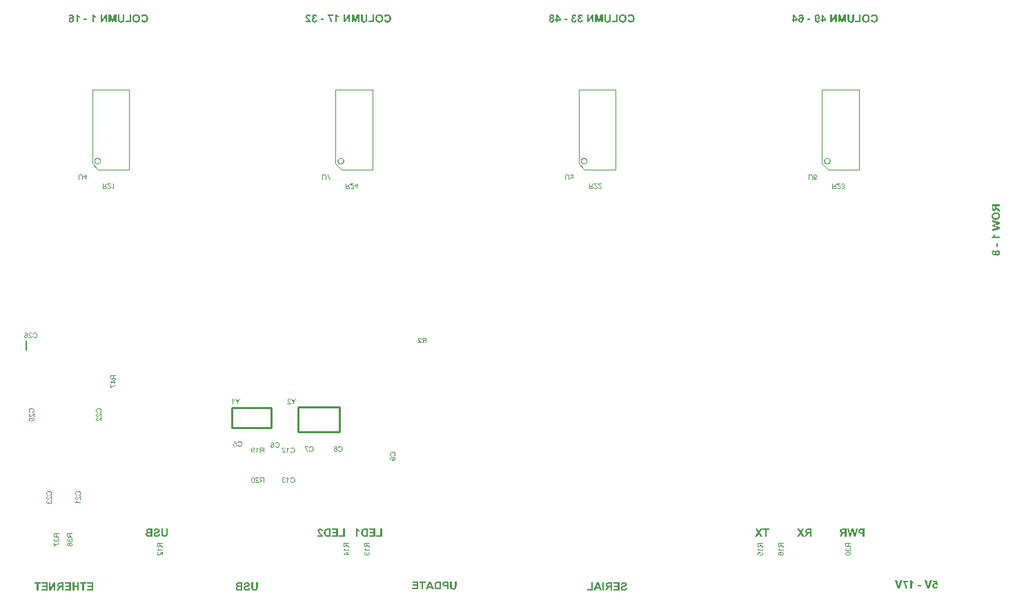
<source format=gbo>
%FSLAX43Y43*%
%MOMM*%
%SFA1B1*%

%IPPOS*%
%ADD29C,0.253999*%
%ADD88C,0.200000*%
%ADD135C,0.025000*%
%LNlp_led_cube_8x8x8-1*%
%LPD*%
G36*
X136778Y49783D02*
X136581D01*
Y50190*
X136517*
X136497Y50189*
X136481Y50188*
X136466Y50185*
X136455Y50183*
X136448Y50181*
X136444Y50179*
X136442*
X136431Y50173*
X136420Y50168*
X136410Y50161*
X136400Y50155*
X136393Y50148*
X136388Y50142*
X136385Y50140*
X136383Y50138*
X136378Y50131*
X136371Y50124*
X136355Y50103*
X136338Y50080*
X136320Y50055*
X136304Y50033*
X136297Y50021*
X136292Y50013*
X136286Y50006*
X136282Y50000*
X136280Y49996*
X136279Y49994*
X136138Y49783*
X135901*
X136021Y49973*
X136034Y49993*
X136046Y50013*
X136058Y50030*
X136069Y50045*
X136079Y50059*
X136087Y50073*
X136104Y50095*
X136117Y50111*
X136125Y50123*
X136132Y50130*
X136134Y50131*
X136149Y50148*
X136168Y50164*
X136185Y50176*
X136201Y50189*
X136216Y50199*
X136227Y50206*
X136235Y50212*
X136237Y50213*
X136238*
X136214Y50217*
X136193Y50223*
X136173Y50228*
X136153Y50236*
X136137Y50243*
X136121Y50250*
X136106Y50257*
X136093Y50265*
X136082Y50272*
X136072Y50279*
X136063Y50286*
X136058Y50292*
X136052Y50296*
X136048Y50300*
X136046Y50302*
X136045Y50303*
X136034Y50317*
X136024Y50331*
X136007Y50362*
X135996Y50392*
X135989Y50422*
X135983Y50447*
X135982Y50457*
Y50467*
X135980Y50474*
Y50481*
Y50484*
Y50485*
X135982Y50516*
X135987Y50546*
X135994Y50571*
X136001Y50594*
X136010Y50612*
X136017Y50626*
X136020Y50630*
X136022Y50634*
X136024Y50636*
Y50637*
X136041Y50661*
X136059Y50681*
X136077Y50696*
X136096Y50711*
X136113Y50719*
X136125Y50726*
X136134Y50730*
X136135Y50732*
X136137*
X136151Y50736*
X136166Y50740*
X136201Y50747*
X136239Y50751*
X136276Y50756*
X136294*
X136310Y50757*
X136325*
X136338Y50759*
X136778*
Y49783*
G37*
G36*
X113821Y44171D02*
X113858Y44167D01*
X113890Y44162*
X113918Y44156*
X113931Y44152*
X113942Y44149*
X113951Y44146*
X113959Y44143*
X113965Y44140*
X113969Y44139*
X113972Y44138*
X113973*
X114001Y44124*
X114025Y44108*
X114047Y44091*
X114063Y44076*
X114078Y44061*
X114086Y44050*
X114093Y44042*
X114094Y44040*
Y44039*
X114109Y44015*
X114118Y43990*
X114125Y43966*
X114130Y43944*
X114133Y43926*
X114135Y43912*
Y43906*
Y43902*
Y43901*
Y43899*
X114134Y43878*
X114131Y43857*
X114127Y43839*
X114121Y43820*
X114107Y43787*
X114090Y43757*
X114083Y43744*
X114075Y43734*
X114068Y43725*
X114061Y43716*
X114055Y43710*
X114051Y43706*
X114048Y43703*
X114047Y43702*
X114034Y43692*
X114018Y43682*
X114003Y43672*
X113985Y43664*
X113949Y43647*
X113913Y43633*
X113894Y43627*
X113879Y43622*
X113863Y43617*
X113851Y43613*
X113841Y43610*
X113832Y43608*
X113827Y43606*
X113825*
X113803Y43601*
X113783Y43595*
X113765Y43591*
X113748Y43586*
X113734Y43582*
X113721Y43579*
X113710Y43575*
X113700Y43572*
X113691Y43571*
X113684Y43568*
X113674Y43565*
X113669Y43562*
X113667*
X113649Y43555*
X113635Y43548*
X113622Y43541*
X113612Y43534*
X113605Y43529*
X113601Y43524*
X113598Y43522*
X113597Y43520*
X113590Y43510*
X113584Y43500*
X113581Y43491*
X113579Y43482*
X113577Y43474*
X113576Y43467*
Y43462*
Y43461*
X113577Y43441*
X113583Y43424*
X113591Y43407*
X113600Y43393*
X113610Y43382*
X113617Y43374*
X113622Y43368*
X113625Y43366*
X113645Y43354*
X113667Y43344*
X113691Y43337*
X113714Y43333*
X113735Y43330*
X113752Y43327*
X113767*
X113800Y43328*
X113828Y43334*
X113852Y43341*
X113873Y43350*
X113890Y43358*
X113901Y43365*
X113908Y43371*
X113911Y43372*
X113930Y43392*
X113944Y43413*
X113956Y43437*
X113965Y43461*
X113972Y43482*
X113977Y43499*
X113979Y43505*
Y43510*
X113980Y43513*
Y43515*
X114172Y43496*
X114168Y43467*
X114162Y43438*
X114154Y43412*
X114147Y43388*
X114137Y43365*
X114127Y43344*
X114117Y43326*
X114107Y43309*
X114097Y43295*
X114087Y43282*
X114079Y43271*
X114071Y43261*
X114065Y43254*
X114059Y43249*
X114056Y43247*
X114055Y43245*
X114035Y43230*
X114014Y43217*
X113992Y43206*
X113968Y43196*
X113945Y43189*
X113921Y43182*
X113875Y43172*
X113853Y43168*
X113834Y43165*
X113817Y43163*
X113801Y43162*
X113789Y43161*
X113770*
X113725Y43162*
X113684Y43166*
X113648Y43172*
X113632Y43175*
X113617Y43179*
X113604Y43182*
X113593Y43185*
X113583Y43187*
X113574Y43190*
X113567Y43193*
X113563Y43195*
X113560Y43196*
X113559*
X113528Y43211*
X113502Y43228*
X113478Y43245*
X113460Y43264*
X113446Y43279*
X113435Y43293*
X113429Y43302*
X113426Y43303*
Y43304*
X113411Y43333*
X113398Y43359*
X113390Y43386*
X113384Y43412*
X113381Y43431*
X113380Y43441*
X113378Y43448*
Y43454*
Y43458*
Y43461*
Y43462*
X113380Y43496*
X113384Y43526*
X113391Y43553*
X113398Y43575*
X113405Y43593*
X113412Y43606*
X113416Y43615*
X113418Y43617*
X113433Y43640*
X113452Y43660*
X113470Y43677*
X113487Y43691*
X113502Y43702*
X113515Y43710*
X113524Y43716*
X113525Y43718*
X113526*
X113540Y43725*
X113555Y43732*
X113588Y43744*
X113624Y43756*
X113657Y43767*
X113673Y43771*
X113688Y43775*
X113703Y43780*
X113714Y43782*
X113724Y43785*
X113731Y43787*
X113736Y43788*
X113738*
X113763Y43795*
X113786Y43801*
X113807Y43806*
X113827Y43812*
X113842Y43818*
X113858Y43823*
X113870Y43829*
X113882Y43833*
X113891Y43837*
X113899Y43842*
X113906Y43844*
X113910Y43847*
X113917Y43851*
X113918Y43853*
X113928Y43863*
X113935Y43873*
X113939Y43882*
X113942Y43892*
X113945Y43899*
X113946Y43906*
Y43911*
Y43912*
X113945Y43926*
X113942Y43937*
X113937Y43949*
X113931Y43957*
X113925Y43964*
X113920Y43968*
X113917Y43971*
X113915Y43973*
X113896Y43985*
X113875Y43994*
X113852Y44001*
X113831Y44005*
X113813Y44008*
X113797Y44009*
X113783*
X113753Y44008*
X113728Y44004*
X113707Y43998*
X113690Y43992*
X113676Y43987*
X113666Y43981*
X113660Y43977*
X113659Y43975*
X113645Y43961*
X113632Y43944*
X113622Y43928*
X113615Y43909*
X113610Y43894*
X113607Y43881*
X113604Y43871*
Y43870*
Y43868*
X113407Y43875*
X113408Y43901*
X113412Y43923*
X113418Y43946*
X113425Y43966*
X113432Y43985*
X113440Y44004*
X113449Y44019*
X113457Y44035*
X113467Y44047*
X113476Y44059*
X113484Y44069*
X113491Y44077*
X113497Y44083*
X113501Y44087*
X113504Y44090*
X113505Y44091*
X113524Y44105*
X113543Y44118*
X113564Y44129*
X113587Y44139*
X113610Y44146*
X113632Y44153*
X113677Y44163*
X113698Y44166*
X113717Y44169*
X113735Y44170*
X113751Y44171*
X113763Y44173*
X113780*
X113821Y44171*
G37*
G36*
X109950Y43179D02*
X109262D01*
Y43344*
X109753*
Y44147*
X109950*
Y43179*
G37*
G36*
X67547Y44171D02*
X67584Y44167D01*
X67616Y44162*
X67645Y44156*
X67657Y44152*
X67669Y44149*
X67677Y44146*
X67686Y44143*
X67691Y44140*
X67695Y44139*
X67698Y44138*
X67700*
X67728Y44124*
X67752Y44108*
X67773Y44091*
X67790Y44076*
X67804Y44061*
X67812Y44050*
X67819Y44042*
X67821Y44040*
Y44039*
X67835Y44015*
X67845Y43990*
X67852Y43966*
X67856Y43944*
X67859Y43926*
X67862Y43912*
Y43906*
Y43902*
Y43901*
Y43899*
X67860Y43878*
X67857Y43857*
X67853Y43839*
X67848Y43820*
X67834Y43787*
X67817Y43757*
X67810Y43744*
X67801Y43734*
X67794Y43725*
X67787Y43716*
X67781Y43710*
X67777Y43706*
X67774Y43703*
X67773Y43702*
X67760Y43692*
X67745Y43682*
X67729Y43672*
X67711Y43664*
X67676Y43647*
X67639Y43633*
X67621Y43627*
X67605Y43622*
X67590Y43617*
X67577Y43613*
X67567Y43610*
X67559Y43608*
X67553Y43606*
X67552*
X67529Y43601*
X67509Y43595*
X67491Y43591*
X67474Y43586*
X67460Y43582*
X67447Y43579*
X67436Y43575*
X67426Y43572*
X67418Y43571*
X67411Y43568*
X67401Y43565*
X67395Y43562*
X67394*
X67375Y43555*
X67361Y43548*
X67349Y43541*
X67339Y43534*
X67332Y43529*
X67327Y43524*
X67325Y43522*
X67323Y43520*
X67316Y43510*
X67311Y43500*
X67308Y43491*
X67305Y43482*
X67303Y43474*
X67302Y43467*
Y43462*
Y43461*
X67303Y43441*
X67309Y43424*
X67318Y43407*
X67326Y43393*
X67336Y43382*
X67343Y43374*
X67349Y43368*
X67351Y43366*
X67371Y43354*
X67394Y43344*
X67418Y43337*
X67440Y43333*
X67461Y43330*
X67478Y43327*
X67494*
X67526Y43328*
X67554Y43334*
X67578Y43341*
X67600Y43350*
X67616Y43358*
X67628Y43365*
X67635Y43371*
X67638Y43372*
X67656Y43392*
X67670Y43413*
X67683Y43437*
X67691Y43461*
X67698Y43482*
X67704Y43499*
X67705Y43505*
Y43510*
X67707Y43513*
Y43515*
X67898Y43496*
X67894Y43467*
X67889Y43438*
X67880Y43412*
X67873Y43388*
X67863Y43365*
X67853Y43344*
X67843Y43326*
X67834Y43309*
X67824Y43295*
X67814Y43282*
X67805Y43271*
X67797Y43261*
X67791Y43254*
X67786Y43249*
X67783Y43247*
X67781Y43245*
X67762Y43230*
X67740Y43217*
X67718Y43206*
X67694Y43196*
X67671Y43189*
X67647Y43182*
X67601Y43172*
X67580Y43168*
X67560Y43165*
X67543Y43163*
X67528Y43162*
X67515Y43161*
X67497*
X67451Y43162*
X67411Y43166*
X67374Y43172*
X67358Y43175*
X67343Y43179*
X67330Y43182*
X67319Y43185*
X67309Y43187*
X67301Y43190*
X67294Y43193*
X67289Y43195*
X67287Y43196*
X67285*
X67254Y43211*
X67229Y43228*
X67205Y43245*
X67186Y43264*
X67172Y43279*
X67161Y43293*
X67155Y43302*
X67153Y43303*
Y43304*
X67137Y43333*
X67124Y43359*
X67116Y43386*
X67110Y43412*
X67108Y43431*
X67106Y43441*
X67105Y43448*
Y43454*
Y43458*
Y43461*
Y43462*
X67106Y43496*
X67110Y43526*
X67117Y43553*
X67124Y43575*
X67131Y43593*
X67139Y43606*
X67143Y43615*
X67144Y43617*
X67160Y43640*
X67178Y43660*
X67196Y43677*
X67213Y43691*
X67229Y43702*
X67241Y43710*
X67250Y43716*
X67251Y43718*
X67253*
X67267Y43725*
X67281Y43732*
X67315Y43744*
X67350Y43756*
X67384Y43767*
X67399Y43771*
X67415Y43775*
X67429Y43780*
X67440Y43782*
X67450Y43785*
X67457Y43787*
X67463Y43788*
X67464*
X67490Y43795*
X67512Y43801*
X67533Y43806*
X67553Y43812*
X67569Y43818*
X67584Y43823*
X67597Y43829*
X67608Y43833*
X67618Y43837*
X67625Y43842*
X67632Y43844*
X67636Y43847*
X67643Y43851*
X67645Y43853*
X67654Y43863*
X67662Y43873*
X67666Y43882*
X67669Y43892*
X67671Y43899*
X67673Y43906*
Y43911*
Y43912*
X67671Y43926*
X67669Y43937*
X67663Y43949*
X67657Y43957*
X67652Y43964*
X67646Y43968*
X67643Y43971*
X67642Y43973*
X67622Y43985*
X67601Y43994*
X67578Y44001*
X67557Y44005*
X67539Y44008*
X67523Y44009*
X67509*
X67480Y44008*
X67454Y44004*
X67433Y43998*
X67416Y43992*
X67402Y43987*
X67392Y43981*
X67387Y43977*
X67385Y43975*
X67371Y43961*
X67358Y43944*
X67349Y43928*
X67342Y43909*
X67336Y43894*
X67333Y43881*
X67330Y43871*
Y43870*
Y43868*
X67133Y43875*
X67134Y43901*
X67139Y43923*
X67144Y43946*
X67151Y43966*
X67158Y43985*
X67167Y44004*
X67175Y44019*
X67184Y44035*
X67194Y44047*
X67202Y44059*
X67210Y44069*
X67217Y44077*
X67223Y44083*
X67227Y44087*
X67230Y44090*
X67232Y44091*
X67250Y44105*
X67270Y44118*
X67291Y44129*
X67313Y44139*
X67336Y44146*
X67358Y44153*
X67404Y44163*
X67425Y44166*
X67443Y44169*
X67461Y44170*
X67477Y44171*
X67490Y44173*
X67506*
X67547Y44171*
G37*
G36*
X66937Y43179D02*
X66514D01*
X66490Y43180*
X66448*
X66431Y43182*
X66404*
X66394Y43183*
X66380*
X66374Y43185*
X66369*
X66341Y43189*
X66315Y43196*
X66293Y43203*
X66273Y43211*
X66257Y43218*
X66246Y43226*
X66239Y43230*
X66236Y43231*
X66217Y43247*
X66201Y43264*
X66186Y43279*
X66174Y43296*
X66164Y43310*
X66157Y43321*
X66153Y43328*
X66152Y43331*
X66142Y43355*
X66133Y43378*
X66128Y43400*
X66125Y43420*
X66122Y43437*
X66121Y43450*
Y43458*
Y43460*
Y43461*
X66122Y43492*
X66128Y43520*
X66136Y43544*
X66145Y43567*
X66153Y43584*
X66162Y43596*
X66167Y43605*
X66169Y43608*
X66188Y43630*
X66210Y43648*
X66234Y43664*
X66255Y43675*
X66274Y43685*
X66291Y43692*
X66297Y43694*
X66301Y43695*
X66304Y43696*
X66305*
X66283Y43709*
X66263Y43722*
X66246Y43737*
X66232Y43750*
X66222Y43763*
X66214Y43772*
X66208Y43780*
X66207Y43782*
X66194Y43805*
X66184Y43826*
X66179Y43847*
X66173Y43867*
X66170Y43884*
X66169Y43897*
Y43905*
Y43906*
Y43908*
X66170Y43930*
X66173Y43953*
X66179Y43971*
X66184Y43988*
X66190Y44002*
X66195Y44014*
X66198Y44019*
X66200Y44022*
X66211Y44040*
X66224Y44056*
X66236Y44070*
X66248Y44083*
X66259Y44091*
X66267Y44098*
X66273Y44102*
X66274Y44104*
X66291Y44115*
X66310Y44124*
X66327Y44131*
X66342Y44136*
X66356Y44140*
X66366Y44143*
X66373Y44145*
X66376*
X66400Y44147*
X66427Y44150*
X66455Y44152*
X66483Y44153*
X66508Y44155*
X66937*
Y43179*
G37*
G36*
X68833Y43633D02*
Y43603D01*
X68832Y43575*
Y43548*
X68830Y43524*
X68829Y43502*
X68827Y43482*
X68826Y43464*
X68823Y43447*
X68822Y43433*
X68820Y43420*
X68819Y43409*
X68817Y43400*
X68816Y43393*
Y43389*
X68815Y43386*
Y43385*
X68808Y43364*
X68801Y43344*
X68791Y43326*
X68782Y43310*
X68774Y43296*
X68767Y43285*
X68761Y43279*
X68760Y43276*
X68743Y43258*
X68724Y43241*
X68705Y43227*
X68686Y43214*
X68671Y43204*
X68657Y43197*
X68648Y43193*
X68647Y43192*
X68646*
X68631Y43186*
X68616Y43182*
X68581Y43173*
X68545Y43168*
X68512Y43165*
X68496Y43163*
X68481Y43162*
X68468*
X68455Y43161*
X68433*
X68392Y43162*
X68355Y43165*
X68323Y43171*
X68296Y43176*
X68285Y43178*
X68273Y43180*
X68265Y43183*
X68258Y43186*
X68252Y43187*
X68248Y43189*
X68247Y43190*
X68245*
X68220Y43202*
X68197Y43216*
X68177Y43228*
X68161Y43241*
X68148Y43252*
X68138Y43261*
X68132Y43266*
X68131Y43269*
X68115Y43289*
X68103Y43310*
X68093Y43330*
X68084Y43350*
X68079Y43366*
X68075Y43381*
X68073Y43385*
Y43389*
X68072Y43390*
Y43392*
X68069Y43407*
X68066Y43424*
X68063Y43443*
X68062Y43461*
X68059Y43503*
X68056Y43544*
Y43562*
Y43581*
X68055Y43598*
Y43612*
Y43623*
Y43633*
Y43639*
Y43640*
Y44155*
X68252*
Y43613*
Y43592*
Y43572*
X68254Y43554*
Y43537*
X68255Y43523*
Y43509*
X68256Y43496*
Y43485*
X68259Y43468*
X68261Y43455*
X68262Y43448*
Y43445*
X68266Y43427*
X68273Y43412*
X68282Y43397*
X68290Y43385*
X68299Y43375*
X68306Y43368*
X68311Y43364*
X68313Y43362*
X68330Y43351*
X68351Y43343*
X68371Y43337*
X68392Y43333*
X68410Y43330*
X68424Y43328*
X68438*
X68468Y43330*
X68493Y43334*
X68516Y43340*
X68536Y43347*
X68550Y43352*
X68561Y43358*
X68567Y43362*
X68569Y43364*
X68585Y43378*
X68598Y43395*
X68609Y43410*
X68616Y43426*
X68622Y43440*
X68626Y43451*
X68629Y43458*
Y43461*
X68630Y43469*
X68631Y43478*
Y43489*
X68633Y43502*
X68634Y43529*
Y43557*
X68636Y43582*
Y43593*
Y43605*
Y43613*
Y43619*
Y43623*
Y43624*
Y44155*
X68833*
Y43633*
G37*
G36*
X113211Y43179D02*
X112469D01*
Y43344*
X113013*
Y43609*
X112524*
Y43774*
X113013*
Y43990*
X112487*
Y44155*
X113211*
Y43179*
G37*
G36*
X73282Y66314D02*
Y66039D01*
X73196*
Y66314*
X72936Y66689*
X73037*
X73162Y66498*
X73177Y66474*
X73191Y66453*
X73203Y66433*
X73213Y66416*
X73222Y66402*
X73226Y66396*
X73228Y66391*
X73231Y66388*
X73233Y66385*
X73234Y66383*
Y66382*
X73245Y66403*
X73258Y66422*
X73269Y66441*
X73279Y66458*
X73288Y66472*
X73291Y66478*
X73295Y66483*
X73297Y66486*
X73299Y66489*
X73301Y66491*
Y66492*
X73429Y66689*
X73533*
X73282Y66314*
G37*
G36*
X72693Y66691D02*
X72709Y66690D01*
X72724Y66687*
X72738Y66685*
X72751Y66681*
X72763Y66677*
X72775Y66672*
X72785Y66668*
X72794Y66663*
X72802Y66658*
X72808Y66655*
X72814Y66651*
X72819Y66648*
X72822Y66645*
X72823Y66644*
X72824Y66643*
X72834Y66634*
X72842Y66624*
X72851Y66612*
X72857Y66601*
X72868Y66578*
X72876Y66556*
X72879Y66546*
X72882Y66535*
X72884Y66527*
X72885Y66519*
X72886Y66513*
Y66508*
X72887Y66505*
Y66504*
X72806Y66496*
X72804Y66517*
X72800Y66536*
X72794Y66553*
X72788Y66566*
X72782Y66578*
X72776Y66585*
X72773Y66590*
X72771Y66592*
X72757Y66603*
X72742Y66611*
X72726Y66618*
X72712Y66622*
X72698Y66625*
X72687*
X72683Y66626*
X72678*
X72658Y66625*
X72640Y66622*
X72625Y66616*
X72612Y66610*
X72602Y66604*
X72595Y66599*
X72590Y66595*
X72588Y66593*
X72577Y66580*
X72569Y66567*
X72562Y66554*
X72558Y66541*
X72556Y66531*
X72555Y66521*
X72554Y66515*
Y66514*
X72556Y66497*
X72559Y66479*
X72566Y66463*
X72572Y66448*
X72580Y66436*
X72587Y66425*
X72588Y66422*
X72590Y66419*
X72592Y66418*
Y66417*
X72600Y66406*
X72609Y66396*
X72619Y66385*
X72631Y66374*
X72654Y66351*
X72678Y66328*
X72690Y66318*
X72700Y66309*
X72711Y66300*
X72719Y66293*
X72726Y66287*
X72731Y66282*
X72735Y66280*
X72736Y66279*
X72759Y66259*
X72781Y66240*
X72799Y66223*
X72813Y66209*
X72825Y66197*
X72834Y66188*
X72838Y66183*
X72840Y66182*
Y66181*
X72853Y66165*
X72864Y66150*
X72873Y66135*
X72881Y66122*
X72886Y66110*
X72890Y66102*
X72892Y66096*
X72893Y66095*
Y66094*
X72897Y66084*
X72899Y66075*
X72900Y66065*
X72901Y66057*
X72902Y66049*
Y66044*
Y66040*
Y66039*
X72471*
Y66116*
X72791*
X72780Y66132*
X72775Y66139*
X72770Y66145*
X72765Y66151*
X72761Y66155*
X72759Y66157*
X72758Y66158*
X72753Y66163*
X72747Y66168*
X72734Y66180*
X72719Y66194*
X72703Y66208*
X72688Y66220*
X72681Y66226*
X72676Y66232*
X72671Y66235*
X72667Y66238*
X72665Y66240*
Y66241*
X72650Y66254*
X72634Y66266*
X72621Y66279*
X72609Y66289*
X72598Y66299*
X72588Y66309*
X72579Y66317*
X72572Y66325*
X72564Y66332*
X72558Y66338*
X72554Y66343*
X72549Y66347*
X72544Y66353*
X72542Y66355*
X72529Y66371*
X72518Y66385*
X72509Y66399*
X72501Y66410*
X72495Y66421*
X72492Y66428*
X72490Y66433*
X72489Y66435*
X72483Y66449*
X72479Y66463*
X72476Y66476*
X72474Y66487*
X72473Y66498*
X72472Y66505*
Y66510*
Y66512*
X72473Y66526*
X72475Y66539*
X72477Y66552*
X72480Y66563*
X72490Y66586*
X72499Y66604*
X72505Y66612*
X72509Y66619*
X72514Y66625*
X72519Y66630*
X72523Y66634*
X72525Y66638*
X72526Y66639*
X72527Y66640*
X72538Y66649*
X72549Y66657*
X72561Y66664*
X72573Y66670*
X72598Y66679*
X72622Y66686*
X72633Y66687*
X72643Y66689*
X72652Y66690*
X72660Y66691*
X72666Y66692*
X72676*
X72693Y66691*
G37*
G36*
X111038Y43179D02*
X110830D01*
X110749Y43400*
X110357*
X110273Y43179*
X110060*
X110452Y44155*
X110660*
X111038Y43179*
G37*
G36*
X111324D02*
X111127D01*
Y44155*
X111324*
Y43179*
G37*
G36*
X112301D02*
X112104D01*
Y43586*
X112041*
X112021Y43585*
X112004Y43584*
X111990Y43581*
X111979Y43579*
X111971Y43577*
X111967Y43575*
X111966*
X111955Y43569*
X111943Y43564*
X111933Y43557*
X111924Y43551*
X111916Y43544*
X111911Y43538*
X111908Y43536*
X111907Y43534*
X111901Y43527*
X111894Y43520*
X111878Y43499*
X111862Y43476*
X111843Y43451*
X111828Y43429*
X111821Y43417*
X111815Y43409*
X111809Y43402*
X111805Y43396*
X111804Y43392*
X111802Y43390*
X111661Y43179*
X111424*
X111544Y43369*
X111557Y43389*
X111570Y43409*
X111581Y43426*
X111592Y43441*
X111602Y43455*
X111611Y43469*
X111627Y43491*
X111640Y43507*
X111649Y43519*
X111656Y43526*
X111657Y43527*
X111673Y43544*
X111691Y43560*
X111708Y43572*
X111725Y43585*
X111739Y43595*
X111750Y43602*
X111759Y43608*
X111760Y43609*
X111761*
X111737Y43613*
X111716Y43619*
X111697Y43624*
X111677Y43632*
X111660Y43639*
X111644Y43646*
X111629Y43653*
X111616Y43661*
X111605Y43668*
X111595Y43675*
X111587Y43682*
X111581Y43688*
X111575Y43692*
X111571Y43696*
X111570Y43698*
X111568Y43699*
X111557Y43713*
X111547Y43727*
X111530Y43758*
X111519Y43788*
X111512Y43818*
X111506Y43843*
X111505Y43853*
Y43863*
X111503Y43870*
Y43877*
Y43880*
Y43881*
X111505Y43912*
X111510Y43942*
X111518Y43967*
X111525Y43990*
X111533Y44008*
X111540Y44022*
X111543Y44026*
X111546Y44030*
X111547Y44032*
Y44033*
X111564Y44057*
X111582Y44077*
X111601Y44092*
X111619Y44107*
X111636Y44115*
X111649Y44122*
X111657Y44126*
X111659Y44128*
X111660*
X111674Y44132*
X111690Y44136*
X111725Y44143*
X111763Y44147*
X111799Y44152*
X111818*
X111833Y44153*
X111849*
X111862Y44155*
X112301*
Y43179*
G37*
G36*
X42196Y43990D02*
X41907D01*
Y43179*
X41710*
Y43990*
X41422*
Y44155*
X42196*
Y43990*
G37*
G36*
X43036Y43179D02*
X42295D01*
Y43344*
X42839*
Y43609*
X42350*
Y43774*
X42839*
Y43990*
X42313*
Y44155*
X43036*
Y43179*
G37*
G36*
X45004D02*
X44807D01*
Y43586*
X44744*
X44724Y43585*
X44707Y43584*
X44693Y43581*
X44682Y43579*
X44675Y43577*
X44670Y43575*
X44669*
X44658Y43569*
X44646Y43564*
X44636Y43557*
X44627Y43551*
X44620Y43544*
X44614Y43538*
X44611Y43536*
X44610Y43534*
X44604Y43527*
X44597Y43520*
X44581Y43499*
X44565Y43476*
X44546Y43451*
X44531Y43429*
X44524Y43417*
X44518Y43409*
X44512Y43402*
X44508Y43396*
X44507Y43392*
X44505Y43390*
X44364Y43179*
X44128*
X44247Y43369*
X44260Y43389*
X44273Y43409*
X44284Y43426*
X44295Y43441*
X44305Y43455*
X44314Y43469*
X44331Y43491*
X44343Y43507*
X44352Y43519*
X44359Y43526*
X44360Y43527*
X44376Y43544*
X44394Y43560*
X44411Y43572*
X44428Y43585*
X44442Y43595*
X44453Y43602*
X44462Y43608*
X44463Y43609*
X44464*
X44441Y43613*
X44419Y43619*
X44400Y43624*
X44380Y43632*
X44363Y43639*
X44347Y43646*
X44332Y43653*
X44319Y43661*
X44308Y43668*
X44298Y43675*
X44290Y43682*
X44284Y43688*
X44278Y43692*
X44274Y43696*
X44273Y43698*
X44271Y43699*
X44260Y43713*
X44250Y43727*
X44233Y43758*
X44222Y43788*
X44215Y43818*
X44209Y43843*
X44208Y43853*
Y43863*
X44206Y43870*
Y43877*
Y43880*
Y43881*
X44208Y43912*
X44214Y43942*
X44221Y43967*
X44228Y43990*
X44236Y44008*
X44243Y44022*
X44246Y44026*
X44249Y44030*
X44250Y44032*
Y44033*
X44267Y44057*
X44285Y44077*
X44304Y44092*
X44322Y44107*
X44339Y44115*
X44352Y44122*
X44360Y44126*
X44362Y44128*
X44363*
X44377Y44132*
X44393Y44136*
X44428Y44143*
X44466Y44147*
X44503Y44152*
X44521*
X44536Y44153*
X44552*
X44565Y44155*
X45004*
Y43179*
G37*
G36*
X130432Y50290D02*
X130769Y49783D01*
X130532*
X130315Y50113*
X130099Y49783*
X129862*
X130198Y50290*
X129892Y50759*
X130122*
X130315Y50467*
X130508Y50759*
X130738*
X130432Y50290*
G37*
G36*
X159892Y90353D02*
X159485D01*
Y90313*
Y90289*
X159486Y90269*
X159487Y90253*
X159490Y90238*
X159492Y90227*
X159494Y90220*
X159496Y90216*
Y90214*
X159502Y90203*
X159507Y90192*
X159514Y90182*
X159520Y90172*
X159527Y90165*
X159533Y90160*
X159535Y90157*
X159537Y90155*
X159544Y90150*
X159551Y90143*
X159572Y90127*
X159595Y90110*
X159620Y90092*
X159642Y90076*
X159654Y90069*
X159662Y90064*
X159669Y90058*
X159675Y90054*
X159679Y90052*
X159681Y90051*
X159892Y89910*
Y89673*
X159702Y89793*
X159682Y89806*
X159662Y89818*
X159645Y89830*
X159630Y89841*
X159616Y89851*
X159602Y89859*
X159580Y89876*
X159564Y89889*
X159552Y89897*
X159545Y89904*
X159544Y89906*
X159527Y89921*
X159511Y89940*
X159499Y89957*
X159486Y89973*
X159476Y89988*
X159469Y89999*
X159463Y90007*
X159462Y90009*
Y90010*
X159458Y89986*
X159452Y89965*
X159447Y89945*
X159439Y89925*
X159432Y89909*
X159425Y89893*
X159418Y89878*
X159410Y89865*
X159403Y89854*
X159396Y89844*
X159389Y89835*
X159383Y89830*
X159379Y89824*
X159375Y89820*
X159373Y89818*
X159372Y89817*
X159358Y89806*
X159344Y89796*
X159313Y89779*
X159283Y89768*
X159253Y89761*
X159228Y89755*
X159218Y89754*
X159208*
X159201Y89752*
X159190*
X159159Y89754*
X159129Y89759*
X159104Y89766*
X159081Y89773*
X159063Y89782*
X159049Y89789*
X159045Y89792*
X159041Y89794*
X159039Y89796*
X159038*
X159014Y89813*
X158994Y89831*
X158979Y89849*
X158964Y89868*
X158956Y89885*
X158949Y89897*
X158945Y89906*
X158943Y89907*
Y89909*
X158939Y89923*
X158935Y89938*
X158928Y89973*
X158924Y90011*
X158919Y90048*
Y90066*
X158918Y90082*
Y90097*
X158916Y90110*
Y90120*
Y90129*
Y90134*
Y90136*
Y90550*
X159892*
Y90353*
G37*
G36*
X131571Y50594D02*
X131282D01*
Y49783*
X131085*
Y50594*
X130797*
Y50759*
X131571*
Y50594*
G37*
G36*
X44020Y43179D02*
X43839D01*
Y43822*
X43442Y43179*
X43245*
Y44155*
X43427*
Y43498*
X43830Y44155*
X44020*
Y43179*
G37*
G36*
X135557Y50290D02*
X135894Y49783D01*
X135657*
X135440Y50113*
X135225Y49783*
X134988*
X135323Y50290*
X135017Y50759*
X135247*
X135440Y50467*
X135633Y50759*
X135863*
X135557Y50290*
G37*
G36*
X46898Y43179D02*
X46700D01*
Y43606*
X46315*
Y43179*
X46118*
Y44155*
X46315*
Y43771*
X46700*
Y44155*
X46898*
Y43179*
G37*
G36*
X45914D02*
X45172D01*
Y43344*
X45716*
Y43609*
X45227*
Y43774*
X45716*
Y43990*
X45190*
Y44155*
X45914*
Y43179*
G37*
G36*
X47800Y43990D02*
X47511D01*
Y43179*
X47313*
Y43990*
X47026*
Y44155*
X47800*
Y43990*
G37*
G36*
X48640Y43179D02*
X47899D01*
Y43344*
X48443*
Y43609*
X47953*
Y43774*
X48443*
Y43990*
X47917*
Y44155*
X48640*
Y43179*
G37*
G36*
X51434Y69509D02*
X51145D01*
Y69409*
Y69398*
X51146Y69387*
Y69380*
X51147Y69373*
X51148Y69369*
Y69365*
X51149Y69363*
Y69362*
X51154Y69347*
X51157Y69340*
X51160Y69335*
X51162Y69329*
X51164Y69325*
X51165Y69323*
X51166Y69322*
X51172Y69315*
X51178Y69307*
X51192Y69293*
X51199Y69287*
X51205Y69282*
X51208Y69279*
X51209Y69278*
X51223Y69269*
X51237Y69259*
X51252Y69248*
X51266Y69238*
X51279Y69229*
X51289Y69223*
X51293Y69220*
X51296Y69218*
X51298Y69216*
X51299*
X51434Y69131*
Y69024*
X51257Y69135*
X51239Y69149*
X51222Y69161*
X51208Y69173*
X51194Y69183*
X51185Y69193*
X51177Y69200*
X51173Y69205*
X51171Y69207*
X51165Y69214*
X51159Y69223*
X51148Y69240*
X51145Y69247*
X51141Y69253*
X51139Y69257*
X51138Y69259*
X51135Y69242*
X51132Y69226*
X51128Y69212*
X51124Y69197*
X51119Y69185*
X51114Y69174*
X51109Y69164*
X51104Y69154*
X51098Y69147*
X51094Y69139*
X51090Y69134*
X51086Y69129*
X51083Y69125*
X51081Y69122*
X51080Y69121*
X51079Y69120*
X51069Y69113*
X51060Y69105*
X51040Y69094*
X51020Y69087*
X51002Y69081*
X50986Y69077*
X50979Y69076*
X50973*
X50968Y69075*
X50961*
X50942Y69076*
X50924Y69079*
X50907Y69084*
X50893Y69088*
X50880Y69094*
X50871Y69098*
X50865Y69102*
X50864Y69103*
X50848Y69114*
X50835Y69125*
X50824Y69137*
X50816Y69149*
X50809Y69159*
X50805Y69167*
X50802Y69173*
Y69174*
Y69175*
X50799Y69183*
X50796Y69194*
X50791Y69214*
X50788Y69237*
X50786Y69258*
X50785Y69277*
Y69286*
X50784Y69293*
Y69299*
Y69304*
Y69306*
Y69307*
Y69595*
X51434*
Y69509*
G37*
G36*
X81082Y50732D02*
X81100Y50702D01*
X81120Y50674*
X81139Y50651*
X81156Y50633*
X81172Y50619*
X81177Y50613*
X81182Y50609*
X81185Y50608*
X81186Y50606*
X81217Y50584*
X81247Y50564*
X81273Y50548*
X81297Y50537*
X81317Y50529*
X81331Y50522*
X81337Y50520*
X81341Y50519*
X81342Y50517*
X81344*
Y50348*
X81293Y50368*
X81248Y50389*
X81227Y50400*
X81207Y50413*
X81189Y50424*
X81172Y50436*
X81156Y50447*
X81142Y50457*
X81131Y50465*
X81121Y50474*
X81113Y50481*
X81107Y50485*
X81104Y50488*
X81103Y50489*
Y49783*
X80915*
Y50764*
X81068*
X81082Y50732*
G37*
G36*
X84073Y49783D02*
X83385D01*
Y49948*
X83876*
Y50751*
X84073*
Y49783*
G37*
G36*
X50869Y68143D02*
X50896Y68166D01*
X50926Y68187*
X50954Y68206*
X50981Y68224*
X50993Y68231*
X51005Y68238*
X51015Y68245*
X51023Y68249*
X51031Y68253*
X51036Y68256*
X51039Y68258*
X51040Y68259*
X51078Y68277*
X51115Y68294*
X51151Y68308*
X51167Y68314*
X51183Y68320*
X51197Y68325*
X51210Y68329*
X51222Y68333*
X51231Y68336*
X51239Y68338*
X51245Y68340*
X51249Y68341*
X51250*
X51288Y68351*
X51307Y68354*
X51324Y68357*
X51340Y68360*
X51356Y68363*
X51369Y68365*
X51382Y68367*
X51394Y68368*
X51404Y68369*
X51413*
X51421*
X51426Y68370*
X51434*
Y68289*
X51398Y68286*
X51365Y68281*
X51335Y68276*
X51321Y68274*
X51308Y68271*
X51297Y68269*
X51286Y68266*
X51277Y68264*
X51270Y68262*
X51264Y68260*
X51259*
X51256Y68259*
X51255*
X51212Y68245*
X51172Y68229*
X51152Y68222*
X51133Y68214*
X51116Y68206*
X51099Y68198*
X51084Y68192*
X51071Y68185*
X51060Y68180*
X51050Y68175*
X51041Y68170*
X51036Y68167*
X51032Y68166*
X51031Y68165*
X51011Y68153*
X50991Y68142*
X50973Y68131*
X50957Y68120*
X50942Y68109*
X50927Y68099*
X50913Y68089*
X50902Y68080*
X50891Y68072*
X50881Y68064*
X50874Y68057*
X50867Y68051*
X50862Y68047*
X50858Y68043*
X50856Y68042*
X50855Y68041*
X50792*
Y68462*
X50869*
Y68143*
G37*
G36*
X51278Y68717D02*
X51434D01*
Y68637*
X51278*
Y68549*
X51205*
Y68637*
X50784*
Y68702*
X51205Y69000*
X51278*
Y68717*
G37*
G36*
X141059Y49783D02*
X140861D01*
Y50190*
X140798*
X140778Y50189*
X140761Y50188*
X140747Y50185*
X140736Y50183*
X140729Y50181*
X140725Y50179*
X140723*
X140712Y50173*
X140701Y50168*
X140691Y50161*
X140681Y50155*
X140674Y50148*
X140668Y50142*
X140665Y50140*
X140664Y50138*
X140658Y50131*
X140651Y50124*
X140636Y50103*
X140619Y50080*
X140601Y50055*
X140585Y50033*
X140578Y50021*
X140572Y50013*
X140567Y50006*
X140562Y50000*
X140561Y49996*
X140560Y49994*
X140419Y49783*
X140182*
X140302Y49973*
X140314Y49993*
X140327Y50013*
X140338Y50030*
X140350Y50045*
X140359Y50059*
X140368Y50073*
X140385Y50095*
X140398Y50111*
X140406Y50123*
X140413Y50130*
X140414Y50131*
X140430Y50148*
X140448Y50164*
X140465Y50176*
X140482Y50189*
X140496Y50199*
X140507Y50206*
X140516Y50212*
X140517Y50213*
X140519*
X140495Y50217*
X140474Y50223*
X140454Y50228*
X140434Y50236*
X140417Y50243*
X140402Y50250*
X140386Y50257*
X140374Y50265*
X140362Y50272*
X140352Y50279*
X140344Y50286*
X140338Y50292*
X140333Y50296*
X140328Y50300*
X140327Y50302*
X140326Y50303*
X140314Y50317*
X140304Y50331*
X140288Y50362*
X140276Y50392*
X140269Y50422*
X140264Y50447*
X140262Y50457*
Y50467*
X140261Y50474*
Y50481*
Y50484*
Y50485*
X140262Y50516*
X140268Y50546*
X140275Y50571*
X140282Y50594*
X140290Y50612*
X140297Y50626*
X140300Y50630*
X140303Y50634*
X140304Y50636*
Y50637*
X140321Y50661*
X140340Y50681*
X140358Y50696*
X140376Y50711*
X140393Y50719*
X140406Y50726*
X140414Y50730*
X140416Y50732*
X140417*
X140431Y50736*
X140447Y50740*
X140482Y50747*
X140520Y50751*
X140557Y50756*
X140575*
X140591Y50757*
X140606*
X140619Y50759*
X141059*
Y49783*
G37*
G36*
X83244D02*
X82503D01*
Y49948*
X83047*
Y50213*
X82558*
Y50378*
X83047*
Y50594*
X82521*
Y50759*
X83244*
Y49783*
G37*
G36*
X43884Y48712D02*
X43911Y48735D01*
X43941Y48756*
X43969Y48775*
X43996Y48793*
X44008Y48800*
X44020Y48807*
X44030Y48814*
X44038Y48818*
X44046Y48822*
X44051Y48825*
X44054Y48827*
X44055Y48828*
X44093Y48846*
X44130Y48863*
X44166Y48877*
X44182Y48883*
X44198Y48889*
X44212Y48894*
X44225Y48898*
X44237Y48902*
X44246Y48905*
X44254Y48907*
X44260Y48909*
X44264Y48910*
X44265*
X44303Y48920*
X44322Y48923*
X44339Y48926*
X44355Y48929*
X44371Y48932*
X44384Y48934*
X44397Y48936*
X44409Y48937*
X44419Y48938*
X44428*
X44436*
X44441Y48939*
X44449*
Y48858*
X44413Y48855*
X44380Y48850*
X44350Y48845*
X44336Y48843*
X44323Y48840*
X44312Y48838*
X44301Y48835*
X44292Y48833*
X44285Y48831*
X44279Y48829*
X44274*
X44271Y48828*
X44270*
X44227Y48814*
X44187Y48798*
X44167Y48791*
X44148Y48783*
X44131Y48775*
X44114Y48767*
X44099Y48761*
X44086Y48754*
X44075Y48749*
X44065Y48744*
X44056Y48739*
X44051Y48736*
X44047Y48735*
X44046Y48734*
X44026Y48722*
X44006Y48711*
X43988Y48700*
X43972Y48689*
X43957Y48678*
X43942Y48668*
X43928Y48658*
X43917Y48649*
X43906Y48641*
X43896Y48633*
X43889Y48626*
X43882Y48620*
X43877Y48616*
X43873Y48612*
X43871Y48611*
X43870Y48610*
X43807*
Y49031*
X43884*
Y48712*
G37*
G36*
X44292Y49539D02*
X44306Y49536D01*
X44332Y49528*
X44355Y49517*
X44364Y49512*
X44374Y49506*
X44382Y49500*
X44389Y49495*
X44395Y49490*
X44400Y49485*
X44404Y49483*
X44407Y49480*
X44409Y49478*
X44410Y49477*
X44418Y49466*
X44426Y49454*
X44433Y49443*
X44439Y49431*
X44448Y49407*
X44454Y49385*
X44456Y49375*
X44457Y49365*
X44458Y49357*
X44459Y49349*
X44460Y49344*
Y49339*
Y49336*
Y49335*
X44459Y49317*
X44457Y49301*
X44455Y49285*
X44451Y49270*
X44446Y49256*
X44441Y49244*
X44436Y49232*
X44430Y49221*
X44425Y49211*
X44420Y49203*
X44415Y49195*
X44410Y49189*
X44407Y49185*
X44404Y49181*
X44402Y49179*
X44401Y49178*
X44390Y49167*
X44378Y49157*
X44365Y49149*
X44353Y49142*
X44342Y49136*
X44330Y49130*
X44307Y49123*
X44297Y49121*
X44287Y49119*
X44279Y49117*
X44271Y49116*
X44266Y49115*
X44257*
X44235Y49116*
X44214Y49120*
X44196Y49126*
X44181Y49131*
X44169Y49137*
X44160Y49142*
X44154Y49146*
X44152Y49147*
X44138Y49160*
X44126Y49174*
X44116Y49189*
X44109Y49204*
X44103Y49218*
X44099Y49228*
X44098Y49232*
Y49235*
X44097Y49236*
Y49237*
X44088Y49221*
X44080Y49208*
X44070Y49197*
X44062Y49188*
X44054Y49180*
X44048Y49174*
X44044Y49172*
X44042Y49171*
X44029Y49163*
X44016Y49157*
X44003Y49153*
X43990Y49150*
X43980Y49148*
X43973Y49147*
X43965*
X43949Y49148*
X43933Y49151*
X43919Y49155*
X43907Y49159*
X43896Y49164*
X43888Y49168*
X43883Y49171*
X43881Y49172*
X43867Y49181*
X43855Y49192*
X43845Y49204*
X43835Y49215*
X43829Y49224*
X43823Y49233*
X43820Y49238*
X43819Y49239*
Y49240*
X43812Y49257*
X43806Y49274*
X43801Y49291*
X43799Y49306*
X43797Y49318*
X43796Y49329*
Y49332*
Y49335*
Y49337*
Y49338*
Y49352*
X43798Y49365*
X43802Y49391*
X43810Y49412*
X43817Y49431*
X43822Y49439*
X43826Y49446*
X43830Y49453*
X43833Y49457*
X43836Y49461*
X43838Y49464*
X43839Y49466*
X43840Y49467*
X43858Y49485*
X43878Y49499*
X43898Y49510*
X43919Y49519*
X43937Y49525*
X43944Y49528*
X43951Y49530*
X43957Y49531*
X43960Y49532*
X43963*
X43964*
X43978Y49453*
X43957Y49449*
X43940Y49443*
X43925Y49437*
X43912Y49430*
X43903Y49423*
X43896Y49418*
X43892Y49414*
X43891Y49413*
X43881Y49401*
X43874Y49388*
X43869Y49376*
X43865Y49363*
X43863Y49352*
X43862Y49344*
Y49338*
Y49337*
Y49336*
X43863Y49319*
X43866Y49304*
X43871Y49291*
X43876Y49280*
X43881Y49271*
X43886Y49265*
X43890Y49260*
X43891Y49259*
X43902Y49249*
X43914Y49241*
X43926Y49236*
X43938Y49233*
X43948Y49231*
X43956Y49229*
X43973*
X43983Y49231*
X43999Y49235*
X44013Y49242*
X44025Y49250*
X44034Y49257*
X44040Y49264*
X44044Y49268*
X44045Y49269*
Y49270*
X44053Y49286*
X44060Y49301*
X44065Y49317*
X44067Y49331*
X44069Y49344*
X44071Y49354*
Y49358*
Y49360*
Y49361*
Y49362*
Y49366*
X44070Y49370*
Y49374*
Y49375*
X44141Y49384*
X44138Y49372*
X44136Y49360*
X44134Y49351*
X44133Y49343*
X44132Y49336*
Y49331*
Y49329*
Y49328*
X44134Y49308*
X44138Y49290*
X44144Y49274*
X44150Y49261*
X44157Y49251*
X44162Y49243*
X44166Y49238*
X44168Y49236*
X44182Y49224*
X44197Y49215*
X44212Y49208*
X44227Y49204*
X44239Y49202*
X44250Y49201*
X44254Y49200*
X44259*
X44280Y49202*
X44299Y49206*
X44315Y49212*
X44329Y49220*
X44340Y49227*
X44348Y49233*
X44354Y49237*
X44356Y49239*
X44369Y49254*
X44379Y49270*
X44385Y49286*
X44390Y49301*
X44393Y49314*
X44394Y49325*
Y49329*
Y49331*
Y49333*
Y49334*
Y49351*
X44390Y49367*
X44385Y49381*
X44379Y49392*
X44375Y49402*
X44370Y49409*
X44366Y49413*
X44365Y49415*
X44352Y49426*
X44337Y49436*
X44321Y49444*
X44304Y49451*
X44290Y49455*
X44284Y49457*
X44278Y49458*
X44273Y49459*
X44270Y49460*
X44268Y49461*
X44267*
X44277Y49541*
X44292Y49539*
G37*
G36*
X45928Y49036D02*
X45943Y49034D01*
X45957Y49032*
X45971Y49028*
X45995Y49018*
X46006Y49014*
X46015Y49008*
X46025Y49002*
X46032Y48998*
X46039Y48992*
X46045Y48988*
X46049Y48985*
X46052Y48982*
X46054Y48980*
X46055Y48979*
X46065Y48968*
X46074Y48955*
X46081Y48942*
X46088Y48929*
X46092Y48917*
X46097Y48904*
X46104Y48878*
X46107Y48867*
X46108Y48857*
X46109Y48847*
X46110Y48839*
X46111Y48832*
Y48828*
Y48824*
Y48823*
X46110Y48805*
X46108Y48789*
X46106Y48773*
X46103Y48758*
X46098Y48745*
X46093Y48732*
X46089Y48720*
X46083Y48709*
X46077Y48700*
X46073Y48691*
X46068Y48685*
X46063Y48678*
X46061Y48673*
X46058Y48671*
X46056Y48669*
X46055Y48668*
X46044Y48658*
X46032Y48648*
X46021Y48641*
X46009Y48634*
X45998Y48627*
X45985Y48623*
X45964Y48616*
X45953Y48613*
X45944Y48611*
X45936*
X45929Y48610*
X45923Y48609*
X45915*
X45893Y48610*
X45874Y48613*
X45856Y48619*
X45841Y48625*
X45828Y48630*
X45819Y48636*
X45813Y48640*
X45812Y48641*
X45811*
X45796Y48654*
X45783Y48668*
X45773Y48683*
X45764Y48697*
X45757Y48710*
X45752Y48721*
X45750Y48725*
X45749Y48728*
Y48730*
Y48731*
X45741Y48714*
X45733Y48700*
X45724Y48688*
X45716Y48677*
X45708Y48670*
X45702Y48664*
X45699Y48660*
X45697Y48659*
X45684Y48651*
X45671Y48645*
X45657Y48641*
X45644Y48638*
X45634Y48636*
X45625Y48635*
X45618*
X45605Y48636*
X45593Y48637*
X45569Y48643*
X45548Y48652*
X45530Y48661*
X45516Y48671*
X45511Y48675*
X45505Y48679*
X45501Y48683*
X45499Y48686*
X45498Y48687*
X45497Y48688*
X45488Y48698*
X45480Y48708*
X45473Y48720*
X45468Y48731*
X45459Y48753*
X45453Y48776*
X45451Y48785*
X45450Y48795*
X45449Y48803*
X45448Y48811*
X45447Y48816*
Y48821*
Y48824*
Y48825*
X45448Y48840*
X45449Y48855*
X45454Y48881*
X45458Y48893*
X45462Y48905*
X45467Y48915*
X45471Y48924*
X45476Y48932*
X45481Y48939*
X45484Y48946*
X45488Y48951*
X45491Y48954*
X45494Y48957*
X45495Y48959*
X45496Y48960*
X45505Y48969*
X45514Y48977*
X45525Y48984*
X45535Y48989*
X45555Y48999*
X45574Y49004*
X45590Y49008*
X45597Y49009*
X45603Y49010*
X45608Y49011*
X45615*
X45632Y49010*
X45648Y49007*
X45662Y49003*
X45674Y48999*
X45684Y48995*
X45691Y48991*
X45695Y48988*
X45697Y48987*
X45708Y48977*
X45718Y48966*
X45728Y48954*
X45735Y48941*
X45741Y48930*
X45745Y48922*
X45747Y48918*
X45748Y48915*
X45749Y48914*
Y48913*
X45755Y48935*
X45764Y48953*
X45774Y48969*
X45783Y48982*
X45793Y48992*
X45800Y49000*
X45805Y49003*
X45806Y49005*
X45807*
X45824Y49016*
X45842Y49024*
X45858Y49030*
X45875Y49033*
X45890Y49035*
X45897Y49036*
X45903*
X45906Y49037*
X45913*
X45928Y49036*
G37*
G36*
X45943Y49539D02*
X45957Y49536D01*
X45983Y49528*
X46006Y49517*
X46015Y49512*
X46025Y49506*
X46033Y49500*
X46040Y49495*
X46046Y49490*
X46051Y49485*
X46055Y49483*
X46058Y49480*
X46060Y49478*
X46061Y49477*
X46069Y49466*
X46077Y49454*
X46084Y49443*
X46090Y49431*
X46099Y49407*
X46105Y49385*
X46107Y49375*
X46108Y49365*
X46109Y49357*
X46110Y49349*
X46111Y49344*
Y49339*
Y49336*
Y49335*
X46110Y49317*
X46108Y49301*
X46106Y49285*
X46102Y49270*
X46097Y49256*
X46092Y49244*
X46087Y49232*
X46081Y49221*
X46076Y49211*
X46071Y49203*
X46066Y49195*
X46061Y49189*
X46058Y49185*
X46055Y49181*
X46053Y49179*
X46052Y49178*
X46041Y49167*
X46029Y49157*
X46016Y49149*
X46004Y49142*
X45993Y49136*
X45981Y49130*
X45958Y49123*
X45948Y49121*
X45938Y49119*
X45930Y49117*
X45922Y49116*
X45917Y49115*
X45908*
X45886Y49116*
X45865Y49120*
X45847Y49126*
X45832Y49131*
X45820Y49137*
X45811Y49142*
X45805Y49146*
X45803Y49147*
X45789Y49160*
X45777Y49174*
X45767Y49189*
X45760Y49204*
X45754Y49218*
X45750Y49228*
X45749Y49232*
Y49235*
X45748Y49236*
Y49237*
X45739Y49221*
X45731Y49208*
X45721Y49197*
X45713Y49188*
X45705Y49180*
X45699Y49174*
X45695Y49172*
X45693Y49171*
X45680Y49163*
X45667Y49157*
X45654Y49153*
X45641Y49150*
X45631Y49148*
X45624Y49147*
X45616*
X45600Y49148*
X45584Y49151*
X45570Y49155*
X45558Y49159*
X45547Y49164*
X45539Y49168*
X45534Y49171*
X45532Y49172*
X45518Y49181*
X45506Y49192*
X45496Y49204*
X45486Y49215*
X45480Y49224*
X45474Y49233*
X45471Y49238*
X45470Y49239*
Y49240*
X45463Y49257*
X45457Y49274*
X45452Y49291*
X45450Y49306*
X45448Y49318*
X45447Y49329*
Y49332*
Y49335*
Y49337*
Y49338*
Y49352*
X45449Y49365*
X45453Y49391*
X45461Y49412*
X45468Y49431*
X45473Y49439*
X45477Y49446*
X45481Y49453*
X45484Y49457*
X45487Y49461*
X45489Y49464*
X45490Y49466*
X45491Y49467*
X45509Y49485*
X45529Y49499*
X45549Y49510*
X45570Y49519*
X45588Y49525*
X45595Y49528*
X45602Y49530*
X45608Y49531*
X45611Y49532*
X45614*
X45615*
X45629Y49453*
X45608Y49449*
X45591Y49443*
X45576Y49437*
X45563Y49430*
X45554Y49423*
X45547Y49418*
X45543Y49414*
X45542Y49413*
X45532Y49401*
X45525Y49388*
X45520Y49376*
X45516Y49363*
X45514Y49352*
X45513Y49344*
Y49338*
Y49337*
Y49336*
X45514Y49319*
X45517Y49304*
X45522Y49291*
X45527Y49280*
X45532Y49271*
X45537Y49265*
X45541Y49260*
X45542Y49259*
X45553Y49249*
X45565Y49241*
X45577Y49236*
X45589Y49233*
X45599Y49231*
X45607Y49229*
X45624*
X45634Y49231*
X45650Y49235*
X45664Y49242*
X45676Y49250*
X45685Y49257*
X45691Y49264*
X45695Y49268*
X45696Y49269*
Y49270*
X45704Y49286*
X45711Y49301*
X45716Y49317*
X45718Y49331*
X45720Y49344*
X45722Y49354*
Y49358*
Y49360*
Y49361*
Y49362*
Y49366*
X45721Y49370*
Y49374*
Y49375*
X45792Y49384*
X45789Y49372*
X45787Y49360*
X45785Y49351*
X45784Y49343*
X45783Y49336*
Y49331*
Y49329*
Y49328*
X45785Y49308*
X45789Y49290*
X45795Y49274*
X45801Y49261*
X45808Y49251*
X45813Y49243*
X45817Y49238*
X45819Y49236*
X45833Y49224*
X45848Y49215*
X45863Y49208*
X45878Y49204*
X45890Y49202*
X45901Y49201*
X45905Y49200*
X45910*
X45931Y49202*
X45950Y49206*
X45966Y49212*
X45980Y49220*
X45991Y49227*
X45999Y49233*
X46005Y49237*
X46007Y49239*
X46020Y49254*
X46030Y49270*
X46036Y49286*
X46041Y49301*
X46044Y49314*
X46045Y49325*
Y49329*
Y49331*
Y49333*
Y49334*
Y49351*
X46041Y49367*
X46036Y49381*
X46030Y49392*
X46026Y49402*
X46021Y49409*
X46017Y49413*
X46016Y49415*
X46003Y49426*
X45988Y49436*
X45972Y49444*
X45955Y49451*
X45941Y49455*
X45935Y49457*
X45929Y49458*
X45924Y49459*
X45921Y49460*
X45919Y49461*
X45918*
X45928Y49541*
X45943Y49539*
G37*
G36*
X46100Y50078D02*
X45811D01*
Y49978*
Y49967*
X45812Y49956*
Y49949*
X45813Y49942*
X45814Y49938*
Y49934*
X45815Y49932*
Y49931*
X45820Y49916*
X45823Y49909*
X45826Y49904*
X45828Y49898*
X45830Y49894*
X45831Y49892*
X45832Y49891*
X45838Y49884*
X45844Y49876*
X45858Y49862*
X45865Y49856*
X45871Y49851*
X45874Y49848*
X45875Y49847*
X45889Y49838*
X45903Y49828*
X45918Y49817*
X45932Y49807*
X45945Y49798*
X45955Y49792*
X45959Y49789*
X45962Y49787*
X45964Y49785*
X45965*
X46100Y49700*
Y49593*
X45923Y49704*
X45905Y49718*
X45888Y49730*
X45874Y49742*
X45860Y49752*
X45851Y49762*
X45843Y49769*
X45839Y49774*
X45837Y49776*
X45831Y49783*
X45825Y49792*
X45814Y49809*
X45811Y49816*
X45807Y49822*
X45805Y49826*
X45804Y49828*
X45801Y49811*
X45798Y49795*
X45794Y49781*
X45790Y49766*
X45785Y49754*
X45780Y49743*
X45775Y49733*
X45770Y49723*
X45764Y49716*
X45760Y49708*
X45756Y49703*
X45752Y49698*
X45749Y49694*
X45747Y49691*
X45746Y49690*
X45745Y49689*
X45735Y49682*
X45726Y49674*
X45706Y49663*
X45686Y49656*
X45668Y49650*
X45652Y49646*
X45645Y49645*
X45639*
X45634Y49644*
X45627*
X45608Y49645*
X45590Y49648*
X45573Y49653*
X45559Y49657*
X45546Y49663*
X45537Y49667*
X45531Y49671*
X45530Y49672*
X45514Y49683*
X45501Y49694*
X45490Y49706*
X45482Y49718*
X45475Y49728*
X45471Y49736*
X45468Y49742*
Y49743*
Y49744*
X45465Y49752*
X45462Y49763*
X45457Y49783*
X45454Y49806*
X45452Y49827*
X45451Y49846*
Y49855*
X45450Y49862*
Y49868*
Y49873*
Y49875*
Y49876*
Y50164*
X46100*
Y50078*
G37*
G36*
X77511Y94197D02*
X77515Y94164D01*
X77520Y94134*
X77523Y94120*
X77526Y94107*
X77527Y94096*
X77530Y94085*
X77532Y94076*
X77534Y94069*
X77536Y94063*
X77537Y94058*
X77538Y94055*
Y94054*
X77552Y94011*
X77567Y93971*
X77574Y93951*
X77582Y93932*
X77590Y93915*
X77598Y93898*
X77605Y93883*
X77611Y93870*
X77617Y93859*
X77621Y93849*
X77626Y93840*
X77629Y93835*
X77631Y93831*
X77632Y93830*
X77643Y93810*
X77654Y93790*
X77666Y93772*
X77677Y93756*
X77687Y93741*
X77698Y93726*
X77708Y93712*
X77716Y93701*
X77725Y93690*
X77732Y93680*
X77740Y93673*
X77745Y93666*
X77749Y93661*
X77753Y93657*
X77755Y93655*
X77756Y93654*
Y93591*
X77335*
Y93668*
X77653*
X77631Y93695*
X77609Y93725*
X77590Y93753*
X77573Y93780*
X77565Y93792*
X77558Y93804*
X77552Y93814*
X77547Y93822*
X77543Y93830*
X77541Y93835*
X77539Y93838*
X77538Y93839*
X77519Y93877*
X77502Y93914*
X77488Y93950*
X77482Y93966*
X77477Y93982*
X77471Y93996*
X77467Y94009*
X77464Y94021*
X77461Y94030*
X77458Y94038*
X77456Y94044*
X77455Y94048*
Y94049*
X77446Y94087*
X77442Y94106*
X77439Y94123*
X77436Y94139*
X77433Y94155*
X77432Y94168*
X77430Y94181*
X77429Y94193*
X77428Y94203*
X77427Y94212*
Y94220*
X77426Y94225*
Y94229*
Y94232*
Y94233*
X77508*
X77511Y94197*
G37*
G36*
X136687Y94242D02*
X136702Y94241D01*
X136717Y94239*
X136731Y94236*
X136743Y94233*
X136754Y94230*
X136764Y94226*
X136774Y94223*
X136781Y94220*
X136789Y94217*
X136795Y94214*
X136799Y94211*
X136802Y94210*
X136804Y94209*
X136805*
X136826Y94194*
X136842Y94178*
X136856Y94163*
X136867Y94148*
X136875Y94135*
X136881Y94125*
X136883Y94121*
X136885Y94118*
X136886Y94116*
X136889Y94104*
X136893Y94092*
X136899Y94067*
X136903Y94040*
X136905Y94015*
X136906Y94004*
X136907Y93992*
Y93983*
X136908Y93975*
Y93968*
Y93963*
Y93960*
Y93959*
Y93583*
X136822*
Y93959*
Y93980*
X136820Y94001*
X136818Y94019*
X136815Y94036*
X136812Y94051*
X136809Y94065*
X136806Y94077*
X136802Y94087*
X136798Y94096*
X136795Y94104*
X136791Y94110*
X136788Y94116*
X136785Y94119*
X136783Y94122*
X136782Y94123*
X136781Y94124*
X136773Y94131*
X136764Y94138*
X136743Y94148*
X136721Y94156*
X136699Y94161*
X136678Y94164*
X136670Y94165*
X136661*
X136655Y94166*
X136646*
X136626Y94165*
X136608Y94163*
X136592Y94160*
X136578Y94155*
X136567Y94151*
X136559Y94148*
X136554Y94146*
X136552Y94145*
X136539Y94136*
X136528Y94126*
X136518Y94116*
X136512Y94106*
X136506Y94097*
X136501Y94090*
X136499Y94085*
X136498Y94084*
X136496Y94075*
X136494Y94067*
X136490Y94047*
X136487Y94026*
X136485Y94006*
X136484Y93988*
Y93979*
X136483Y93973*
Y93967*
Y93962*
Y93960*
Y93959*
Y93583*
X136397*
Y93959*
Y93977*
X136398Y93995*
X136399Y94012*
X136401Y94028*
X136403Y94042*
X136405Y94055*
X136407Y94068*
X136409Y94079*
X136411Y94089*
X136414Y94098*
X136416Y94105*
X136418Y94111*
X136420Y94116*
Y94119*
X136421Y94121*
Y94122*
X136432Y94143*
X136445Y94162*
X136458Y94177*
X136472Y94190*
X136484Y94200*
X136495Y94208*
X136498Y94210*
X136501Y94211*
X136503Y94213*
X136504*
X136528Y94224*
X136552Y94231*
X136577Y94237*
X136601Y94241*
X136611*
X136622Y94242*
X136631Y94243*
X136639*
X136645Y94244*
X136654*
X136687Y94242*
G37*
G36*
X137263Y94243D02*
X137282Y94240D01*
X137300Y94236*
X137316Y94230*
X137328Y94225*
X137338Y94221*
X137341Y94220*
X137344Y94218*
X137345Y94217*
X137346*
X137362Y94206*
X137377Y94193*
X137389Y94179*
X137400Y94166*
X137408Y94154*
X137414Y94145*
X137416Y94141*
X137418Y94138*
X137419Y94137*
Y94136*
X137428Y94116*
X137435Y94096*
X137439Y94077*
X137442Y94059*
X137445Y94044*
Y94038*
X137446Y94033*
Y94028*
Y94025*
Y94023*
Y94022*
X137445Y94006*
X137443Y93990*
X137440Y93974*
X137437Y93960*
X137433Y93946*
X137428Y93933*
X137423Y93922*
X137418Y93912*
X137412Y93902*
X137407Y93894*
X137403Y93887*
X137398Y93881*
X137395Y93876*
X137392Y93873*
X137390Y93871*
X137389Y93870*
X137379Y93860*
X137368Y93851*
X137356Y93843*
X137344Y93836*
X137333Y93830*
X137322Y93825*
X137300Y93819*
X137291Y93816*
X137281Y93814*
X137274Y93813*
X137266Y93812*
X137261Y93811*
X137253*
X137236Y93812*
X137220Y93815*
X137205Y93818*
X137192Y93821*
X137181Y93826*
X137172Y93829*
X137167Y93832*
X137166Y93833*
X137165*
X137150Y93842*
X137137Y93852*
X137124Y93863*
X137115Y93874*
X137107Y93883*
X137100Y93891*
X137096Y93897*
X137095*
Y93881*
X137096Y93864*
X137097Y93849*
X137099Y93834*
X137100Y93820*
X137102Y93808*
X137104Y93797*
X137107Y93787*
X137108Y93777*
X137110Y93770*
X137112Y93763*
X137113Y93757*
X137115Y93754*
X137116Y93751*
X137117Y93749*
Y93748*
X137126Y93729*
X137136Y93712*
X137146Y93699*
X137155Y93688*
X137164Y93679*
X137170Y93672*
X137175Y93668*
X137177Y93667*
X137188Y93660*
X137200Y93655*
X137211Y93651*
X137222Y93648*
X137231Y93647*
X137238Y93646*
X137245*
X137262Y93647*
X137278Y93651*
X137291Y93657*
X137303Y93663*
X137312Y93669*
X137319Y93675*
X137323Y93679*
X137325Y93680*
X137331Y93689*
X137338Y93699*
X137343Y93710*
X137347Y93722*
X137351Y93732*
X137354Y93741*
X137355Y93746*
X137356Y93747*
Y93748*
X137435Y93741*
X137430Y93715*
X137421Y93692*
X137412Y93671*
X137402Y93654*
X137391Y93641*
X137388Y93635*
X137383Y93631*
X137380Y93628*
X137377Y93625*
X137376Y93624*
X137375Y93623*
X137366Y93616*
X137356Y93609*
X137335Y93598*
X137314Y93590*
X137295Y93585*
X137277Y93582*
X137269Y93581*
X137263*
X137257Y93580*
X137249*
X137231Y93581*
X137213Y93583*
X137196Y93586*
X137180Y93591*
X137166Y93598*
X137152Y93603*
X137139Y93611*
X137128Y93617*
X137119Y93624*
X137109Y93632*
X137102Y93637*
X137096Y93643*
X137092Y93648*
X137088Y93652*
X137086Y93654*
X137085Y93655*
X137073Y93672*
X137062Y93692*
X137053Y93712*
X137045Y93734*
X137038Y93757*
X137032Y93779*
X137028Y93803*
X137024Y93824*
X137021Y93846*
X137019Y93866*
X137017Y93883*
X137016Y93898*
Y93912*
X137015Y93921*
Y93925*
Y93928*
Y93929*
X137016Y93960*
X137018Y93988*
X137021Y94014*
X137026Y94038*
X137030Y94060*
X137035Y94080*
X137041Y94098*
X137047Y94114*
X137053Y94127*
X137059Y94139*
X137063Y94148*
X137069Y94157*
X137073Y94163*
X137076Y94167*
X137077Y94170*
X137078Y94171*
X137091Y94184*
X137104Y94195*
X137117Y94205*
X137130Y94213*
X137144Y94221*
X137157Y94226*
X137170Y94231*
X137184Y94235*
X137195Y94238*
X137206Y94241*
X137216Y94242*
X137224Y94243*
X137232*
X137236Y94244*
X137241*
X137263Y94243*
G37*
G36*
X66424Y66314D02*
Y66039D01*
X66338*
Y66314*
X66078Y66689*
X66179*
X66304Y66498*
X66319Y66474*
X66333Y66453*
X66345Y66433*
X66355Y66416*
X66364Y66402*
X66368Y66396*
X66370Y66391*
X66373Y66388*
X66375Y66385*
X66376Y66383*
Y66382*
X66387Y66403*
X66400Y66422*
X66411Y66441*
X66421Y66458*
X66430Y66472*
X66433Y66478*
X66437Y66483*
X66439Y66486*
X66441Y66489*
X66443Y66491*
Y66492*
X66571Y66689*
X66675*
X66424Y66314*
G37*
G36*
X65793Y66676D02*
X65804Y66661D01*
X65816Y66646*
X65827Y66633*
X65839Y66622*
X65847Y66612*
X65851Y66609*
X65854Y66607*
Y66606*
X65855Y66605*
X65875Y66589*
X65895Y66574*
X65914Y66561*
X65933Y66550*
X65948Y66541*
X65955Y66537*
X65961Y66534*
X65965Y66531*
X65969*
X65971Y66529*
X65972*
Y66452*
X65958Y66457*
X65944Y66464*
X65930Y66470*
X65917Y66477*
X65905Y66483*
X65896Y66487*
X65890Y66491*
X65889Y66492*
X65888*
X65871Y66502*
X65856Y66513*
X65843Y66522*
X65833Y66531*
X65823Y66537*
X65818Y66543*
X65813Y66546*
X65812Y66547*
Y66039*
X65732*
Y66692*
X65784*
X65793Y66676*
G37*
G36*
X76997Y94242D02*
X77012Y94241D01*
X77027Y94239*
X77041Y94236*
X77053Y94233*
X77064Y94230*
X77074Y94226*
X77084Y94223*
X77091Y94220*
X77099Y94217*
X77105Y94214*
X77109Y94211*
X77112Y94210*
X77114Y94209*
X77115*
X77136Y94194*
X77152Y94178*
X77166Y94163*
X77177Y94148*
X77185Y94135*
X77191Y94125*
X77193Y94121*
X77195Y94118*
X77196Y94116*
X77199Y94104*
X77203Y94092*
X77209Y94067*
X77213Y94040*
X77215Y94015*
X77216Y94004*
X77217Y93992*
Y93983*
X77218Y93975*
Y93968*
Y93963*
Y93960*
Y93959*
Y93583*
X77132*
Y93959*
Y93980*
X77130Y94001*
X77128Y94019*
X77125Y94036*
X77122Y94051*
X77119Y94065*
X77116Y94077*
X77112Y94087*
X77108Y94096*
X77105Y94104*
X77101Y94110*
X77098Y94116*
X77095Y94119*
X77093Y94122*
X77092Y94123*
X77091Y94124*
X77083Y94131*
X77074Y94138*
X77053Y94148*
X77031Y94156*
X77009Y94161*
X76988Y94164*
X76980Y94165*
X76971*
X76965Y94166*
X76956*
X76936Y94165*
X76918Y94163*
X76902Y94160*
X76888Y94155*
X76877Y94151*
X76869Y94148*
X76864Y94146*
X76862Y94145*
X76849Y94136*
X76838Y94126*
X76828Y94116*
X76822Y94106*
X76816Y94097*
X76811Y94090*
X76809Y94085*
Y94084*
X76806Y94075*
X76804Y94067*
X76800Y94047*
X76797Y94026*
X76795Y94006*
X76794Y93988*
Y93979*
X76793Y93973*
Y93967*
Y93962*
Y93960*
Y93959*
Y93583*
X76707*
Y93959*
Y93977*
X76708Y93995*
X76709Y94012*
X76711Y94028*
X76713Y94042*
X76715Y94055*
X76717Y94068*
X76719Y94079*
X76721Y94089*
X76724Y94098*
X76726Y94105*
X76728Y94111*
X76730Y94116*
Y94119*
X76731Y94121*
Y94122*
X76742Y94143*
X76755Y94162*
X76768Y94177*
X76782Y94190*
X76794Y94200*
X76805Y94208*
X76809Y94210*
X76811Y94211*
X76813Y94213*
X76814*
X76838Y94224*
X76862Y94231*
X76887Y94237*
X76911Y94241*
X76921*
X76932Y94242*
X76941Y94243*
X76949*
X76955Y94244*
X76964*
X76997Y94242*
G37*
G36*
X47152D02*
X47167Y94241D01*
X47182Y94239*
X47196Y94236*
X47208Y94233*
X47219Y94230*
X47229Y94226*
X47239Y94223*
X47246Y94220*
X47254Y94217*
X47260Y94214*
X47264Y94211*
X47267Y94210*
X47269Y94209*
X47270*
X47291Y94194*
X47307Y94178*
X47321Y94163*
X47332Y94148*
X47340Y94135*
X47346Y94125*
X47348Y94121*
X47350Y94118*
X47351Y94116*
X47354Y94104*
X47358Y94092*
X47364Y94067*
X47368Y94040*
X47370Y94015*
X47371Y94004*
X47372Y93992*
Y93983*
X47373Y93975*
Y93968*
Y93963*
Y93960*
Y93959*
Y93583*
X47287*
Y93959*
Y93980*
X47285Y94001*
X47283Y94019*
X47280Y94036*
X47277Y94051*
X47274Y94065*
X47271Y94077*
X47267Y94087*
X47263Y94096*
X47260Y94104*
X47256Y94110*
X47253Y94116*
X47250Y94119*
X47248Y94122*
X47247Y94123*
X47246Y94124*
X47238Y94131*
X47229Y94138*
X47208Y94148*
X47186Y94156*
X47164Y94161*
X47143Y94164*
X47135Y94165*
X47126*
X47120Y94166*
X47111*
X47091Y94165*
X47073Y94163*
X47057Y94160*
X47043Y94155*
X47032Y94151*
X47024Y94148*
X47019Y94146*
X47017Y94145*
X47004Y94136*
X46993Y94126*
X46983Y94116*
X46977Y94106*
X46971Y94097*
X46966Y94090*
X46964Y94085*
Y94084*
X46961Y94075*
X46959Y94067*
X46955Y94047*
X46952Y94026*
X46950Y94006*
X46949Y93988*
Y93979*
X46948Y93973*
Y93967*
Y93962*
Y93960*
Y93959*
Y93583*
X46862*
Y93959*
Y93977*
X46863Y93995*
X46864Y94012*
X46866Y94028*
X46868Y94042*
X46870Y94055*
X46872Y94068*
X46874Y94079*
X46876Y94089*
X46879Y94098*
X46881Y94105*
X46883Y94111*
X46885Y94116*
Y94119*
X46886Y94121*
Y94122*
X46897Y94143*
X46910Y94162*
X46923Y94177*
X46937Y94190*
X46949Y94200*
X46960Y94208*
X46964Y94210*
X46966Y94211*
X46968Y94213*
X46969*
X46993Y94224*
X47017Y94231*
X47042Y94237*
X47066Y94241*
X47076*
X47087Y94242*
X47096Y94243*
X47104*
X47110Y94244*
X47119*
X47152Y94242*
G37*
G36*
X47820Y94077D02*
X47908D01*
Y94004*
X47820*
Y93583*
X47755*
X47457Y94004*
Y94077*
X47740*
Y94233*
X47820*
Y94077*
G37*
G36*
X143255Y49783D02*
X143058D01*
Y50151*
X142883*
X142862Y50152*
X142842*
X142824Y50154*
X142807Y50155*
X142791Y50157*
X142779Y50158*
X142766*
X142756Y50159*
X142746Y50161*
X142739Y50162*
X142733*
X142729Y50164*
X142726*
X142707Y50169*
X142688Y50176*
X142671Y50183*
X142656Y50192*
X142643Y50199*
X142633Y50205*
X142628Y50209*
X142625Y50210*
X142607Y50224*
X142591Y50240*
X142576Y50257*
X142564Y50271*
X142554Y50285*
X142547Y50296*
X142543Y50303*
X142542Y50306*
X142530Y50330*
X142522Y50355*
X142516Y50382*
X142512Y50406*
X142509Y50426*
Y50436*
X142508Y50443*
Y50450*
Y50454*
Y50457*
Y50458*
X142511Y50499*
X142516Y50537*
X142526Y50568*
X142536Y50596*
X142542Y50608*
X142547Y50618*
X142552Y50626*
X142557Y50634*
X142560Y50640*
X142563Y50644*
X142566Y50646*
Y50647*
X142588Y50673*
X142611Y50694*
X142635Y50711*
X142656Y50723*
X142676Y50732*
X142691Y50739*
X142697Y50740*
X142701Y50742*
X142704Y50743*
X142705*
X142716Y50746*
X142731Y50749*
X142748Y50750*
X142764Y50751*
X142804Y50754*
X142843Y50757*
X142880*
X142896Y50759*
X143255*
Y49783*
G37*
G36*
X142210D02*
X141996D01*
X141802Y50512*
X141610Y49783*
X141397*
X141162Y50759*
X141360*
X141510Y50076*
X141679Y50759*
X141916*
X142093Y50088*
X142240Y50759*
X142442*
X142210Y49783*
G37*
G36*
X106842Y94242D02*
X106857Y94241D01*
X106872Y94239*
X106886Y94236*
X106898Y94233*
X106909Y94230*
X106919Y94226*
X106929Y94223*
X106936Y94220*
X106944Y94217*
X106950Y94214*
X106954Y94211*
X106957Y94210*
X106959Y94209*
X106960*
X106981Y94194*
X106997Y94178*
X107011Y94163*
X107022Y94148*
X107030Y94135*
X107036Y94125*
X107038Y94121*
X107040Y94118*
X107041Y94116*
X107044Y94104*
X107048Y94092*
X107054Y94067*
X107058Y94040*
X107060Y94015*
X107061Y94004*
X107062Y93992*
Y93983*
X107063Y93975*
Y93968*
Y93963*
Y93960*
Y93959*
Y93583*
X106977*
Y93959*
Y93980*
X106975Y94001*
X106973Y94019*
X106970Y94036*
X106967Y94051*
X106964Y94065*
X106961Y94077*
X106957Y94087*
X106953Y94096*
X106950Y94104*
X106946Y94110*
X106943Y94116*
X106940Y94119*
X106938Y94122*
X106937Y94123*
X106936Y94124*
X106928Y94131*
X106919Y94138*
X106898Y94148*
X106876Y94156*
X106854Y94161*
X106833Y94164*
X106825Y94165*
X106816*
X106810Y94166*
X106801*
X106781Y94165*
X106763Y94163*
X106747Y94160*
X106733Y94155*
X106722Y94151*
X106714Y94148*
X106709Y94146*
X106707Y94145*
X106694Y94136*
X106683Y94126*
X106673Y94116*
X106667Y94106*
X106661Y94097*
X106656Y94090*
X106654Y94085*
Y94084*
X106651Y94075*
X106649Y94067*
X106645Y94047*
X106642Y94026*
X106640Y94006*
X106639Y93988*
Y93979*
X106638Y93973*
Y93967*
Y93962*
Y93960*
Y93959*
Y93583*
X106552*
Y93959*
Y93977*
X106553Y93995*
X106554Y94012*
X106556Y94028*
X106558Y94042*
X106560Y94055*
X106562Y94068*
X106564Y94079*
X106566Y94089*
X106569Y94098*
X106571Y94105*
X106573Y94111*
X106575Y94116*
Y94119*
X106576Y94121*
Y94122*
X106587Y94143*
X106600Y94162*
X106613Y94177*
X106627Y94190*
X106639Y94200*
X106650Y94208*
X106654Y94210*
X106656Y94211*
X106658Y94213*
X106659*
X106683Y94224*
X106707Y94231*
X106732Y94237*
X106756Y94241*
X106766*
X106777Y94242*
X106786Y94243*
X106794*
X106800Y94244*
X106809*
X106842Y94242*
G37*
G36*
X107403Y94243D02*
X107421Y94241D01*
X107439Y94237*
X107455Y94232*
X107470Y94225*
X107484Y94219*
X107497Y94212*
X107509Y94205*
X107519Y94197*
X107528Y94191*
X107536Y94183*
X107543Y94178*
X107547Y94173*
X107551Y94169*
X107553Y94166*
X107554Y94165*
X107563Y94153*
X107571Y94140*
X107578Y94128*
X107584Y94115*
X107593Y94089*
X107599Y94065*
X107601Y94054*
X107603Y94044*
X107604Y94036*
X107605Y94028*
X107606Y94022*
Y94017*
Y94014*
Y94013*
X107605Y93996*
X107603Y93980*
X107600Y93964*
X107596Y93950*
X107591Y93937*
X107587Y93924*
X107581Y93913*
X107576Y93902*
X107571Y93893*
X107565Y93884*
X107560Y93878*
X107556Y93871*
X107552Y93866*
X107549Y93864*
X107547Y93862*
X107546Y93861*
X107535Y93851*
X107524Y93841*
X107512Y93834*
X107499Y93827*
X107487Y93820*
X107475Y93816*
X107452Y93809*
X107442Y93806*
X107433Y93804*
X107424*
X107417Y93803*
X107411Y93802*
X107390*
X107379Y93804*
X107356Y93808*
X107336Y93815*
X107317Y93822*
X107302Y93830*
X107295Y93834*
X107290Y93836*
X107285Y93839*
X107282Y93841*
X107280Y93842*
X107279Y93843*
X107314Y93667*
X107575*
Y93591*
X107251*
X107188Y93926*
X107263Y93936*
X107270Y93926*
X107278Y93917*
X107286Y93909*
X107294Y93902*
X107301Y93897*
X107307Y93893*
X107310Y93891*
X107311Y93890*
X107324Y93884*
X107336Y93880*
X107347Y93877*
X107358Y93874*
X107368Y93873*
X107375Y93872*
X107393*
X107404Y93874*
X107424Y93879*
X107441Y93885*
X107456Y93892*
X107467Y93899*
X107476Y93906*
X107481Y93911*
X107482Y93912*
Y93913*
X107496Y93928*
X107505Y93945*
X107512Y93963*
X107516Y93981*
X107519Y93996*
X107520Y94003*
Y94008*
X107521Y94013*
Y94017*
Y94019*
Y94020*
Y94033*
X107519Y94045*
X107514Y94069*
X107508Y94088*
X107501Y94104*
X107494Y94117*
X107487Y94128*
X107484Y94131*
X107482Y94133*
X107481Y94134*
Y94135*
X107473Y94143*
X107465Y94149*
X107449Y94161*
X107433Y94168*
X107417Y94173*
X107403Y94177*
X107392Y94178*
X107388*
X107383*
X107365*
X107349Y94174*
X107335Y94169*
X107324Y94163*
X107313Y94158*
X107306Y94153*
X107302Y94149*
X107300Y94148*
X107289Y94135*
X107279Y94121*
X107272Y94105*
X107266Y94091*
X107262Y94077*
X107260Y94067*
X107259Y94062*
X107258Y94059*
Y94057*
Y94056*
X107174Y94063*
X107176Y94078*
X107179Y94092*
X107187Y94118*
X107198Y94141*
X107203Y94151*
X107209Y94160*
X107214Y94168*
X107219Y94176*
X107224Y94181*
X107229Y94186*
X107232Y94190*
X107234Y94194*
X107236*
X107237Y94195*
X107248Y94204*
X107260Y94211*
X107272Y94218*
X107284Y94224*
X107308Y94232*
X107331Y94238*
X107341Y94241*
X107352*
X107360Y94242*
X107368Y94243*
X107374Y94244*
X107383*
X107403Y94243*
G37*
G36*
X112977Y112902D02*
X112290D01*
Y113067*
X112780*
Y113870*
X112977*
Y112902*
G37*
G36*
X46735Y113851D02*
X46754Y113821D01*
X46773Y113793*
X46793Y113770*
X46810Y113752*
X46825Y113738*
X46831Y113732*
X46835Y113728*
X46838Y113727*
X46839Y113725*
X46871Y113703*
X46900Y113683*
X46927Y113667*
X46951Y113656*
X46971Y113648*
X46985Y113641*
X46990Y113639*
X46995Y113638*
X46996Y113636*
X46997*
Y113467*
X46947Y113487*
X46902Y113508*
X46880Y113519*
X46861Y113532*
X46842Y113543*
X46825Y113555*
X46810Y113566*
X46796Y113576*
X46785Y113584*
X46775Y113593*
X46766Y113600*
X46761Y113604*
X46758Y113607*
X46756Y113608*
Y112902*
X46569*
Y113883*
X46721*
X46735Y113851*
G37*
G36*
X112151Y113356D02*
Y113326D01*
X112150Y113298*
Y113271*
X112149Y113247*
X112147Y113225*
X112146Y113205*
X112144Y113187*
X112142Y113170*
X112140Y113156*
X112139Y113143*
X112137Y113132*
X112136Y113123*
X112134Y113116*
Y113112*
X112133Y113109*
Y113108*
X112126Y113087*
X112119Y113067*
X112109Y113049*
X112101Y113033*
X112092Y113019*
X112085Y113008*
X112079Y113002*
X112078Y112999*
X112061Y112981*
X112043Y112964*
X112023Y112950*
X112005Y112937*
X111989Y112927*
X111975Y112920*
X111967Y112916*
X111965Y112915*
X111964*
X111950Y112909*
X111934Y112905*
X111899Y112896*
X111864Y112891*
X111830Y112888*
X111814Y112886*
X111799Y112885*
X111786*
X111774Y112884*
X111751*
X111710Y112885*
X111673Y112888*
X111641Y112894*
X111614Y112899*
X111603Y112901*
X111592Y112903*
X111583Y112906*
X111576Y112909*
X111571Y112910*
X111566Y112912*
X111565Y112913*
X111564*
X111538Y112925*
X111516Y112939*
X111496Y112951*
X111479Y112964*
X111466Y112975*
X111456Y112984*
X111451Y112989*
X111449Y112992*
X111434Y113012*
X111421Y113033*
X111411Y113053*
X111403Y113073*
X111397Y113089*
X111393Y113104*
X111392Y113108*
Y113112*
X111390Y113113*
Y113115*
X111387Y113130*
X111384Y113147*
X111382Y113166*
X111380Y113184*
X111377Y113226*
X111375Y113267*
Y113285*
Y113304*
X111373Y113321*
Y113335*
Y113346*
Y113356*
Y113362*
Y113363*
Y113878*
X111571*
Y113336*
Y113315*
Y113295*
X111572Y113277*
Y113260*
X111573Y113246*
Y113232*
X111575Y113219*
Y113208*
X111578Y113191*
X111579Y113178*
X111580Y113171*
Y113168*
X111585Y113150*
X111592Y113135*
X111600Y113120*
X111609Y113108*
X111617Y113098*
X111624Y113091*
X111630Y113087*
X111631Y113085*
X111648Y113074*
X111669Y113066*
X111689Y113060*
X111710Y113056*
X111728Y113053*
X111743Y113051*
X111757*
X111786Y113053*
X111812Y113057*
X111834Y113063*
X111854Y113070*
X111868Y113075*
X111879Y113081*
X111885Y113085*
X111888Y113087*
X111903Y113101*
X111916Y113118*
X111927Y113133*
X111934Y113149*
X111940Y113163*
X111944Y113174*
X111947Y113181*
Y113184*
X111948Y113192*
X111950Y113201*
Y113212*
X111951Y113225*
X111953Y113252*
Y113280*
X111954Y113305*
Y113316*
Y113328*
Y113336*
Y113342*
Y113346*
Y113347*
Y113878*
X112151*
Y113356*
G37*
G36*
X104931Y113882D02*
X104955Y113880D01*
X104977Y113876*
X104999Y113872*
X105018Y113866*
X105037Y113861*
X105052Y113854*
X105066Y113848*
X105080Y113841*
X105092Y113834*
X105100Y113828*
X105109Y113823*
X105114Y113818*
X105118Y113814*
X105121Y113813*
X105123Y113811*
X105135Y113797*
X105148Y113783*
X105158Y113768*
X105166Y113753*
X105180Y113722*
X105189Y113694*
X105195Y113669*
X105196Y113658*
X105197Y113649*
X105199Y113641*
Y113635*
Y113632*
Y113631*
X105197Y113607*
X105193Y113586*
X105189Y113565*
X105182Y113548*
X105176Y113532*
X105172Y113522*
X105168Y113515*
X105166Y113512*
X105152Y113494*
X105135Y113477*
X105118Y113463*
X105100Y113450*
X105085Y113442*
X105072Y113435*
X105063Y113431*
X105062Y113429*
X105061*
X105090Y113414*
X105116Y113398*
X105137Y113381*
X105154Y113364*
X105168Y113349*
X105178Y113338*
X105183Y113329*
X105185Y113328*
Y113326*
X105197Y113301*
X105207Y113276*
X105213Y113250*
X105218Y113228*
X105221Y113209*
X105223Y113194*
Y113188*
Y113184*
Y113181*
Y113180*
X105221Y113153*
X105218Y113129*
X105213Y113105*
X105206Y113084*
X105199Y113063*
X105190Y113044*
X105180Y113027*
X105171Y113012*
X105161Y112999*
X105151Y112987*
X105142Y112977*
X105135Y112968*
X105128Y112961*
X105123Y112957*
X105120Y112954*
X105118Y112953*
X105101Y112940*
X105083Y112930*
X105065Y112920*
X105046Y112913*
X105010Y112901*
X104975Y112892*
X104958Y112889*
X104944Y112888*
X104931Y112886*
X104920Y112885*
X104910Y112884*
X104897*
X104870Y112885*
X104846Y112888*
X104822Y112892*
X104800Y112896*
X104780Y112903*
X104762Y112910*
X104743Y112918*
X104728Y112926*
X104714Y112934*
X104703Y112941*
X104691Y112949*
X104683Y112956*
X104676Y112960*
X104672Y112964*
X104669Y112967*
X104667Y112968*
X104652Y112985*
X104639Y113002*
X104626Y113020*
X104617Y113039*
X104608Y113057*
X104601Y113075*
X104591Y113111*
X104587Y113126*
X104584Y113140*
X104583Y113154*
X104581Y113166*
X104580Y113175*
Y113183*
Y113187*
Y113188*
X104581Y113218*
X104587Y113245*
X104593Y113270*
X104601Y113291*
X104608Y113308*
X104615Y113321*
X104621Y113329*
X104622Y113332*
X104639Y113355*
X104659Y113374*
X104680Y113391*
X104700Y113404*
X104718Y113415*
X104732Y113424*
X104738Y113426*
X104742Y113428*
X104745Y113429*
X104746*
X104724Y113441*
X104704Y113453*
X104687Y113466*
X104673Y113480*
X104662Y113491*
X104655Y113501*
X104649Y113507*
X104648Y113510*
X104635Y113531*
X104626Y113552*
X104619Y113572*
X104615Y113590*
X104612Y113607*
X104611Y113620*
Y113628*
Y113629*
Y113631*
X104612Y113651*
X104614Y113670*
X104624Y113706*
X104635Y113735*
X104649Y113762*
X104664Y113783*
X104670Y113792*
X104676Y113799*
X104681Y113804*
X104686Y113808*
X104687Y113810*
X104688Y113811*
X104704Y113824*
X104719Y113835*
X104738Y113845*
X104755Y113854*
X104791Y113866*
X104827Y113875*
X104842Y113878*
X104858Y113879*
X104870Y113880*
X104883Y113882*
X104891Y113883*
X104906*
X104931Y113882*
G37*
G36*
X113654Y113894D02*
X113695Y113890D01*
X113730Y113883*
X113761Y113876*
X113774Y113872*
X113787Y113869*
X113797Y113866*
X113805Y113862*
X113812Y113861*
X113818Y113858*
X113820Y113856*
X113822*
X113847Y113845*
X113871Y113831*
X113892Y113815*
X113911Y113801*
X113926Y113789*
X113939Y113777*
X113946Y113770*
X113947Y113769*
X113949Y113768*
X113968Y113745*
X113987Y113721*
X114002Y113700*
X114015Y113679*
X114025Y113660*
X114033Y113646*
X114035Y113641*
X114038Y113636*
X114039Y113635*
Y113634*
X114053Y113594*
X114064Y113552*
X114071Y113510*
X114077Y113470*
X114078Y113452*
X114080Y113435*
X114081Y113421*
Y113408*
X114083Y113397*
Y113390*
Y113384*
Y113383*
X114081Y113340*
X114077Y113300*
X114071Y113261*
X114063Y113226*
X114053Y113194*
X114042Y113164*
X114031Y113136*
X114018Y113112*
X114007Y113089*
X113995Y113071*
X113984Y113054*
X113974Y113040*
X113966Y113030*
X113960Y113022*
X113956Y113018*
X113954Y113016*
X113929Y112992*
X113902Y112972*
X113875Y112954*
X113846Y112940*
X113818Y112927*
X113788Y112916*
X113761Y112908*
X113733Y112901*
X113708Y112895*
X113684Y112891*
X113663Y112888*
X113644Y112886*
X113630Y112885*
X113619Y112884*
X113609*
X113570Y112885*
X113533Y112889*
X113498Y112896*
X113465Y112905*
X113434Y112915*
X113406Y112926*
X113381Y112937*
X113357Y112950*
X113337Y112963*
X113319Y112974*
X113303Y112985*
X113290Y112995*
X113279Y113004*
X113272Y113011*
X113268Y113015*
X113266Y113016*
X113244Y113043*
X113224Y113071*
X113206Y113101*
X113192Y113130*
X113179Y113161*
X113168Y113192*
X113159Y113223*
X113152Y113253*
X113148Y113280*
X113144Y113307*
X113141Y113329*
X113138Y113349*
Y113366*
X113137Y113378*
Y113386*
Y113388*
X113138Y113432*
X113142Y113473*
X113148Y113511*
X113157Y113548*
X113166Y113580*
X113178Y113611*
X113189Y113639*
X113202Y113663*
X113214Y113686*
X113226Y113706*
X113237Y113722*
X113247Y113737*
X113254Y113746*
X113261Y113755*
X113265Y113759*
X113266Y113761*
X113292Y113784*
X113319Y113806*
X113347Y113824*
X113375Y113839*
X113405Y113852*
X113433Y113863*
X113461Y113872*
X113488Y113879*
X113513Y113885*
X113537Y113889*
X113558Y113892*
X113577Y113894*
X113591*
X113602Y113896*
X113612*
X113654Y113894*
G37*
G36*
X106011Y113260D02*
Y113098D01*
X105610*
Y112902*
X105430*
Y113098*
X105309*
Y113261*
X105430*
Y113882*
X105588*
X106011Y113260*
G37*
G36*
X111167Y112902D02*
X110986D01*
Y113669*
X110794Y112902*
X110604*
X110412Y113669*
X110410Y112902*
X110229*
Y113878*
X110525*
X110698Y113211*
X110873Y113878*
X111167*
Y112902*
G37*
G36*
X110028D02*
X109847D01*
Y113545*
X109450Y112902*
X109253*
Y113878*
X109435*
Y113221*
X109838Y113878*
X110028*
Y112902*
G37*
G36*
X50338D02*
X50157D01*
Y113545*
X49760Y112902*
X49563*
Y113878*
X49745*
Y113221*
X50148Y113878*
X50338*
Y112902*
G37*
G36*
X45961Y113882D02*
X45988Y113878D01*
X46015Y113872*
X46039Y113865*
X46061Y113855*
X46084Y113845*
X46102Y113834*
X46121Y113824*
X46136Y113813*
X46150Y113801*
X46161Y113792*
X46171Y113782*
X46180Y113775*
X46185Y113769*
X46188Y113765*
X46190Y113763*
X46207Y113739*
X46222Y113713*
X46235Y113683*
X46246Y113653*
X46256Y113621*
X46264Y113589*
X46271Y113556*
X46276Y113525*
X46280Y113495*
X46283Y113467*
X46285Y113442*
X46287Y113419*
X46288Y113401*
Y113387*
Y113383*
Y113378*
Y113377*
Y113376*
X46287Y113328*
X46284Y113284*
X46280Y113243*
X46273Y113206*
X46266Y113171*
X46259Y113140*
X46250Y113113*
X46240Y113088*
X46232Y113067*
X46223Y113049*
X46216Y113033*
X46208Y113020*
X46202Y113011*
X46198Y113004*
X46195Y112999*
X46194Y112998*
X46176Y112978*
X46156Y112960*
X46136Y112944*
X46115Y112932*
X46095Y112920*
X46074Y112912*
X46054Y112903*
X46036Y112898*
X46018Y112894*
X46002Y112889*
X45987Y112888*
X45974Y112885*
X45964*
X45957Y112884*
X45950*
X45925Y112885*
X45901Y112888*
X45878Y112892*
X45857Y112898*
X45836Y112905*
X45817Y112912*
X45801Y112920*
X45785Y112929*
X45771Y112937*
X45760Y112946*
X45748Y112953*
X45740Y112960*
X45733Y112965*
X45729Y112970*
X45726Y112972*
X45724Y112974*
X45709Y112991*
X45695Y113011*
X45684Y113030*
X45674Y113050*
X45664Y113070*
X45657Y113089*
X45647Y113129*
X45643Y113146*
X45640Y113163*
X45638Y113177*
X45637Y113190*
X45636Y113201*
Y113208*
Y113214*
Y113215*
X45637Y113242*
X45640Y113266*
X45644Y113290*
X45648Y113311*
X45655Y113332*
X45662Y113350*
X45669Y113369*
X45678Y113384*
X45686Y113398*
X45693Y113411*
X45700Y113421*
X45708Y113431*
X45712Y113438*
X45716Y113442*
X45719Y113445*
X45720Y113446*
X45736Y113462*
X45753Y113476*
X45770Y113488*
X45786Y113498*
X45803Y113507*
X45820Y113514*
X45851Y113525*
X45865Y113529*
X45879Y113532*
X45891Y113534*
X45901Y113535*
X45909Y113536*
X45920*
X45940Y113535*
X45958Y113532*
X45975Y113529*
X45992Y113524*
X46022Y113510*
X46047Y113495*
X46067Y113480*
X46075Y113473*
X46082Y113466*
X46088Y113460*
X46092Y113457*
X46094Y113455*
X46095Y113453*
X46092Y113483*
X46090Y113511*
X46087Y113536*
X46082Y113559*
X46078Y113579*
X46074Y113597*
X46070Y113612*
X46064Y113627*
X46060Y113639*
X46057Y113649*
X46053Y113658*
X46050Y113663*
X46047Y113669*
X46044Y113672*
X46043Y113675*
X46028Y113693*
X46011Y113706*
X45994Y113715*
X45978Y113721*
X45964Y113725*
X45953Y113727*
X45946Y113728*
X45943*
X45927Y113727*
X45912Y113724*
X45899Y113720*
X45889Y113715*
X45881Y113710*
X45875Y113706*
X45871Y113703*
X45870Y113701*
X45860Y113690*
X45853Y113677*
X45846Y113663*
X45841Y113651*
X45839Y113638*
X45836Y113628*
X45834Y113622*
Y113620*
X45654Y113639*
X45664Y113682*
X45678Y113717*
X45693Y113748*
X45709Y113775*
X45724Y113794*
X45730Y113801*
X45737Y113808*
X45741Y113813*
X45746Y113817*
X45747Y113820*
X45748*
X45762Y113831*
X45777Y113841*
X45808Y113856*
X45839Y113868*
X45867Y113875*
X45892Y113880*
X45903Y113882*
X45913*
X45920Y113883*
X45932*
X45961Y113882*
G37*
G36*
X114642Y113894D02*
X114679Y113890D01*
X114711Y113883*
X114744Y113875*
X114772Y113865*
X114800Y113854*
X114824Y113841*
X114847Y113828*
X114868Y113815*
X114885Y113803*
X114900Y113792*
X114913Y113782*
X114923Y113773*
X114930Y113766*
X114934Y113762*
X114936Y113761*
X114958Y113734*
X114976Y113706*
X114993Y113676*
X115007Y113645*
X115020Y113612*
X115030Y113581*
X115038Y113550*
X115045Y113521*
X115051Y113491*
X115054Y113466*
X115057Y113442*
X115060Y113422*
Y113405*
X115061Y113393*
Y113384*
Y113383*
Y113381*
X115060Y113339*
X115055Y113300*
X115050Y113261*
X115041Y113228*
X115033Y113195*
X115022Y113164*
X115010Y113137*
X114999Y113113*
X114988Y113091*
X114976Y113071*
X114965Y113056*
X114957Y113042*
X114948Y113032*
X114943Y113023*
X114938Y113019*
X114937Y113018*
X114913Y112994*
X114888Y112974*
X114861Y112956*
X114834Y112941*
X114807Y112929*
X114780Y112918*
X114755Y112909*
X114731Y112902*
X114707Y112896*
X114686Y112892*
X114666Y112889*
X114651Y112888*
X114637Y112886*
X114627Y112885*
X114618*
X114589Y112886*
X114562Y112888*
X114535Y112892*
X114511Y112898*
X114489Y112903*
X114468Y112909*
X114448Y112916*
X114429Y112925*
X114414Y112932*
X114400Y112939*
X114387Y112944*
X114377Y112950*
X114369Y112956*
X114363Y112960*
X114360Y112961*
X114359Y112963*
X114341Y112978*
X114324Y112995*
X114293Y113033*
X114267Y113073*
X114248Y113111*
X114239Y113129*
X114232Y113146*
X114226Y113161*
X114221Y113174*
X114217Y113185*
X114214Y113194*
X114212Y113199*
Y113201*
X114404Y113260*
X114415Y113222*
X114428Y113190*
X114441Y113163*
X114455Y113140*
X114466Y113123*
X114476Y113112*
X114483Y113105*
X114486Y113102*
X114508Y113085*
X114531Y113074*
X114554Y113066*
X114573Y113058*
X114592Y113056*
X114607Y113054*
X114613Y113053*
X114620*
X114640Y113054*
X114658Y113056*
X114692Y113066*
X114721Y113077*
X114745Y113092*
X114765Y113106*
X114779Y113118*
X114785Y113123*
X114789Y113128*
X114790Y113129*
X114792Y113130*
X114803Y113146*
X114813Y113164*
X114823Y113184*
X114830Y113205*
X114841Y113249*
X114850Y113292*
X114852Y113314*
X114854Y113332*
X114857Y113350*
Y113366*
X114858Y113377*
Y113387*
Y113394*
Y113395*
X114857Y113428*
X114855Y113457*
X114852Y113484*
X114848Y113510*
X114842Y113532*
X114837Y113553*
X114831Y113572*
X114824Y113589*
X114819Y113603*
X114813Y113615*
X114807Y113625*
X114802Y113634*
X114797Y113641*
X114795Y113645*
X114792Y113648*
Y113649*
X114779Y113663*
X114765Y113676*
X114751Y113686*
X114735Y113694*
X114706Y113708*
X114678Y113718*
X114654Y113724*
X114642Y113725*
X114634Y113727*
X114625Y113728*
X114616*
X114587Y113727*
X114562Y113721*
X114539Y113714*
X114520Y113706*
X114504Y113697*
X114493Y113690*
X114486Y113684*
X114483Y113683*
X114465Y113666*
X114448Y113646*
X114435Y113627*
X114425Y113607*
X114418Y113590*
X114414Y113577*
X114411Y113572*
Y113567*
X114410Y113566*
Y113565*
X114215Y113611*
X114229Y113652*
X114245Y113687*
X114262Y113718*
X114277Y113744*
X114293Y113763*
X114298Y113772*
X114304Y113779*
X114308Y113783*
X114312Y113787*
X114314Y113790*
X114315*
X114336Y113808*
X114360Y113825*
X114383Y113839*
X114407Y113851*
X114432Y113862*
X114456Y113870*
X114480Y113878*
X114503Y113883*
X114524Y113887*
X114544Y113890*
X114561Y113893*
X114576Y113894*
X114589Y113896*
X114606*
X114642Y113894*
G37*
G36*
X106793Y113163D02*
X106425D01*
Y113350*
X106793*
Y113163*
G37*
G36*
X82281Y113356D02*
Y113326D01*
X82280Y113298*
Y113271*
X82278Y113247*
X82277Y113225*
X82275Y113205*
X82274Y113187*
X82271Y113170*
X82270Y113156*
X82268Y113143*
X82267Y113132*
X82265Y113123*
X82264Y113116*
Y113112*
X82263Y113109*
Y113108*
X82256Y113087*
X82249Y113067*
X82239Y113049*
X82230Y113033*
X82222Y113019*
X82215Y113008*
X82209Y113002*
X82208Y112999*
X82191Y112981*
X82172Y112964*
X82153Y112950*
X82134Y112937*
X82119Y112927*
X82105Y112920*
X82096Y112916*
X82095Y112915*
X82093*
X82079Y112909*
X82064Y112905*
X82029Y112896*
X81993Y112891*
X81960Y112888*
X81944Y112886*
X81929Y112885*
X81916*
X81903Y112884*
X81881*
X81840Y112885*
X81803Y112888*
X81771Y112894*
X81744Y112899*
X81733Y112901*
X81721Y112903*
X81713Y112906*
X81706Y112909*
X81700Y112910*
X81696Y112912*
X81695Y112913*
X81693*
X81668Y112925*
X81645Y112939*
X81625Y112951*
X81609Y112964*
X81596Y112975*
X81586Y112984*
X81580Y112989*
X81579Y112992*
X81563Y113012*
X81551Y113033*
X81541Y113053*
X81532Y113073*
X81527Y113089*
X81523Y113104*
X81521Y113108*
Y113112*
X81520Y113113*
Y113115*
X81517Y113130*
X81514Y113147*
X81511Y113166*
X81510Y113184*
X81507Y113226*
X81504Y113267*
Y113285*
Y113304*
X81503Y113321*
Y113335*
Y113346*
Y113356*
Y113362*
Y113363*
Y113878*
X81700*
Y113336*
Y113315*
Y113295*
X81702Y113277*
Y113260*
X81703Y113246*
Y113232*
X81704Y113219*
Y113208*
X81707Y113191*
X81709Y113178*
X81710Y113171*
Y113168*
X81714Y113150*
X81721Y113135*
X81730Y113120*
X81738Y113108*
X81747Y113098*
X81754Y113091*
X81759Y113087*
X81761Y113085*
X81778Y113074*
X81799Y113066*
X81819Y113060*
X81840Y113056*
X81858Y113053*
X81872Y113051*
X81886*
X81916Y113053*
X81941Y113057*
X81964Y113063*
X81984Y113070*
X81998Y113075*
X82009Y113081*
X82015Y113085*
X82017Y113087*
X82033Y113101*
X82046Y113118*
X82057Y113133*
X82064Y113149*
X82070Y113163*
X82074Y113174*
X82077Y113181*
Y113184*
X82078Y113192*
X82079Y113201*
Y113212*
X82081Y113225*
X82082Y113252*
Y113280*
X82084Y113305*
Y113316*
Y113328*
Y113336*
Y113342*
Y113346*
Y113347*
Y113878*
X82281*
Y113356*
G37*
G36*
X48706Y113851D02*
X48724Y113821D01*
X48744Y113793*
X48764Y113770*
X48781Y113752*
X48796Y113738*
X48802Y113732*
X48806Y113728*
X48809Y113727*
X48810Y113725*
X48841Y113703*
X48871Y113683*
X48898Y113667*
X48922Y113656*
X48941Y113648*
X48955Y113641*
X48961Y113639*
X48965Y113638*
X48967Y113636*
X48968*
Y113467*
X48917Y113487*
X48872Y113508*
X48851Y113519*
X48831Y113532*
X48813Y113543*
X48796Y113555*
X48781Y113566*
X48767Y113576*
X48755Y113584*
X48745Y113593*
X48737Y113600*
X48731Y113604*
X48728Y113607*
X48727Y113608*
Y112902*
X48540*
Y113883*
X48692*
X48706Y113851*
G37*
G36*
X84772Y113894D02*
X84809Y113890D01*
X84841Y113883*
X84873Y113875*
X84902Y113865*
X84930Y113854*
X84954Y113841*
X84976Y113828*
X84997Y113815*
X85014Y113803*
X85030Y113792*
X85043Y113782*
X85052Y113773*
X85060Y113766*
X85064Y113762*
X85065Y113761*
X85088Y113734*
X85106Y113706*
X85123Y113676*
X85137Y113645*
X85150Y113612*
X85160Y113581*
X85168Y113550*
X85175Y113521*
X85181Y113491*
X85184Y113466*
X85186Y113442*
X85189Y113422*
Y113405*
X85191Y113393*
Y113384*
Y113383*
Y113381*
X85189Y113339*
X85185Y113300*
X85179Y113261*
X85171Y113228*
X85162Y113195*
X85151Y113164*
X85140Y113137*
X85129Y113113*
X85117Y113091*
X85106Y113071*
X85095Y113056*
X85086Y113042*
X85078Y113032*
X85072Y113023*
X85068Y113019*
X85067Y113018*
X85043Y112994*
X85017Y112974*
X84990Y112956*
X84964Y112941*
X84937Y112929*
X84910Y112918*
X84885Y112909*
X84861Y112902*
X84837Y112896*
X84816Y112892*
X84796Y112889*
X84780Y112888*
X84766Y112886*
X84756Y112885*
X84748*
X84718Y112886*
X84692Y112888*
X84665Y112892*
X84641Y112898*
X84618Y112903*
X84597Y112909*
X84577Y112916*
X84559Y112925*
X84544Y112932*
X84529Y112939*
X84517Y112944*
X84507Y112950*
X84498Y112956*
X84493Y112960*
X84490Y112961*
X84489Y112963*
X84470Y112978*
X84453Y112995*
X84422Y113033*
X84397Y113073*
X84377Y113111*
X84369Y113129*
X84362Y113146*
X84356Y113161*
X84350Y113174*
X84346Y113185*
X84343Y113194*
X84342Y113199*
Y113201*
X84534Y113260*
X84545Y113222*
X84558Y113190*
X84570Y113163*
X84584Y113140*
X84596Y113123*
X84606Y113112*
X84613Y113105*
X84615Y113102*
X84638Y113085*
X84661Y113074*
X84683Y113066*
X84703Y113058*
X84721Y113056*
X84737Y113054*
X84742Y113053*
X84749*
X84769Y113054*
X84787Y113056*
X84821Y113066*
X84851Y113077*
X84875Y113092*
X84895Y113106*
X84909Y113118*
X84914Y113123*
X84919Y113128*
X84920Y113129*
X84921Y113130*
X84933Y113146*
X84942Y113164*
X84952Y113184*
X84959Y113205*
X84971Y113249*
X84979Y113292*
X84982Y113314*
X84983Y113332*
X84986Y113350*
Y113366*
X84988Y113377*
Y113387*
Y113394*
Y113395*
X84986Y113428*
X84985Y113457*
X84982Y113484*
X84978Y113510*
X84972Y113532*
X84966Y113553*
X84961Y113572*
X84954Y113589*
X84948Y113603*
X84942Y113615*
X84937Y113625*
X84931Y113634*
X84927Y113641*
X84924Y113645*
X84921Y113648*
Y113649*
X84909Y113663*
X84895Y113676*
X84880Y113686*
X84865Y113694*
X84835Y113708*
X84807Y113718*
X84783Y113724*
X84772Y113725*
X84763Y113727*
X84755Y113728*
X84745*
X84717Y113727*
X84692Y113721*
X84669Y113714*
X84649Y113706*
X84634Y113697*
X84622Y113690*
X84615Y113684*
X84613Y113683*
X84594Y113666*
X84577Y113646*
X84565Y113627*
X84555Y113607*
X84548Y113590*
X84544Y113577*
X84541Y113572*
Y113567*
X84539Y113566*
Y113565*
X84345Y113611*
X84359Y113652*
X84374Y113687*
X84391Y113718*
X84407Y113744*
X84422Y113763*
X84428Y113772*
X84434Y113779*
X84438Y113783*
X84442Y113787*
X84443Y113790*
X84445*
X84466Y113808*
X84490Y113825*
X84513Y113839*
X84536Y113851*
X84562Y113862*
X84586Y113870*
X84610Y113878*
X84632Y113883*
X84654Y113887*
X84673Y113890*
X84690Y113893*
X84706Y113894*
X84718Y113896*
X84735*
X84772Y113894*
G37*
G36*
X83784D02*
X83825Y113890D01*
X83860Y113883*
X83891Y113876*
X83904Y113872*
X83916Y113869*
X83926Y113866*
X83935Y113862*
X83942Y113861*
X83947Y113858*
X83950Y113856*
X83951*
X83977Y113845*
X84001Y113831*
X84022Y113815*
X84040Y113801*
X84056Y113789*
X84068Y113777*
X84076Y113770*
X84077Y113769*
X84078Y113768*
X84098Y113745*
X84116Y113721*
X84132Y113700*
X84145Y113679*
X84154Y113660*
X84163Y113646*
X84164Y113641*
X84167Y113636*
X84169Y113635*
Y113634*
X84183Y113594*
X84194Y113552*
X84201Y113510*
X84207Y113470*
X84208Y113452*
X84209Y113435*
X84211Y113421*
Y113408*
X84212Y113397*
Y113390*
Y113384*
Y113383*
X84211Y113340*
X84207Y113300*
X84201Y113261*
X84193Y113226*
X84183Y113194*
X84171Y113164*
X84160Y113136*
X84147Y113112*
X84136Y113089*
X84125Y113071*
X84114Y113054*
X84104Y113040*
X84095Y113030*
X84090Y113022*
X84085Y113018*
X84084Y113016*
X84059Y112992*
X84032Y112972*
X84005Y112954*
X83975Y112940*
X83947Y112927*
X83918Y112916*
X83891Y112908*
X83863Y112901*
X83837Y112895*
X83813Y112891*
X83792Y112888*
X83774Y112886*
X83760Y112885*
X83748Y112884*
X83739*
X83699Y112885*
X83662Y112889*
X83627Y112896*
X83595Y112905*
X83564Y112915*
X83536Y112926*
X83510Y112937*
X83486Y112950*
X83467Y112963*
X83448Y112974*
X83433Y112985*
X83420Y112995*
X83409Y113004*
X83402Y113011*
X83397Y113015*
X83396Y113016*
X83373Y113043*
X83354Y113071*
X83335Y113101*
X83321Y113130*
X83309Y113161*
X83297Y113192*
X83289Y113223*
X83282Y113253*
X83278Y113280*
X83273Y113307*
X83271Y113329*
X83268Y113349*
Y113366*
X83266Y113378*
Y113386*
Y113388*
X83268Y113432*
X83272Y113473*
X83278Y113511*
X83286Y113548*
X83296Y113580*
X83307Y113611*
X83319Y113639*
X83331Y113663*
X83344Y113686*
X83355Y113706*
X83366Y113722*
X83376Y113737*
X83383Y113746*
X83390Y113755*
X83395Y113759*
X83396Y113761*
X83421Y113784*
X83448Y113806*
X83476Y113824*
X83505Y113839*
X83534Y113852*
X83562Y113863*
X83591Y113872*
X83617Y113879*
X83643Y113885*
X83667Y113889*
X83688Y113892*
X83706Y113894*
X83720*
X83732Y113896*
X83741*
X83784Y113894*
G37*
G36*
X78079Y113691D02*
X77654D01*
X77701Y113628*
X77742Y113562*
X77761Y113531*
X77778Y113498*
X77794Y113469*
X77808Y113441*
X77821Y113414*
X77832Y113390*
X77842Y113367*
X77850Y113349*
X77856Y113335*
X77860Y113324*
X77863Y113316*
X77864Y113314*
X77878Y113274*
X77891Y113236*
X77901Y113198*
X77911Y113161*
X77918Y113125*
X77925Y113091*
X77931Y113058*
X77935Y113029*
X77939Y113002*
X77942Y112977*
X77945Y112956*
X77946Y112937*
Y112922*
X77948Y112910*
Y112905*
Y112902*
X77767*
X77766Y112951*
X77761Y113002*
X77754Y113051*
X77752Y113074*
X77747Y113097*
X77743Y113116*
X77739Y113136*
X77736Y113152*
X77733Y113166*
X77730Y113178*
X77728Y113187*
X77726Y113192*
Y113194*
X77708Y113254*
X77688Y113312*
X77678Y113339*
X77667Y113364*
X77657Y113388*
X77647Y113411*
X77637Y113431*
X77629Y113449*
X77621Y113466*
X77615Y113479*
X77609Y113490*
X77605Y113497*
X77602Y113503*
X77601Y113504*
X77585Y113531*
X77570Y113556*
X77556Y113579*
X77542Y113601*
X77527Y113621*
X77513Y113639*
X77501Y113656*
X77489Y113672*
X77478Y113686*
X77468Y113697*
X77460Y113707*
X77453Y113715*
X77447Y113721*
X77443Y113725*
X77440Y113728*
X77439Y113729*
Y113865*
X78079*
Y113691*
G37*
G36*
X83107Y112902D02*
X82419D01*
Y113067*
X82910*
Y113870*
X83107*
Y112902*
G37*
G36*
X78526Y113851D02*
X78544Y113821D01*
X78564Y113793*
X78583Y113770*
X78600Y113752*
X78616Y113738*
X78621Y113732*
X78626Y113728*
X78628Y113727*
X78630Y113725*
X78661Y113703*
X78690Y113683*
X78717Y113667*
X78741Y113656*
X78761Y113648*
X78775Y113641*
X78781Y113639*
X78785Y113638*
X78786Y113636*
X78788*
Y113467*
X78737Y113487*
X78692Y113508*
X78671Y113519*
X78651Y113532*
X78633Y113543*
X78616Y113555*
X78600Y113566*
X78586Y113576*
X78575Y113584*
X78565Y113593*
X78557Y113600*
X78551Y113604*
X78548Y113607*
X78547Y113608*
Y112902*
X78359*
Y113883*
X78511*
X78526Y113851*
G37*
G36*
X75052Y113882D02*
X75075Y113880D01*
X75118Y113873*
X75155Y113862*
X75172Y113856*
X75187Y113849*
X75201Y113844*
X75213Y113837*
X75224Y113831*
X75232Y113827*
X75240Y113821*
X75244Y113818*
X75247Y113817*
X75248Y113815*
X75263Y113801*
X75278Y113787*
X75290Y113770*
X75302Y113752*
X75318Y113715*
X75333Y113680*
X75337Y113662*
X75341Y113646*
X75345Y113632*
X75347Y113620*
X75349Y113608*
Y113601*
X75351Y113596*
Y113594*
X75165Y113576*
X75162Y113604*
X75156Y113628*
X75151Y113649*
X75144Y113665*
X75138Y113677*
X75132Y113686*
X75128Y113691*
X75127Y113693*
X75113Y113704*
X75097Y113713*
X75082Y113720*
X75066Y113724*
X75053Y113727*
X75042Y113728*
X75032*
X75011Y113727*
X74993Y113722*
X74977Y113717*
X74963Y113711*
X74953Y113706*
X74945Y113700*
X74941Y113696*
X74939Y113694*
X74928Y113680*
X74920Y113665*
X74914Y113649*
X74910Y113634*
X74907Y113620*
X74905Y113607*
Y113600*
Y113598*
Y113597*
X74907Y113576*
X74911Y113556*
X74918Y113536*
X74925Y113519*
X74932Y113504*
X74939Y113493*
X74943Y113486*
X74945Y113483*
X74951Y113474*
X74959Y113464*
X74970Y113452*
X74982Y113441*
X75007Y113414*
X75032Y113387*
X75058Y113362*
X75069Y113350*
X75080Y113342*
X75089Y113333*
X75094Y113328*
X75099Y113324*
X75100Y113322*
X75128Y113295*
X75154Y113270*
X75177Y113246*
X75199Y113225*
X75218Y113204*
X75235Y113184*
X75251Y113167*
X75263Y113150*
X75275Y113136*
X75285Y113123*
X75293Y113113*
X75299Y113104*
X75304Y113098*
X75307Y113092*
X75310Y113089*
Y113088*
X75328Y113056*
X75342Y113022*
X75354Y112991*
X75362Y112963*
X75368Y112937*
X75369Y112927*
X75371Y112919*
X75372Y112912*
X75373Y112906*
Y112903*
Y112902*
X74718*
Y113075*
X75090*
X75079Y113094*
X75066Y113109*
X75061Y113116*
X75056Y113122*
X75053Y113125*
X75052Y113126*
X75046Y113132*
X75041Y113139*
X75024Y113154*
X75006Y113173*
X74987Y113191*
X74969Y113208*
X74953Y113222*
X74948Y113228*
X74943Y113232*
X74941Y113233*
X74939Y113235*
X74908Y113264*
X74883Y113288*
X74862Y113311*
X74845Y113328*
X74832Y113342*
X74824Y113352*
X74818Y113359*
X74817Y113360*
X74798Y113384*
X74783Y113407*
X74770Y113428*
X74760Y113446*
X74752Y113462*
X74746Y113474*
X74743Y113481*
X74742Y113484*
X74733Y113507*
X74728Y113529*
X74724Y113550*
X74721Y113570*
X74719Y113586*
X74718Y113598*
Y113607*
Y113610*
X74719Y113631*
X74722Y113652*
X74725Y113672*
X74731Y113690*
X74745Y113722*
X74759Y113751*
X74767Y113763*
X74774Y113773*
X74781Y113783*
X74788Y113790*
X74794Y113796*
X74797Y113801*
X74800Y113803*
X74801Y113804*
X74817Y113818*
X74835Y113831*
X74852Y113841*
X74872Y113849*
X74908Y113863*
X74945Y113873*
X74962Y113876*
X74977Y113879*
X74991Y113880*
X75004Y113882*
X75014Y113883*
X75028*
X75052Y113882*
G37*
G36*
X75830D02*
X75857Y113879D01*
X75882Y113873*
X75904Y113868*
X75920Y113862*
X75935Y113856*
X75943Y113854*
X75944Y113852*
X75946*
X75968Y113839*
X75989Y113825*
X76006Y113811*
X76020Y113799*
X76032Y113786*
X76040Y113776*
X76046Y113770*
X76047Y113768*
X76060Y113746*
X76071Y113724*
X76080Y113700*
X76088Y113677*
X76094Y113656*
X76098Y113641*
X76099Y113634*
Y113629*
X76101Y113627*
Y113625*
X75929Y113597*
X75925Y113620*
X75919Y113639*
X75913Y113656*
X75906Y113669*
X75899Y113680*
X75894Y113689*
X75889Y113693*
X75888Y113694*
X75875Y113706*
X75861Y113714*
X75847Y113720*
X75834Y113724*
X75823Y113727*
X75815Y113728*
X75806*
X75789Y113727*
X75772Y113724*
X75760Y113718*
X75748Y113714*
X75739Y113708*
X75733Y113703*
X75729Y113700*
X75727Y113698*
X75717Y113687*
X75710Y113673*
X75705Y113660*
X75702Y113648*
X75699Y113636*
X75698Y113628*
Y113622*
Y113620*
X75699Y113598*
X75703Y113580*
X75710Y113565*
X75717Y113552*
X75726Y113541*
X75732Y113534*
X75737Y113528*
X75739Y113526*
X75755Y113515*
X75774Y113507*
X75794Y113501*
X75812Y113497*
X75829Y113495*
X75843Y113494*
X75856*
X75875Y113343*
X75857Y113347*
X75841Y113352*
X75826Y113355*
X75813Y113356*
X75803Y113357*
X75789*
X75770Y113356*
X75753Y113350*
X75737Y113345*
X75723Y113336*
X75713Y113329*
X75705Y113322*
X75699Y113316*
X75698Y113315*
X75685Y113298*
X75675Y113280*
X75668Y113261*
X75662Y113243*
X75660Y113226*
X75658Y113214*
Y113205*
Y113204*
Y113202*
X75660Y113175*
X75664Y113152*
X75671Y113130*
X75678Y113113*
X75686Y113101*
X75692Y113091*
X75698Y113084*
X75699Y113082*
X75715Y113068*
X75732Y113057*
X75747Y113050*
X75763Y113044*
X75777Y113042*
X75786Y113040*
X75794Y113039*
X75796*
X75816Y113040*
X75833Y113044*
X75849Y113050*
X75863Y113057*
X75872Y113063*
X75881Y113068*
X75887Y113073*
X75888Y113074*
X75901Y113089*
X75912Y113106*
X75919Y113125*
X75926Y113142*
X75930Y113157*
X75933Y113170*
X75935Y113178*
Y113180*
Y113181*
X76115Y113159*
X76112Y113136*
X76106Y113115*
X76094Y113075*
X76078Y113042*
X76068Y113027*
X76060Y113013*
X76052Y113001*
X76043Y112991*
X76036Y112981*
X76029Y112974*
X76023Y112968*
X76019Y112964*
X76016Y112961*
X76015Y112960*
X75998Y112947*
X75980Y112934*
X75963Y112925*
X75943Y112916*
X75906Y112902*
X75872Y112894*
X75856Y112891*
X75841Y112888*
X75829Y112886*
X75817Y112885*
X75808Y112884*
X75795*
X75770Y112885*
X75744Y112888*
X75722Y112892*
X75699Y112898*
X75679Y112905*
X75660Y112912*
X75641Y112920*
X75626Y112929*
X75612Y112937*
X75598Y112946*
X75588Y112953*
X75578Y112960*
X75571Y112965*
X75565Y112970*
X75562Y112972*
X75561Y112974*
X75544Y112991*
X75530Y113009*
X75517Y113027*
X75506Y113046*
X75497Y113066*
X75489Y113084*
X75478Y113118*
X75475Y113133*
X75472Y113149*
X75469Y113161*
X75468Y113173*
X75466Y113181*
Y113188*
Y113192*
Y113194*
X75469Y113226*
X75475Y113254*
X75482Y113281*
X75492Y113302*
X75502Y113321*
X75509Y113333*
X75514Y113342*
X75517Y113345*
X75537Y113366*
X75560Y113384*
X75582Y113398*
X75603Y113409*
X75622Y113418*
X75637Y113422*
X75643Y113425*
X75647*
X75650Y113426*
X75651*
X75626Y113442*
X75605Y113457*
X75586Y113474*
X75569Y113491*
X75555Y113508*
X75544Y113525*
X75536Y113542*
X75527Y113558*
X75521Y113573*
X75517Y113587*
X75514Y113600*
X75513Y113611*
X75512Y113620*
X75510Y113627*
Y113631*
Y113632*
X75512Y113649*
X75513Y113665*
X75521Y113696*
X75531Y113724*
X75544Y113748*
X75557Y113768*
X75568Y113782*
X75572Y113787*
X75576Y113792*
X75578Y113793*
X75579Y113794*
X75595Y113810*
X75613Y113824*
X75630Y113835*
X75648Y113845*
X75668Y113855*
X75686Y113862*
X75722Y113872*
X75737Y113876*
X75753Y113879*
X75765Y113880*
X75778Y113882*
X75788Y113883*
X75801*
X75830Y113882*
G37*
G36*
X76923Y113163D02*
X76555D01*
Y113350*
X76923*
Y113163*
G37*
G36*
X81297Y112902D02*
X81115D01*
Y113669*
X80923Y112902*
X80733*
X80541Y113669*
X80540Y112902*
X80358*
Y113878*
X80654*
X80828Y113211*
X81002Y113878*
X81297*
Y112902*
G37*
G36*
X80158D02*
X79976D01*
Y113545*
X79580Y112902*
X79383*
Y113878*
X79564*
Y113221*
X79968Y113878*
X80158*
Y112902*
G37*
G36*
X52461Y113356D02*
Y113326D01*
X52460Y113298*
Y113271*
X52459Y113247*
X52457Y113225*
X52456Y113205*
X52454Y113187*
X52452Y113170*
X52450Y113156*
X52449Y113143*
X52447Y113132*
X52446Y113123*
X52444Y113116*
Y113112*
X52443Y113109*
Y113108*
X52436Y113087*
X52429Y113067*
X52419Y113049*
X52411Y113033*
X52402Y113019*
X52395Y113008*
X52389Y113002*
X52388Y112999*
X52371Y112981*
X52353Y112964*
X52333Y112950*
X52315Y112937*
X52299Y112927*
X52285Y112920*
X52277Y112916*
X52275Y112915*
X52274*
X52260Y112909*
X52244Y112905*
X52209Y112896*
X52174Y112891*
X52140Y112888*
X52124Y112886*
X52109Y112885*
X52096*
X52084Y112884*
X52061*
X52020Y112885*
X51983Y112888*
X51951Y112894*
X51924Y112899*
X51913Y112901*
X51902Y112903*
X51893Y112906*
X51886Y112909*
X51881Y112910*
X51876Y112912*
X51875Y112913*
X51874*
X51848Y112925*
X51826Y112939*
X51806Y112951*
X51789Y112964*
X51776Y112975*
X51766Y112984*
X51761Y112989*
X51759Y112992*
X51744Y113012*
X51731Y113033*
X51721Y113053*
X51713Y113073*
X51707Y113089*
X51703Y113104*
X51702Y113108*
Y113112*
X51700Y113113*
Y113115*
X51697Y113130*
X51694Y113147*
X51692Y113166*
X51690Y113184*
X51687Y113226*
X51685Y113267*
Y113285*
Y113304*
X51683Y113321*
Y113335*
Y113346*
Y113356*
Y113362*
Y113363*
Y113878*
X51881*
Y113336*
Y113315*
Y113295*
X51882Y113277*
Y113260*
X51883Y113246*
Y113232*
X51885Y113219*
Y113208*
X51888Y113191*
X51889Y113178*
X51890Y113171*
Y113168*
X51895Y113150*
X51902Y113135*
X51910Y113120*
X51919Y113108*
X51927Y113098*
X51934Y113091*
X51940Y113087*
X51941Y113085*
X51958Y113074*
X51979Y113066*
X51999Y113060*
X52020Y113056*
X52038Y113053*
X52053Y113051*
X52067*
X52096Y113053*
X52122Y113057*
X52144Y113063*
X52164Y113070*
X52178Y113075*
X52189Y113081*
X52195Y113085*
X52198Y113087*
X52213Y113101*
X52226Y113118*
X52237Y113133*
X52244Y113149*
X52250Y113163*
X52254Y113174*
X52257Y113181*
Y113184*
X52258Y113192*
X52260Y113201*
Y113212*
X52261Y113225*
X52263Y113252*
Y113280*
X52264Y113305*
Y113316*
Y113328*
Y113336*
Y113342*
Y113346*
Y113347*
Y113878*
X52461*
Y113356*
G37*
G36*
X135496Y113882D02*
X135523Y113878D01*
X135550Y113872*
X135574Y113865*
X135596Y113855*
X135619Y113845*
X135637Y113834*
X135656Y113824*
X135671Y113813*
X135685Y113801*
X135696Y113792*
X135706Y113782*
X135715Y113775*
X135720Y113769*
X135723Y113765*
X135725Y113763*
X135742Y113739*
X135757Y113713*
X135770Y113683*
X135781Y113653*
X135791Y113621*
X135799Y113589*
X135806Y113556*
X135811Y113525*
X135815Y113495*
X135818Y113467*
X135820Y113442*
X135822Y113419*
X135823Y113401*
Y113387*
Y113383*
Y113378*
Y113377*
Y113376*
X135822Y113328*
X135819Y113284*
X135815Y113243*
X135808Y113206*
X135801Y113171*
X135794Y113140*
X135785Y113113*
X135775Y113088*
X135767Y113067*
X135758Y113049*
X135751Y113033*
X135743Y113020*
X135737Y113011*
X135733Y113004*
X135730Y112999*
X135729Y112998*
X135711Y112978*
X135691Y112960*
X135671Y112944*
X135650Y112932*
X135630Y112920*
X135609Y112912*
X135589Y112903*
X135571Y112898*
X135553Y112894*
X135537Y112889*
X135522Y112888*
X135509Y112885*
X135499*
X135492Y112884*
X135485*
X135460Y112885*
X135436Y112888*
X135413Y112892*
X135392Y112898*
X135371Y112905*
X135352Y112912*
X135336Y112920*
X135320Y112929*
X135306Y112937*
X135295Y112946*
X135283Y112953*
X135275Y112960*
X135268Y112965*
X135264Y112970*
X135261Y112972*
X135259Y112974*
X135244Y112991*
X135230Y113011*
X135219Y113030*
X135209Y113050*
X135199Y113070*
X135192Y113089*
X135182Y113129*
X135178Y113146*
X135175Y113163*
X135173Y113177*
X135172Y113190*
X135171Y113201*
Y113208*
Y113214*
Y113215*
X135172Y113242*
X135175Y113266*
X135179Y113290*
X135183Y113311*
X135190Y113332*
X135197Y113350*
X135204Y113369*
X135213Y113384*
X135221Y113398*
X135228Y113411*
X135235Y113421*
X135243Y113431*
X135247Y113438*
X135251Y113442*
X135254Y113445*
X135255Y113446*
X135271Y113462*
X135288Y113476*
X135305Y113488*
X135321Y113498*
X135338Y113507*
X135355Y113514*
X135386Y113525*
X135400Y113529*
X135414Y113532*
X135426Y113534*
X135436Y113535*
X135444Y113536*
X135455*
X135475Y113535*
X135493Y113532*
X135510Y113529*
X135527Y113524*
X135557Y113510*
X135582Y113495*
X135602Y113480*
X135610Y113473*
X135617Y113466*
X135623Y113460*
X135627Y113457*
X135629Y113455*
X135630Y113453*
X135627Y113483*
X135625Y113511*
X135622Y113536*
X135617Y113559*
X135613Y113579*
X135609Y113597*
X135605Y113612*
X135599Y113627*
X135595Y113639*
X135592Y113649*
X135588Y113658*
X135585Y113663*
X135582Y113669*
X135579Y113672*
X135578Y113675*
X135563Y113693*
X135546Y113706*
X135529Y113715*
X135513Y113721*
X135499Y113725*
X135488Y113727*
X135481Y113728*
X135478*
X135462Y113727*
X135447Y113724*
X135434Y113720*
X135424Y113715*
X135416Y113710*
X135410Y113706*
X135406Y113703*
X135405Y113701*
X135395Y113690*
X135388Y113677*
X135381Y113663*
X135376Y113651*
X135374Y113638*
X135371Y113628*
X135369Y113622*
Y113620*
X135189Y113639*
X135199Y113682*
X135213Y113717*
X135228Y113748*
X135244Y113775*
X135259Y113794*
X135265Y113801*
X135272Y113808*
X135276Y113813*
X135281Y113817*
X135282Y113820*
X135283*
X135297Y113831*
X135312Y113841*
X135343Y113856*
X135374Y113868*
X135402Y113875*
X135427Y113880*
X135438Y113882*
X135448*
X135455Y113883*
X135467*
X135496Y113882*
G37*
G36*
X53287Y112902D02*
X52600D01*
Y113067*
X53090*
Y113870*
X53287*
Y112902*
G37*
G36*
X141012D02*
X140831D01*
Y113669*
X140639Y112902*
X140449*
X140257Y113669*
X140255Y112902*
X140074*
Y113878*
X140370*
X140543Y113211*
X140718Y113878*
X141012*
Y112902*
G37*
G36*
X139873D02*
X139692D01*
Y113545*
X139295Y112902*
X139098*
Y113878*
X139280*
Y113221*
X139683Y113878*
X139873*
Y112902*
G37*
G36*
X137522Y113882D02*
X137545Y113879D01*
X137567Y113875*
X137588Y113869*
X137608Y113862*
X137626Y113854*
X137645Y113847*
X137659Y113838*
X137673Y113828*
X137686Y113821*
X137695Y113813*
X137705Y113806*
X137712Y113800*
X137717Y113796*
X137719Y113793*
X137721Y113792*
X137736Y113773*
X137749Y113755*
X137762Y113735*
X137772Y113715*
X137780Y113696*
X137787Y113675*
X137797Y113636*
X137801Y113620*
X137804Y113603*
X137805Y113589*
X137807Y113576*
X137808Y113565*
Y113558*
Y113552*
Y113550*
X137807Y113525*
X137804Y113500*
X137801Y113476*
X137795Y113455*
X137788Y113433*
X137781Y113415*
X137774Y113397*
X137766Y113381*
X137759Y113367*
X137752Y113355*
X137745Y113345*
X137738Y113335*
X137732Y113329*
X137729Y113324*
X137726Y113321*
X137725Y113319*
X137709Y113304*
X137693Y113290*
X137676Y113278*
X137659Y113269*
X137642Y113260*
X137626Y113252*
X137595Y113242*
X137569Y113235*
X137557Y113233*
X137547Y113232*
X137539Y113230*
X137528*
X137508Y113232*
X137490Y113235*
X137473Y113238*
X137456Y113243*
X137425Y113256*
X137399Y113271*
X137380Y113287*
X137371Y113294*
X137364Y113300*
X137358Y113305*
X137354Y113309*
X137353Y113311*
X137351Y113312*
X137354Y113283*
X137357Y113254*
X137360Y113229*
X137364Y113206*
X137368Y113187*
X137373Y113168*
X137377Y113153*
X137381Y113139*
X137387Y113126*
X137389Y113116*
X137394Y113108*
X137397Y113102*
X137399Y113097*
X137402Y113094*
X137404Y113091*
X137419Y113074*
X137436Y113061*
X137452Y113051*
X137467Y113046*
X137481Y113042*
X137491Y113040*
X137498Y113039*
X137501*
X137516Y113040*
X137532Y113043*
X137543Y113047*
X137554Y113051*
X137563Y113056*
X137569Y113060*
X137573Y113063*
X137574Y113064*
X137584Y113075*
X137591Y113088*
X137597Y113102*
X137601Y113116*
X137605Y113128*
X137607Y113137*
X137608Y113144*
Y113147*
X137788Y113126*
X137784Y113104*
X137779Y113084*
X137773Y113064*
X137766Y113047*
X137759Y113030*
X137752Y113015*
X137743Y113002*
X137736Y112989*
X137728Y112980*
X137722Y112970*
X137715Y112963*
X137709Y112956*
X137705Y112951*
X137701Y112947*
X137700Y112946*
X137698Y112944*
X137684Y112933*
X137670Y112925*
X137639Y112909*
X137609Y112899*
X137580Y112891*
X137553Y112886*
X137542Y112885*
X137532*
X137525Y112884*
X137514*
X137484Y112885*
X137457Y112889*
X137432Y112895*
X137406Y112902*
X137384Y112912*
X137363Y112922*
X137343Y112932*
X137326Y112943*
X137311Y112954*
X137296Y112964*
X137285Y112975*
X137275Y112984*
X137267Y112991*
X137261Y112996*
X137258Y113001*
X137257Y113002*
X137239Y113026*
X137225Y113053*
X137210Y113082*
X137199Y113112*
X137189Y113144*
X137181Y113177*
X137175Y113208*
X137170Y113240*
X137165Y113270*
X137163Y113297*
X137160Y113322*
X137158Y113345*
X137157Y113363*
Y113377*
Y113381*
Y113386*
Y113387*
Y113388*
X137158Y113436*
X137161Y113480*
X137165Y113521*
X137172Y113559*
X137179Y113593*
X137186Y113624*
X137196Y113652*
X137205Y113677*
X137213Y113698*
X137222Y113717*
X137230Y113732*
X137237Y113745*
X137244Y113755*
X137249Y113762*
X137251Y113766*
X137253Y113768*
X137271Y113787*
X137291Y113806*
X137311Y113821*
X137330Y113834*
X137351Y113845*
X137371Y113855*
X137391Y113862*
X137411Y113869*
X137428Y113873*
X137444Y113878*
X137459Y113880*
X137471Y113882*
X137483*
X137490Y113883*
X137497*
X137522Y113882*
G37*
G36*
X159307Y86782D02*
X159286Y86737D01*
X159275Y86716*
X159262Y86696*
X159251Y86678*
X159239Y86661*
X159228Y86645*
X159218Y86631*
X159210Y86620*
X159201Y86610*
X159194Y86601*
X159190Y86596*
X159187Y86593*
X159186Y86592*
X159892*
Y86404*
X158911*
Y86556*
X158943Y86570*
X158973Y86589*
X159001Y86608*
X159024Y86628*
X159042Y86645*
X159056Y86661*
X159062Y86666*
X159066Y86671*
X159067Y86673*
X159069Y86675*
X159091Y86706*
X159111Y86735*
X159127Y86762*
X159138Y86786*
X159146Y86806*
X159153Y86820*
X159155Y86826*
X159156Y86830*
X159158Y86831*
Y86833*
X159327*
X159307Y86782*
G37*
G36*
X159892Y88371D02*
Y88156D01*
X159163Y87962*
X159892Y87770*
Y87557*
X158916Y87322*
Y87521*
X159599Y87670*
X158916Y87839*
Y88076*
X159588Y88254*
X158916Y88400*
Y88602*
X159892Y88371*
G37*
G36*
X159454Y89605D02*
X159494Y89601D01*
X159533Y89596*
X159568Y89587*
X159600Y89577*
X159630Y89566*
X159658Y89555*
X159682Y89542*
X159705Y89531*
X159723Y89520*
X159740Y89508*
X159754Y89498*
X159764Y89490*
X159772Y89484*
X159776Y89480*
X159778Y89479*
X159802Y89453*
X159822Y89426*
X159840Y89400*
X159854Y89370*
X159867Y89342*
X159878Y89312*
X159886Y89285*
X159893Y89257*
X159899Y89232*
X159903Y89208*
X159906Y89187*
X159908Y89168*
X159909Y89154*
X159910Y89143*
Y89136*
Y89133*
X159909Y89094*
X159905Y89057*
X159898Y89022*
X159889Y88989*
X159879Y88958*
X159868Y88930*
X159857Y88905*
X159844Y88881*
X159831Y88861*
X159820Y88843*
X159809Y88827*
X159799Y88815*
X159791Y88803*
X159783Y88796*
X159779Y88792*
X159778Y88791*
X159751Y88768*
X159723Y88748*
X159693Y88730*
X159664Y88716*
X159633Y88703*
X159602Y88692*
X159571Y88684*
X159541Y88677*
X159514Y88672*
X159487Y88668*
X159465Y88665*
X159445Y88662*
X159428*
X159416Y88661*
X159406*
X159362Y88662*
X159321Y88667*
X159283Y88672*
X159246Y88681*
X159214Y88691*
X159183Y88702*
X159155Y88713*
X159131Y88726*
X159108Y88739*
X159088Y88750*
X159072Y88761*
X159057Y88771*
X159048Y88778*
X159039Y88785*
X159035Y88789*
X159033Y88791*
X159010Y88816*
X158988Y88843*
X158970Y88871*
X158955Y88899*
X158942Y88929*
X158931Y88957*
X158922Y88985*
X158915Y89012*
X158909Y89037*
X158905Y89061*
X158902Y89083*
X158900Y89101*
Y89115*
X158898Y89126*
Y89133*
Y89136*
X158900Y89178*
X158904Y89219*
X158911Y89254*
X158918Y89285*
X158922Y89298*
X158925Y89311*
X158928Y89321*
X158932Y89329*
X158933Y89336*
X158936Y89342*
X158938Y89345*
Y89346*
X158949Y89371*
X158963Y89395*
X158979Y89417*
X158993Y89435*
X159005Y89450*
X159017Y89463*
X159024Y89470*
X159025Y89472*
X159026Y89473*
X159049Y89493*
X159073Y89511*
X159094Y89527*
X159115Y89539*
X159134Y89549*
X159148Y89558*
X159153Y89559*
X159158Y89562*
X159159Y89563*
X159160*
X159200Y89577*
X159242Y89589*
X159284Y89596*
X159324Y89601*
X159342Y89603*
X159359Y89604*
X159373Y89605*
X159386*
X159397Y89607*
X159411*
X159454Y89605*
G37*
G36*
X53964Y113894D02*
X54005Y113890D01*
X54040Y113883*
X54071Y113876*
X54084Y113872*
X54097Y113869*
X54106Y113866*
X54115Y113862*
X54122Y113861*
X54128Y113858*
X54130Y113856*
X54132*
X54157Y113845*
X54181Y113831*
X54202Y113815*
X54221Y113801*
X54236Y113789*
X54249Y113777*
X54256Y113770*
X54257Y113769*
X54259Y113768*
X54278Y113745*
X54297Y113721*
X54312Y113700*
X54325Y113679*
X54335Y113660*
X54343Y113646*
X54345Y113641*
X54348Y113636*
X54349Y113635*
Y113634*
X54363Y113594*
X54374Y113552*
X54381Y113510*
X54387Y113470*
X54388Y113452*
X54390Y113435*
X54391Y113421*
Y113408*
X54393Y113397*
Y113390*
Y113384*
Y113383*
X54391Y113340*
X54387Y113300*
X54381Y113261*
X54373Y113226*
X54363Y113194*
X54352Y113164*
X54341Y113136*
X54328Y113112*
X54317Y113089*
X54305Y113071*
X54294Y113054*
X54284Y113040*
X54276Y113030*
X54270Y113022*
X54266Y113018*
X54264Y113016*
X54239Y112992*
X54212Y112972*
X54185Y112954*
X54156Y112940*
X54128Y112927*
X54098Y112916*
X54071Y112908*
X54043Y112901*
X54018Y112895*
X53994Y112891*
X53973Y112888*
X53954Y112886*
X53940Y112885*
X53929Y112884*
X53919*
X53880Y112885*
X53843Y112889*
X53808Y112896*
X53775Y112905*
X53744Y112915*
X53716Y112926*
X53691Y112937*
X53667Y112950*
X53647Y112963*
X53629Y112974*
X53613Y112985*
X53600Y112995*
X53589Y113004*
X53582Y113011*
X53578Y113015*
X53576Y113016*
X53554Y113043*
X53534Y113071*
X53516Y113101*
X53502Y113130*
X53489Y113161*
X53478Y113192*
X53469Y113223*
X53462Y113253*
X53458Y113280*
X53454Y113307*
X53451Y113329*
X53448Y113349*
Y113366*
X53447Y113378*
Y113386*
Y113388*
X53448Y113432*
X53452Y113473*
X53458Y113511*
X53466Y113548*
X53476Y113580*
X53488Y113611*
X53499Y113639*
X53512Y113663*
X53524Y113686*
X53536Y113706*
X53547Y113722*
X53557Y113737*
X53564Y113746*
X53571Y113755*
X53575Y113759*
X53576Y113761*
X53602Y113784*
X53629Y113806*
X53657Y113824*
X53685Y113839*
X53715Y113852*
X53743Y113863*
X53771Y113872*
X53798Y113879*
X53823Y113885*
X53847Y113889*
X53868Y113892*
X53887Y113894*
X53901*
X53912Y113896*
X53922*
X53964Y113894*
G37*
G36*
X159641Y84913D02*
X159665Y84910D01*
X159689Y84904*
X159710Y84897*
X159731Y84890*
X159750Y84882*
X159767Y84872*
X159782Y84862*
X159795Y84852*
X159807Y84842*
X159817Y84834*
X159826Y84827*
X159833Y84820*
X159837Y84814*
X159840Y84811*
X159841Y84810*
X159854Y84793*
X159864Y84774*
X159874Y84756*
X159881Y84738*
X159893Y84701*
X159902Y84666*
X159905Y84649*
X159906Y84635*
X159908Y84622*
X159909Y84611*
X159910Y84601*
Y84594*
Y84590*
Y84588*
X159909Y84562*
X159906Y84538*
X159902Y84514*
X159898Y84491*
X159891Y84471*
X159884Y84453*
X159876Y84435*
X159868Y84419*
X159860Y84405*
X159853Y84394*
X159845Y84383*
X159838Y84374*
X159834Y84367*
X159830Y84363*
X159827Y84360*
X159826Y84359*
X159809Y84343*
X159792Y84330*
X159774Y84318*
X159755Y84308*
X159737Y84299*
X159719Y84292*
X159683Y84282*
X159668Y84278*
X159654Y84275*
X159640Y84274*
X159628Y84273*
X159619Y84271*
X159606*
X159576Y84273*
X159549Y84278*
X159524Y84284*
X159503Y84292*
X159486Y84299*
X159473Y84306*
X159465Y84312*
X159462Y84313*
X159439Y84330*
X159420Y84350*
X159403Y84371*
X159390Y84391*
X159379Y84409*
X159370Y84423*
X159368Y84429*
X159366Y84433*
X159365Y84436*
Y84438*
X159353Y84415*
X159341Y84395*
X159328Y84378*
X159314Y84364*
X159303Y84353*
X159293Y84346*
X159287Y84340*
X159284Y84339*
X159263Y84326*
X159242Y84318*
X159222Y84311*
X159204Y84306*
X159187Y84304*
X159174Y84302*
X159163*
X159143Y84304*
X159124Y84305*
X159088Y84315*
X159059Y84326*
X159032Y84340*
X159011Y84356*
X159002Y84361*
X158995Y84367*
X158990Y84373*
X158986Y84377*
X158984Y84378*
X158983Y84380*
X158970Y84395*
X158959Y84411*
X158949Y84429*
X158940Y84446*
X158928Y84483*
X158919Y84518*
X158916Y84533*
X158915Y84549*
X158914Y84562*
X158912Y84574*
X158911Y84583*
Y84591*
Y84595*
Y84597*
X158912Y84622*
X158914Y84646*
X158918Y84669*
X158922Y84690*
X158928Y84710*
X158933Y84728*
X158940Y84743*
X158946Y84758*
X158953Y84772*
X158960Y84783*
X158966Y84791*
X158971Y84800*
X158976Y84805*
X158980Y84810*
X158981Y84813*
X158983Y84814*
X158997Y84827*
X159011Y84839*
X159026Y84849*
X159041Y84858*
X159072Y84872*
X159100Y84880*
X159125Y84886*
X159136Y84887*
X159145Y84889*
X159153Y84890*
X159163*
X159187Y84889*
X159208Y84884*
X159229Y84880*
X159246Y84873*
X159262Y84867*
X159272Y84863*
X159279Y84859*
X159282Y84858*
X159300Y84844*
X159317Y84827*
X159331Y84810*
X159344Y84791*
X159352Y84776*
X159359Y84763*
X159363Y84755*
X159365Y84753*
Y84752*
X159380Y84782*
X159396Y84807*
X159413Y84828*
X159430Y84845*
X159445Y84859*
X159456Y84869*
X159465Y84875*
X159466Y84876*
X159468*
X159493Y84889*
X159518Y84899*
X159544Y84904*
X159566Y84910*
X159585Y84913*
X159600Y84914*
X159614*
X159641Y84913*
G37*
G36*
X159631Y85358D02*
X159444D01*
Y85726*
X159631*
Y85358*
G37*
G36*
X143499Y113894D02*
X143540Y113890D01*
X143575Y113883*
X143606Y113876*
X143619Y113872*
X143632Y113869*
X143642Y113866*
X143650Y113862*
X143657Y113861*
X143663Y113858*
X143665Y113856*
X143667*
X143692Y113845*
X143716Y113831*
X143737Y113815*
X143756Y113801*
X143771Y113789*
X143784Y113777*
X143791Y113770*
X143792Y113769*
X143794Y113768*
X143813Y113745*
X143832Y113721*
X143847Y113700*
X143860Y113679*
X143870Y113660*
X143878Y113646*
X143880Y113641*
X143883Y113636*
X143884Y113635*
Y113634*
X143898Y113594*
X143909Y113552*
X143916Y113510*
X143922Y113470*
X143923Y113452*
X143925Y113435*
X143926Y113421*
Y113408*
X143928Y113397*
Y113390*
Y113384*
Y113383*
X143926Y113340*
X143922Y113300*
X143916Y113261*
X143908Y113226*
X143898Y113194*
X143887Y113164*
X143876Y113136*
X143863Y113112*
X143852Y113089*
X143840Y113071*
X143829Y113054*
X143819Y113040*
X143811Y113030*
X143805Y113022*
X143801Y113018*
X143799Y113016*
X143774Y112992*
X143747Y112972*
X143720Y112954*
X143691Y112940*
X143663Y112927*
X143633Y112916*
X143606Y112908*
X143578Y112901*
X143553Y112895*
X143529Y112891*
X143508Y112888*
X143489Y112886*
X143475Y112885*
X143464Y112884*
X143454*
X143415Y112885*
X143378Y112889*
X143343Y112896*
X143310Y112905*
X143279Y112915*
X143251Y112926*
X143226Y112937*
X143202Y112950*
X143182Y112963*
X143164Y112974*
X143148Y112985*
X143135Y112995*
X143124Y113004*
X143117Y113011*
X143113Y113015*
X143111Y113016*
X143089Y113043*
X143069Y113071*
X143051Y113101*
X143037Y113130*
X143024Y113161*
X143013Y113192*
X143004Y113223*
X142997Y113253*
X142993Y113280*
X142989Y113307*
X142986Y113329*
X142983Y113349*
Y113366*
X142982Y113378*
Y113386*
Y113388*
X142983Y113432*
X142987Y113473*
X142993Y113511*
X143002Y113548*
X143011Y113580*
X143023Y113611*
X143034Y113639*
X143047Y113663*
X143059Y113686*
X143071Y113706*
X143082Y113722*
X143092Y113737*
X143099Y113746*
X143106Y113755*
X143110Y113759*
X143111Y113761*
X143137Y113784*
X143164Y113806*
X143192Y113824*
X143220Y113839*
X143250Y113852*
X143278Y113863*
X143306Y113872*
X143333Y113879*
X143358Y113885*
X143382Y113889*
X143403Y113892*
X143422Y113894*
X143436*
X143447Y113896*
X143457*
X143499Y113894*
G37*
G36*
X135097Y113260D02*
Y113098D01*
X134697*
Y112902*
X134517*
Y113098*
X134395*
Y113261*
X134517*
Y113882*
X134674*
X135097Y113260*
G37*
G36*
X138585D02*
Y113098D01*
X138185*
Y112902*
X138004*
Y113098*
X137883*
Y113261*
X138004*
Y113882*
X138162*
X138585Y113260*
G37*
G36*
X51477Y112902D02*
X51296D01*
Y113669*
X51104Y112902*
X50914*
X50722Y113669*
X50720Y112902*
X50539*
Y113878*
X50835*
X51008Y113211*
X51183Y113878*
X51477*
Y112902*
G37*
G36*
X107671Y113882D02*
X107698Y113879D01*
X107724Y113873*
X107745Y113868*
X107762Y113862*
X107776Y113856*
X107784Y113854*
X107786Y113852*
X107787*
X107810Y113839*
X107831Y113825*
X107848Y113811*
X107862Y113799*
X107873Y113786*
X107881Y113776*
X107887Y113770*
X107888Y113768*
X107901Y113746*
X107912Y113724*
X107921Y113700*
X107929Y113677*
X107935Y113656*
X107939Y113641*
X107941Y113634*
Y113629*
X107942Y113627*
Y113625*
X107770Y113597*
X107766Y113620*
X107760Y113639*
X107755Y113656*
X107747Y113669*
X107740Y113680*
X107735Y113689*
X107731Y113693*
X107729Y113694*
X107716Y113706*
X107702Y113714*
X107688Y113720*
X107676Y113724*
X107664Y113727*
X107656Y113728*
X107647*
X107630Y113727*
X107614Y113724*
X107601Y113718*
X107590Y113714*
X107580Y113708*
X107574Y113703*
X107570Y113700*
X107568Y113698*
X107559Y113687*
X107552Y113673*
X107546Y113660*
X107543Y113648*
X107540Y113636*
X107539Y113628*
Y113622*
Y113620*
X107540Y113598*
X107544Y113580*
X107552Y113565*
X107559Y113552*
X107567Y113541*
X107573Y113534*
X107578Y113528*
X107580Y113526*
X107597Y113515*
X107615Y113507*
X107635Y113501*
X107653Y113497*
X107670Y113495*
X107684Y113494*
X107697*
X107716Y113343*
X107698Y113347*
X107683Y113352*
X107667Y113355*
X107654Y113356*
X107645Y113357*
X107630*
X107611Y113356*
X107594Y113350*
X107578Y113345*
X107564Y113336*
X107554Y113329*
X107546Y113322*
X107540Y113316*
X107539Y113315*
X107526Y113298*
X107516Y113280*
X107509Y113261*
X107504Y113243*
X107501Y113226*
X107499Y113214*
Y113205*
Y113204*
Y113202*
X107501Y113175*
X107505Y113152*
X107512Y113130*
X107519Y113113*
X107528Y113101*
X107533Y113091*
X107539Y113084*
X107540Y113082*
X107556Y113068*
X107573Y113057*
X107588Y113050*
X107604Y113044*
X107618Y113042*
X107628Y113040*
X107635Y113039*
X107638*
X107657Y113040*
X107674Y113044*
X107690Y113050*
X107704Y113057*
X107714Y113063*
X107722Y113068*
X107728Y113073*
X107729Y113074*
X107742Y113089*
X107753Y113106*
X107760Y113125*
X107767Y113142*
X107771Y113157*
X107774Y113170*
X107776Y113178*
Y113180*
Y113181*
X107956Y113159*
X107953Y113136*
X107948Y113115*
X107935Y113075*
X107919Y113042*
X107910Y113027*
X107901Y113013*
X107893Y113001*
X107884Y112991*
X107877Y112981*
X107870Y112974*
X107864Y112968*
X107860Y112964*
X107857Y112961*
X107856Y112960*
X107839Y112947*
X107821Y112934*
X107804Y112925*
X107784Y112916*
X107747Y112902*
X107714Y112894*
X107697Y112891*
X107683Y112888*
X107670Y112886*
X107659Y112885*
X107649Y112884*
X107636*
X107611Y112885*
X107585Y112888*
X107563Y112892*
X107540Y112898*
X107521Y112905*
X107501Y112912*
X107482Y112920*
X107467Y112929*
X107453Y112937*
X107439Y112946*
X107429Y112953*
X107419Y112960*
X107412Y112965*
X107406Y112970*
X107404Y112972*
X107402Y112974*
X107385Y112991*
X107371Y113009*
X107358Y113027*
X107347Y113046*
X107339Y113066*
X107330Y113084*
X107319Y113118*
X107316Y113133*
X107313Y113149*
X107310Y113161*
X107309Y113173*
X107308Y113181*
Y113188*
Y113192*
Y113194*
X107310Y113226*
X107316Y113254*
X107323Y113281*
X107333Y113302*
X107343Y113321*
X107350Y113333*
X107356Y113342*
X107358Y113345*
X107378Y113366*
X107401Y113384*
X107423Y113398*
X107444Y113409*
X107463Y113418*
X107478Y113422*
X107484Y113425*
X107488*
X107491Y113426*
X107492*
X107467Y113442*
X107446Y113457*
X107427Y113474*
X107411Y113491*
X107396Y113508*
X107385Y113525*
X107377Y113542*
X107368Y113558*
X107363Y113573*
X107358Y113587*
X107356Y113600*
X107354Y113611*
X107353Y113620*
X107351Y113627*
Y113631*
Y113632*
X107353Y113649*
X107354Y113665*
X107363Y113696*
X107372Y113724*
X107385Y113748*
X107398Y113768*
X107409Y113782*
X107413Y113787*
X107418Y113792*
X107419Y113793*
X107420Y113794*
X107436Y113810*
X107454Y113824*
X107471Y113835*
X107490Y113845*
X107509Y113855*
X107528Y113862*
X107563Y113872*
X107578Y113876*
X107594Y113879*
X107607Y113880*
X107619Y113882*
X107629Y113883*
X107642*
X107671Y113882*
G37*
G36*
X108430D02*
X108457Y113879D01*
X108482Y113873*
X108503Y113868*
X108520Y113862*
X108534Y113856*
X108543Y113854*
X108544Y113852*
X108545*
X108568Y113839*
X108589Y113825*
X108606Y113811*
X108620Y113799*
X108631Y113786*
X108640Y113776*
X108645Y113770*
X108647Y113768*
X108660Y113746*
X108671Y113724*
X108679Y113700*
X108688Y113677*
X108693Y113656*
X108698Y113641*
X108699Y113634*
Y113629*
X108700Y113627*
Y113625*
X108528Y113597*
X108524Y113620*
X108519Y113639*
X108513Y113656*
X108506Y113669*
X108499Y113680*
X108493Y113689*
X108489Y113693*
X108488Y113694*
X108475Y113706*
X108461Y113714*
X108447Y113720*
X108434Y113724*
X108423Y113727*
X108414Y113728*
X108406*
X108389Y113727*
X108372Y113724*
X108359Y113718*
X108348Y113714*
X108338Y113708*
X108333Y113703*
X108328Y113700*
X108327Y113698*
X108317Y113687*
X108310Y113673*
X108304Y113660*
X108301Y113648*
X108299Y113636*
X108297Y113628*
Y113622*
Y113620*
X108299Y113598*
X108303Y113580*
X108310Y113565*
X108317Y113552*
X108325Y113541*
X108331Y113534*
X108337Y113528*
X108338Y113526*
X108355Y113515*
X108373Y113507*
X108393Y113501*
X108411Y113497*
X108428Y113495*
X108442Y113494*
X108455*
X108475Y113343*
X108457Y113347*
X108441Y113352*
X108426Y113355*
X108413Y113356*
X108403Y113357*
X108389*
X108369Y113356*
X108352Y113350*
X108337Y113345*
X108323Y113336*
X108313Y113329*
X108304Y113322*
X108299Y113316*
X108297Y113315*
X108285Y113298*
X108275Y113280*
X108268Y113261*
X108262Y113243*
X108259Y113226*
X108258Y113214*
Y113205*
Y113204*
Y113202*
X108259Y113175*
X108263Y113152*
X108270Y113130*
X108278Y113113*
X108286Y113101*
X108292Y113091*
X108297Y113084*
X108299Y113082*
X108314Y113068*
X108331Y113057*
X108347Y113050*
X108362Y113044*
X108376Y113042*
X108386Y113040*
X108393Y113039*
X108396*
X108416Y113040*
X108433Y113044*
X108448Y113050*
X108462Y113057*
X108472Y113063*
X108481Y113068*
X108486Y113073*
X108488Y113074*
X108500Y113089*
X108512Y113106*
X108519Y113125*
X108526Y113142*
X108530Y113157*
X108533Y113170*
X108534Y113178*
Y113180*
Y113181*
X108715Y113159*
X108712Y113136*
X108706Y113115*
X108693Y113075*
X108678Y113042*
X108668Y113027*
X108660Y113013*
X108651Y113001*
X108643Y112991*
X108636Y112981*
X108629Y112974*
X108623Y112968*
X108619Y112964*
X108616Y112961*
X108614Y112960*
X108598Y112947*
X108579Y112934*
X108562Y112925*
X108543Y112916*
X108506Y112902*
X108472Y112894*
X108455Y112891*
X108441Y112888*
X108428Y112886*
X108417Y112885*
X108407Y112884*
X108395*
X108369Y112885*
X108344Y112888*
X108321Y112892*
X108299Y112898*
X108279Y112905*
X108259Y112912*
X108241Y112920*
X108225Y112929*
X108211Y112937*
X108197Y112946*
X108187Y112953*
X108177Y112960*
X108170Y112965*
X108165Y112970*
X108162Y112972*
X108161Y112974*
X108144Y112991*
X108130Y113009*
X108117Y113027*
X108106Y113046*
X108097Y113066*
X108089Y113084*
X108077Y113118*
X108075Y113133*
X108072Y113149*
X108069Y113161*
X108067Y113173*
X108066Y113181*
Y113188*
Y113192*
Y113194*
X108069Y113226*
X108075Y113254*
X108082Y113281*
X108091Y113302*
X108101Y113321*
X108108Y113333*
X108114Y113342*
X108117Y113345*
X108137Y113366*
X108159Y113384*
X108182Y113398*
X108203Y113409*
X108221Y113418*
X108237Y113422*
X108242Y113425*
X108247*
X108249Y113426*
X108251*
X108225Y113442*
X108204Y113457*
X108186Y113474*
X108169Y113491*
X108155Y113508*
X108144Y113525*
X108135Y113542*
X108127Y113558*
X108121Y113573*
X108117Y113587*
X108114Y113600*
X108113Y113611*
X108111Y113620*
X108110Y113627*
Y113631*
Y113632*
X108111Y113649*
X108113Y113665*
X108121Y113696*
X108131Y113724*
X108144Y113748*
X108156Y113768*
X108168Y113782*
X108172Y113787*
X108176Y113792*
X108177Y113793*
X108179Y113794*
X108194Y113810*
X108213Y113824*
X108230Y113835*
X108248Y113845*
X108268Y113855*
X108286Y113862*
X108321Y113872*
X108337Y113876*
X108352Y113879*
X108365Y113880*
X108378Y113882*
X108387Y113883*
X108400*
X108430Y113882*
G37*
G36*
X54952Y113894D02*
X54989Y113890D01*
X55021Y113883*
X55054Y113875*
X55082Y113865*
X55110Y113854*
X55134Y113841*
X55157Y113828*
X55178Y113815*
X55195Y113803*
X55210Y113792*
X55223Y113782*
X55233Y113773*
X55240Y113766*
X55244Y113762*
X55246Y113761*
X55268Y113734*
X55286Y113706*
X55303Y113676*
X55317Y113645*
X55330Y113612*
X55340Y113581*
X55348Y113550*
X55355Y113521*
X55361Y113491*
X55364Y113466*
X55367Y113442*
X55370Y113422*
Y113405*
X55371Y113393*
Y113384*
Y113383*
Y113381*
X55370Y113339*
X55365Y113300*
X55360Y113261*
X55351Y113228*
X55343Y113195*
X55332Y113164*
X55320Y113137*
X55309Y113113*
X55298Y113091*
X55286Y113071*
X55275Y113056*
X55267Y113042*
X55258Y113032*
X55253Y113023*
X55248Y113019*
X55247Y113018*
X55223Y112994*
X55198Y112974*
X55171Y112956*
X55144Y112941*
X55117Y112929*
X55090Y112918*
X55065Y112909*
X55041Y112902*
X55017Y112896*
X54996Y112892*
X54976Y112889*
X54961Y112888*
X54947Y112886*
X54937Y112885*
X54928*
X54899Y112886*
X54872Y112888*
X54845Y112892*
X54821Y112898*
X54799Y112903*
X54778Y112909*
X54758Y112916*
X54739Y112925*
X54724Y112932*
X54710Y112939*
X54697Y112944*
X54687Y112950*
X54679Y112956*
X54673Y112960*
X54670Y112961*
X54669Y112963*
X54651Y112978*
X54634Y112995*
X54603Y113033*
X54577Y113073*
X54558Y113111*
X54549Y113129*
X54542Y113146*
X54536Y113161*
X54531Y113174*
X54527Y113185*
X54524Y113194*
X54522Y113199*
Y113201*
X54714Y113260*
X54725Y113222*
X54738Y113190*
X54751Y113163*
X54765Y113140*
X54776Y113123*
X54786Y113112*
X54793Y113105*
X54796Y113102*
X54818Y113085*
X54841Y113074*
X54864Y113066*
X54883Y113058*
X54902Y113056*
X54917Y113054*
X54923Y113053*
X54930*
X54950Y113054*
X54968Y113056*
X55002Y113066*
X55031Y113077*
X55055Y113092*
X55075Y113106*
X55089Y113118*
X55095Y113123*
X55099Y113128*
X55100Y113129*
X55102Y113130*
X55113Y113146*
X55123Y113164*
X55133Y113184*
X55140Y113205*
X55151Y113249*
X55160Y113292*
X55162Y113314*
X55164Y113332*
X55167Y113350*
Y113366*
X55168Y113377*
Y113387*
Y113394*
Y113395*
X55167Y113428*
X55165Y113457*
X55162Y113484*
X55158Y113510*
X55152Y113532*
X55147Y113553*
X55141Y113572*
X55134Y113589*
X55129Y113603*
X55123Y113615*
X55117Y113625*
X55112Y113634*
X55107Y113641*
X55105Y113645*
X55102Y113648*
Y113649*
X55089Y113663*
X55075Y113676*
X55061Y113686*
X55045Y113694*
X55016Y113708*
X54988Y113718*
X54964Y113724*
X54952Y113725*
X54944Y113727*
X54935Y113728*
X54926*
X54897Y113727*
X54872Y113721*
X54849Y113714*
X54830Y113706*
X54814Y113697*
X54803Y113690*
X54796Y113684*
X54793Y113683*
X54775Y113666*
X54758Y113646*
X54745Y113627*
X54735Y113607*
X54728Y113590*
X54724Y113577*
X54721Y113572*
Y113567*
X54720Y113566*
Y113565*
X54525Y113611*
X54539Y113652*
X54555Y113687*
X54572Y113718*
X54587Y113744*
X54603Y113763*
X54608Y113772*
X54614Y113779*
X54618Y113783*
X54622Y113787*
X54624Y113790*
X54625*
X54646Y113808*
X54670Y113825*
X54693Y113839*
X54717Y113851*
X54742Y113862*
X54766Y113870*
X54790Y113878*
X54813Y113883*
X54834Y113887*
X54854Y113890*
X54871Y113893*
X54886Y113894*
X54899Y113896*
X54916*
X54952Y113894*
G37*
G36*
X144487D02*
X144524Y113890D01*
X144556Y113883*
X144589Y113875*
X144617Y113865*
X144645Y113854*
X144669Y113841*
X144692Y113828*
X144713Y113815*
X144730Y113803*
X144745Y113792*
X144758Y113782*
X144768Y113773*
X144775Y113766*
X144779Y113762*
X144781Y113761*
X144803Y113734*
X144821Y113706*
X144838Y113676*
X144852Y113645*
X144865Y113612*
X144875Y113581*
X144883Y113550*
X144890Y113521*
X144896Y113491*
X144899Y113466*
X144902Y113442*
X144905Y113422*
Y113405*
X144906Y113393*
Y113384*
Y113383*
Y113381*
X144905Y113339*
X144900Y113300*
X144895Y113261*
X144886Y113228*
X144878Y113195*
X144867Y113164*
X144855Y113137*
X144844Y113113*
X144833Y113091*
X144821Y113071*
X144810Y113056*
X144802Y113042*
X144793Y113032*
X144788Y113023*
X144783Y113019*
X144782Y113018*
X144758Y112994*
X144733Y112974*
X144706Y112956*
X144679Y112941*
X144652Y112929*
X144625Y112918*
X144600Y112909*
X144576Y112902*
X144552Y112896*
X144531Y112892*
X144511Y112889*
X144496Y112888*
X144482Y112886*
X144472Y112885*
X144463*
X144434Y112886*
X144407Y112888*
X144380Y112892*
X144356Y112898*
X144334Y112903*
X144313Y112909*
X144293Y112916*
X144274Y112925*
X144259Y112932*
X144245Y112939*
X144232Y112944*
X144222Y112950*
X144214Y112956*
X144208Y112960*
X144205Y112961*
X144204Y112963*
X144186Y112978*
X144169Y112995*
X144138Y113033*
X144112Y113073*
X144093Y113111*
X144084Y113129*
X144077Y113146*
X144071Y113161*
X144066Y113174*
X144062Y113185*
X144059Y113194*
X144057Y113199*
Y113201*
X144249Y113260*
X144260Y113222*
X144273Y113190*
X144286Y113163*
X144300Y113140*
X144311Y113123*
X144321Y113112*
X144328Y113105*
X144331Y113102*
X144353Y113085*
X144376Y113074*
X144399Y113066*
X144418Y113058*
X144437Y113056*
X144452Y113054*
X144458Y113053*
X144465*
X144485Y113054*
X144503Y113056*
X144537Y113066*
X144566Y113077*
X144590Y113092*
X144610Y113106*
X144624Y113118*
X144630Y113123*
X144634Y113128*
X144635Y113129*
X144637Y113130*
X144648Y113146*
X144658Y113164*
X144668Y113184*
X144675Y113205*
X144686Y113249*
X144695Y113292*
X144697Y113314*
X144699Y113332*
X144702Y113350*
Y113366*
X144703Y113377*
Y113387*
Y113394*
Y113395*
X144702Y113428*
X144700Y113457*
X144697Y113484*
X144693Y113510*
X144688Y113532*
X144682Y113553*
X144676Y113572*
X144669Y113589*
X144664Y113603*
X144658Y113615*
X144652Y113625*
X144647Y113634*
X144642Y113641*
X144640Y113645*
X144637Y113648*
Y113649*
X144624Y113663*
X144610Y113676*
X144596Y113686*
X144580Y113694*
X144551Y113708*
X144523Y113718*
X144499Y113724*
X144487Y113725*
X144479Y113727*
X144470Y113728*
X144461*
X144432Y113727*
X144407Y113721*
X144384Y113714*
X144365Y113706*
X144349Y113697*
X144338Y113690*
X144331Y113684*
X144328Y113683*
X144310Y113666*
X144293Y113646*
X144280Y113627*
X144270Y113607*
X144263Y113590*
X144259Y113577*
X144256Y113572*
Y113567*
X144255Y113566*
Y113565*
X144060Y113611*
X144074Y113652*
X144090Y113687*
X144107Y113718*
X144122Y113744*
X144138Y113763*
X144143Y113772*
X144149Y113779*
X144153Y113783*
X144157Y113787*
X144159Y113790*
X144160*
X144181Y113808*
X144205Y113825*
X144228Y113839*
X144252Y113851*
X144277Y113862*
X144301Y113870*
X144325Y113878*
X144348Y113883*
X144369Y113887*
X144389Y113890*
X144406Y113893*
X144421Y113894*
X144434Y113896*
X144451*
X144487Y113894*
G37*
G36*
X136638Y113163D02*
X136270D01*
Y113350*
X136638*
Y113163*
G37*
G36*
X142822Y112902D02*
X142135D01*
Y113067*
X142625*
Y113870*
X142822*
Y112902*
G37*
G36*
X47862Y113163D02*
X47494D01*
Y113350*
X47862*
Y113163*
G37*
G36*
X141996Y113356D02*
Y113326D01*
X141995Y113298*
Y113271*
X141994Y113247*
X141992Y113225*
X141991Y113205*
X141989Y113187*
X141987Y113170*
X141985Y113156*
X141984Y113143*
X141982Y113132*
X141981Y113123*
X141979Y113116*
Y113112*
X141978Y113109*
Y113108*
X141971Y113087*
X141964Y113067*
X141954Y113049*
X141946Y113033*
X141937Y113019*
X141930Y113008*
X141924Y113002*
X141923Y112999*
X141906Y112981*
X141888Y112964*
X141868Y112950*
X141850Y112937*
X141834Y112927*
X141820Y112920*
X141812Y112916*
X141810Y112915*
X141809*
X141795Y112909*
X141779Y112905*
X141744Y112896*
X141709Y112891*
X141675Y112888*
X141659Y112886*
X141644Y112885*
X141631*
X141619Y112884*
X141596*
X141555Y112885*
X141518Y112888*
X141486Y112894*
X141459Y112899*
X141448Y112901*
X141437Y112903*
X141428Y112906*
X141421Y112909*
X141416Y112910*
X141411Y112912*
X141410Y112913*
X141409*
X141383Y112925*
X141361Y112939*
X141341Y112951*
X141324Y112964*
X141311Y112975*
X141301Y112984*
X141296Y112989*
X141294Y112992*
X141279Y113012*
X141266Y113033*
X141256Y113053*
X141248Y113073*
X141242Y113089*
X141238Y113104*
X141237Y113108*
Y113112*
X141235Y113113*
Y113115*
X141232Y113130*
X141229Y113147*
X141227Y113166*
X141225Y113184*
X141222Y113226*
X141220Y113267*
Y113285*
Y113304*
X141218Y113321*
Y113335*
Y113346*
Y113356*
Y113362*
Y113363*
Y113878*
X141416*
Y113336*
Y113315*
Y113295*
X141417Y113277*
Y113260*
X141418Y113246*
Y113232*
X141420Y113219*
Y113208*
X141423Y113191*
X141424Y113178*
X141425Y113171*
Y113168*
X141430Y113150*
X141437Y113135*
X141445Y113120*
X141454Y113108*
X141462Y113098*
X141469Y113091*
X141475Y113087*
X141476Y113085*
X141493Y113074*
X141514Y113066*
X141534Y113060*
X141555Y113056*
X141573Y113053*
X141588Y113051*
X141602*
X141631Y113053*
X141657Y113057*
X141679Y113063*
X141699Y113070*
X141713Y113075*
X141724Y113081*
X141730Y113085*
X141733Y113087*
X141748Y113101*
X141761Y113118*
X141772Y113133*
X141779Y113149*
X141785Y113163*
X141789Y113174*
X141792Y113181*
Y113184*
X141793Y113192*
X141795Y113201*
Y113212*
X141796Y113225*
X141798Y113252*
Y113280*
X141799Y113305*
Y113316*
Y113328*
Y113336*
Y113342*
Y113346*
Y113347*
Y113878*
X141996*
Y113356*
G37*
G36*
X43403Y54214D02*
X43417Y54211D01*
X43443Y54203*
X43466Y54192*
X43475Y54187*
X43485Y54181*
X43493Y54176*
X43500Y54170*
X43506Y54165*
X43511Y54161*
X43515Y54158*
X43518Y54155*
X43520Y54153*
X43521Y54152*
X43529Y54141*
X43537Y54130*
X43544Y54118*
X43550Y54106*
X43559Y54083*
X43565Y54060*
X43567Y54050*
X43568Y54040*
X43569Y54032*
X43570Y54024*
X43571Y54019*
Y54014*
Y54011*
Y54010*
X43570Y53992*
X43568Y53976*
X43566Y53960*
X43562Y53945*
X43557Y53931*
X43552Y53919*
X43547Y53907*
X43541Y53896*
X43536Y53886*
X43531Y53878*
X43526Y53870*
X43521Y53865*
X43518Y53860*
X43515Y53856*
X43513Y53854*
X43512Y53853*
X43501Y53842*
X43489Y53833*
X43476Y53824*
X43464Y53817*
X43453Y53811*
X43441Y53805*
X43418Y53798*
X43408Y53796*
X43398Y53794*
X43390Y53792*
X43382Y53791*
X43377Y53790*
X43368*
X43346Y53791*
X43325Y53795*
X43307Y53801*
X43292Y53806*
X43280Y53812*
X43271Y53818*
X43265Y53821*
X43263Y53822*
X43249Y53835*
X43237Y53849*
X43227Y53865*
X43220Y53880*
X43214Y53893*
X43210Y53903*
X43209Y53907*
Y53910*
X43208Y53911*
Y53912*
X43199Y53896*
X43191Y53883*
X43181Y53872*
X43173Y53863*
X43165Y53855*
X43159Y53849*
X43155Y53847*
X43153Y53846*
X43140Y53838*
X43127Y53833*
X43114Y53828*
X43101Y53825*
X43091Y53823*
X43084Y53822*
X43076*
X43060Y53823*
X43044Y53826*
X43030Y53830*
X43018Y53834*
X43007Y53839*
X42999Y53843*
X42994Y53846*
X42992Y53847*
X42978Y53856*
X42966Y53867*
X42956Y53879*
X42946Y53890*
X42940Y53899*
X42934Y53908*
X42931Y53913*
X42930Y53914*
Y53915*
X42923Y53932*
X42917Y53949*
X42912Y53966*
X42910Y53981*
X42908Y53993*
X42907Y54004*
Y54007*
Y54010*
Y54012*
Y54013*
Y54027*
X42909Y54040*
X42913Y54066*
X42921Y54087*
X42928Y54106*
X42933Y54114*
X42937Y54121*
X42941Y54128*
X42944Y54132*
X42947Y54136*
X42949Y54139*
X42950Y54141*
X42951Y54142*
X42969Y54160*
X42989Y54174*
X43009Y54185*
X43030Y54194*
X43048Y54200*
X43055Y54203*
X43062Y54205*
X43068Y54206*
X43071Y54207*
X43074Y54208*
X43075*
X43089Y54128*
X43068Y54124*
X43051Y54118*
X43036Y54112*
X43023Y54105*
X43014Y54099*
X43007Y54093*
X43003Y54089*
X43002Y54088*
X42992Y54076*
X42985Y54063*
X42980Y54051*
X42976Y54038*
X42974Y54027*
X42973Y54019*
Y54013*
Y54012*
Y54011*
X42974Y53994*
X42977Y53979*
X42982Y53966*
X42987Y53955*
X42992Y53946*
X42997Y53940*
X43001Y53935*
X43002Y53934*
X43013Y53924*
X43025Y53916*
X43037Y53911*
X43049Y53908*
X43059Y53906*
X43067Y53904*
X43084*
X43094Y53906*
X43110Y53911*
X43124Y53917*
X43136Y53925*
X43145Y53932*
X43151Y53939*
X43155Y53943*
X43156Y53944*
Y53945*
X43164Y53961*
X43171Y53976*
X43176Y53992*
X43178Y54006*
X43180Y54019*
X43182Y54029*
Y54033*
Y54036*
Y54037*
Y54041*
X43181Y54045*
Y54049*
Y54050*
X43252Y54059*
X43249Y54047*
X43247Y54036*
X43245Y54026*
X43244Y54018*
X43243Y54011*
Y54006*
Y54004*
Y54003*
X43245Y53983*
X43249Y53965*
X43255Y53949*
X43261Y53936*
X43268Y53926*
X43273Y53918*
X43277Y53913*
X43279Y53911*
X43293Y53899*
X43308Y53890*
X43323Y53883*
X43338Y53880*
X43350Y53877*
X43361Y53876*
X43365Y53875*
X43370*
X43391Y53877*
X43410Y53881*
X43426Y53887*
X43440Y53895*
X43451Y53902*
X43459Y53908*
X43465Y53912*
X43467Y53914*
X43480Y53929*
X43490Y53945*
X43496Y53961*
X43501Y53976*
X43504Y53989*
X43505Y54000*
Y54004*
Y54006*
Y54008*
Y54009*
Y54026*
X43501Y54042*
X43496Y54056*
X43490Y54068*
X43486Y54077*
X43481Y54084*
X43477Y54088*
X43476Y54090*
X43463Y54101*
X43448Y54111*
X43432Y54119*
X43415Y54126*
X43401Y54130*
X43395Y54132*
X43389Y54133*
X43384Y54134*
X43381Y54135*
X43379Y54136*
X43378*
X43388Y54216*
X43403Y54214*
G37*
G36*
X43560Y54302D02*
X43483D01*
Y54623*
X43467Y54612*
X43460Y54606*
X43454Y54601*
X43448Y54597*
X43444Y54593*
X43442Y54590*
X43441Y54589*
X43436Y54584*
X43431Y54579*
X43419Y54566*
X43405Y54551*
X43391Y54535*
X43379Y54520*
X43373Y54513*
X43367Y54507*
X43364Y54503*
X43361Y54499*
X43359Y54497*
X43358Y54496*
X43345Y54481*
X43333Y54466*
X43320Y54453*
X43310Y54441*
X43300Y54429*
X43290Y54420*
X43282Y54411*
X43274Y54403*
X43267Y54395*
X43261Y54390*
X43256Y54385*
X43252Y54380*
X43246Y54376*
X43244Y54374*
X43228Y54361*
X43214Y54349*
X43200Y54340*
X43189Y54333*
X43178Y54327*
X43171Y54323*
X43166Y54321*
X43164Y54320*
X43150Y54315*
X43136Y54311*
X43123Y54307*
X43112Y54305*
X43101Y54304*
X43094Y54303*
X43087*
X43073Y54304*
X43060Y54306*
X43047Y54308*
X43036Y54312*
X43013Y54321*
X42995Y54331*
X42987Y54336*
X42980Y54341*
X42974Y54346*
X42969Y54350*
X42965Y54354*
X42961Y54356*
X42960Y54358*
X42959Y54359*
X42950Y54369*
X42942Y54380*
X42935Y54393*
X42929Y54405*
X42920Y54429*
X42913Y54454*
X42912Y54464*
X42910Y54474*
X42909Y54484*
X42908Y54491*
X42907Y54498*
Y54504*
Y54506*
Y54507*
X42908Y54524*
X42909Y54540*
X42912Y54555*
X42914Y54569*
X42918Y54583*
X42922Y54595*
X42927Y54606*
X42931Y54616*
X42936Y54626*
X42941Y54633*
X42944Y54640*
X42948Y54645*
X42951Y54650*
X42954Y54653*
X42955Y54655*
X42956Y54656*
X42965Y54665*
X42975Y54674*
X42987Y54682*
X42998Y54689*
X43021Y54700*
X43043Y54707*
X43053Y54710*
X43064Y54713*
X43072Y54715*
X43080Y54717*
X43086Y54718*
X43091*
X43094Y54719*
X43095*
X43103Y54637*
X43082Y54635*
X43063Y54631*
X43046Y54626*
X43033Y54619*
X43021Y54614*
X43014Y54608*
X43009Y54604*
X43007Y54602*
X42996Y54588*
X42988Y54573*
X42981Y54557*
X42977Y54543*
X42974Y54530*
Y54519*
X42973Y54515*
Y54512*
Y54510*
Y54509*
X42974Y54489*
X42977Y54472*
X42983Y54457*
X42989Y54443*
X42995Y54433*
X43000Y54427*
X43004Y54422*
X43006Y54420*
X43019Y54409*
X43032Y54400*
X43045Y54394*
X43058Y54390*
X43068Y54387*
X43078Y54386*
X43084Y54385*
X43085*
X43102Y54387*
X43120Y54391*
X43136Y54397*
X43151Y54404*
X43163Y54411*
X43174Y54418*
X43178Y54420*
X43180Y54422*
X43181Y54424*
X43182*
X43193Y54431*
X43203Y54441*
X43214Y54451*
X43225Y54462*
X43248Y54486*
X43271Y54509*
X43281Y54521*
X43290Y54532*
X43299Y54542*
X43306Y54551*
X43312Y54557*
X43317Y54563*
X43319Y54567*
X43320*
X43340Y54591*
X43359Y54613*
X43376Y54630*
X43390Y54645*
X43402Y54657*
X43411Y54665*
X43416Y54670*
X43417Y54672*
X43418*
X43434Y54685*
X43449Y54695*
X43464Y54705*
X43477Y54712*
X43489Y54718*
X43497Y54722*
X43503Y54723*
X43504Y54724*
X43505*
X43515Y54728*
X43524Y54730*
X43534Y54732*
X43542Y54733*
X43550Y54734*
X43560*
Y54302*
G37*
G36*
X43264Y55369D02*
X43297Y55365D01*
X43326Y55361*
X43340Y55357*
X43352Y55354*
X43364Y55351*
X43374Y55347*
X43383Y55345*
X43391Y55343*
X43396Y55340*
X43401Y55339*
X43404Y55337*
X43405*
X43433Y55323*
X43458Y55307*
X43480Y55290*
X43489Y55282*
X43497Y55274*
X43505Y55267*
X43511Y55259*
X43517Y55253*
X43521Y55247*
X43524Y55243*
X43527Y55239*
X43528Y55238*
X43529Y55237*
X43536Y55223*
X43543Y55210*
X43553Y55182*
X43561Y55154*
X43566Y55127*
X43568Y55113*
X43569Y55102*
X43570Y55092*
Y55083*
X43571Y55076*
Y55070*
Y55067*
Y55066*
X43570Y55047*
X43568Y55029*
X43567Y55012*
X43563Y54996*
X43558Y54981*
X43553Y54967*
X43549Y54954*
X43543Y54942*
X43538Y54931*
X43534Y54921*
X43529Y54913*
X43524Y54906*
X43521Y54901*
X43519Y54896*
X43517Y54895*
X43516Y54894*
X43505Y54880*
X43493Y54869*
X43480Y54859*
X43467Y54848*
X43441Y54832*
X43414Y54818*
X43402Y54813*
X43391Y54808*
X43381Y54804*
X43372Y54801*
X43365Y54799*
X43359Y54797*
X43355Y54796*
X43354*
X43333Y54882*
X43348Y54886*
X43362Y54891*
X43375Y54895*
X43387Y54900*
X43398Y54906*
X43408Y54911*
X43417Y54918*
X43426Y54924*
X43433Y54928*
X43439Y54934*
X43444Y54939*
X43449Y54942*
X43452Y54946*
X43455Y54949*
X43456Y54950*
X43457Y54951*
X43464Y54960*
X43470Y54971*
X43480Y54991*
X43488Y55011*
X43492Y55031*
X43496Y55048*
X43497Y55054*
Y55061*
X43498Y55067*
Y55070*
Y55072*
Y55073*
X43497Y55095*
X43493Y55115*
X43489Y55134*
X43483Y55151*
X43477Y55164*
X43474Y55170*
X43473Y55175*
X43471Y55178*
X43469Y55181*
X43468Y55183*
Y55184*
X43455Y55202*
X43441Y55217*
X43425Y55230*
X43410Y55240*
X43396Y55249*
X43385Y55254*
X43381Y55256*
X43378Y55258*
X43376Y55259*
X43375*
X43350Y55267*
X43326Y55272*
X43302Y55277*
X43279Y55280*
X43269Y55281*
X43259Y55282*
X43251*
X43244Y55283*
X43230*
X43206Y55282*
X43183Y55280*
X43162Y55276*
X43144Y55272*
X43128Y55270*
X43121Y55268*
X43115Y55266*
X43111Y55265*
X43108Y55264*
X43106Y55263*
X43105*
X43084Y55254*
X43064Y55243*
X43048Y55232*
X43034Y55220*
X43022Y55209*
X43015Y55201*
X43010Y55194*
X43008Y55193*
Y55192*
X42996Y55173*
X42987Y55151*
X42980Y55130*
X42976Y55111*
X42974Y55093*
X42973Y55085*
Y55079*
X42972Y55074*
Y55070*
Y55067*
X42973Y55043*
X42976Y55021*
X42982Y55004*
X42988Y54988*
X42994Y54975*
X42999Y54966*
X43003Y54960*
X43005Y54958*
X43019Y54943*
X43035Y54929*
X43052Y54918*
X43068Y54909*
X43084Y54901*
X43091Y54898*
X43097Y54896*
X43101Y54895*
X43105Y54893*
X43107Y54892*
X43108*
X43088Y54807*
X43071Y54813*
X43056Y54818*
X43042Y54826*
X43028Y54832*
X43016Y54840*
X43005Y54848*
X42993Y54856*
X42984Y54864*
X42976Y54871*
X42969Y54878*
X42962Y54884*
X42958Y54889*
X42953Y54894*
X42950Y54897*
X42949Y54899*
X42948Y54900*
X42940Y54913*
X42931Y54926*
X42925Y54940*
X42919Y54954*
X42911Y54982*
X42905Y55007*
X42902Y55020*
X42901Y55030*
X42900Y55040*
X42899Y55049*
X42898Y55055*
Y55060*
Y55064*
Y55065*
X42900Y55096*
X42905Y55126*
X42911Y55152*
X42914Y55164*
X42918Y55176*
X42922Y55186*
X42926Y55195*
X42928Y55203*
X42931Y55210*
X42934Y55215*
X42936Y55219*
X42937Y55222*
X42938Y55223*
X42954Y55248*
X42973Y55270*
X42991Y55288*
X43010Y55304*
X43027Y55316*
X43035Y55321*
X43041Y55325*
X43046Y55329*
X43050Y55331*
X43053Y55332*
X43083Y55346*
X43113Y55355*
X43143Y55362*
X43170Y55366*
X43182Y55368*
X43194Y55369*
X43204Y55370*
X43213*
X43220Y55371*
X43230*
X43264Y55369*
G37*
G36*
X41507Y74827D02*
X41537Y74822D01*
X41563Y74816*
X41575Y74813*
X41587Y74809*
X41597Y74805*
X41606Y74801*
X41614Y74799*
X41621Y74796*
X41626Y74793*
X41630Y74791*
X41633Y74790*
X41634Y74789*
X41659Y74773*
X41680Y74754*
X41699Y74736*
X41715Y74717*
X41727Y74700*
X41732Y74692*
X41736Y74686*
X41740Y74681*
X41742Y74677*
X41743Y74674*
X41757Y74644*
X41766Y74614*
X41773Y74584*
X41777Y74557*
X41779Y74545*
X41780Y74533*
X41781Y74523*
Y74514*
X41782Y74507*
Y74502*
Y74498*
Y74497*
X41780Y74463*
X41776Y74430*
X41772Y74401*
X41768Y74387*
X41765Y74375*
X41762Y74363*
X41758Y74353*
X41756Y74344*
X41754Y74336*
X41751Y74331*
X41750Y74326*
X41748Y74323*
Y74322*
X41734Y74294*
X41718Y74269*
X41701Y74247*
X41693Y74238*
X41685Y74230*
X41678Y74222*
X41670Y74216*
X41664Y74210*
X41658Y74206*
X41654Y74203*
X41650Y74200*
X41649Y74199*
X41648Y74198*
X41634Y74190*
X41621Y74184*
X41593Y74174*
X41565Y74166*
X41538Y74161*
X41524Y74159*
X41513Y74158*
X41503Y74157*
X41494*
X41487Y74156*
X41477*
X41458Y74157*
X41440Y74159*
X41423Y74160*
X41407Y74164*
X41392Y74169*
X41378Y74174*
X41365Y74178*
X41353Y74184*
X41342Y74189*
X41332Y74193*
X41324Y74198*
X41317Y74203*
X41312Y74206*
X41307Y74208*
X41306Y74210*
X41305Y74211*
X41291Y74222*
X41280Y74234*
X41270Y74247*
X41259Y74260*
X41243Y74286*
X41229Y74313*
X41224Y74325*
X41219Y74336*
X41215Y74347*
X41212Y74355*
X41210Y74362*
X41208Y74368*
X41207Y74372*
Y74373*
X41293Y74394*
X41297Y74379*
X41302Y74365*
X41306Y74352*
X41311Y74340*
X41317Y74329*
X41322Y74319*
X41329Y74310*
X41335Y74301*
X41339Y74294*
X41345Y74288*
X41350Y74283*
X41353Y74278*
X41357Y74275*
X41360Y74272*
X41361Y74271*
X41362Y74270*
X41371Y74263*
X41382Y74257*
X41402Y74247*
X41422Y74239*
X41442Y74235*
X41459Y74231*
X41465Y74230*
X41472*
X41478Y74229*
X41484*
X41506Y74230*
X41526Y74234*
X41545Y74238*
X41562Y74244*
X41575Y74250*
X41581Y74253*
X41586Y74254*
X41589Y74256*
X41592Y74258*
X41594Y74259*
X41595*
X41613Y74272*
X41628Y74286*
X41641Y74302*
X41651Y74317*
X41660Y74331*
X41665Y74342*
X41667Y74347*
X41669Y74349*
X41670Y74351*
Y74352*
X41678Y74377*
X41683Y74401*
X41688Y74425*
X41691Y74448*
X41692Y74458*
X41693Y74468*
Y74476*
X41694Y74483*
Y74488*
Y74493*
Y74496*
Y74497*
X41693Y74521*
X41691Y74544*
X41687Y74565*
X41683Y74583*
X41680Y74599*
X41679Y74606*
X41677Y74612*
X41676Y74616*
X41675Y74619*
X41674Y74621*
Y74622*
X41665Y74643*
X41654Y74663*
X41643Y74679*
X41631Y74693*
X41620Y74705*
X41612Y74712*
X41605Y74717*
X41604Y74719*
X41603*
X41584Y74731*
X41562Y74740*
X41541Y74747*
X41522Y74751*
X41504Y74753*
X41496Y74754*
X41490*
X41485Y74755*
X41478*
X41454Y74754*
X41432Y74751*
X41415Y74745*
X41399Y74739*
X41386Y74733*
X41377Y74728*
X41371Y74724*
X41369Y74722*
X41354Y74708*
X41340Y74692*
X41329Y74675*
X41320Y74659*
X41312Y74643*
X41309Y74636*
X41307Y74630*
X41306Y74626*
X41304Y74622*
X41303Y74620*
Y74619*
X41218Y74639*
X41224Y74656*
X41229Y74671*
X41237Y74685*
X41243Y74699*
X41251Y74711*
X41259Y74722*
X41267Y74734*
X41275Y74743*
X41282Y74751*
X41289Y74758*
X41295Y74765*
X41300Y74769*
X41305Y74774*
X41308Y74777*
X41310Y74778*
X41311Y74779*
X41324Y74787*
X41337Y74796*
X41351Y74802*
X41365Y74808*
X41393Y74816*
X41418Y74822*
X41431Y74825*
X41441Y74826*
X41451Y74827*
X41460Y74828*
X41466Y74829*
X41476*
X41507Y74827*
G37*
G36*
X40416Y74819D02*
X40434Y74817D01*
X40451Y74814*
X40467Y74809*
X40481Y74802*
X40495Y74797*
X40508Y74789*
X40519Y74783*
X40528Y74776*
X40538Y74768*
X40545Y74763*
X40551Y74757*
X40556Y74752*
X40559Y74748*
X40561Y74746*
X40562Y74745*
X40574Y74728*
X40585Y74708*
X40594Y74688*
X40603Y74666*
X40609Y74643*
X40615Y74621*
X40619Y74597*
X40623Y74576*
X40626Y74554*
X40628Y74534*
X40630Y74517*
X40631Y74502*
Y74488*
X40632Y74479*
Y74475*
Y74472*
Y74471*
X40631Y74440*
X40629Y74412*
X40626Y74386*
X40621Y74362*
X40617Y74340*
X40612Y74320*
X40606Y74302*
X40600Y74286*
X40594Y74273*
X40588Y74261*
X40584Y74252*
X40578Y74243*
X40574Y74237*
X40572Y74233*
X40570Y74230*
X40569Y74229*
X40556Y74216*
X40543Y74205*
X40530Y74195*
X40517Y74187*
X40503Y74179*
X40490Y74174*
X40477Y74169*
X40463Y74165*
X40452Y74162*
X40441Y74159*
X40432Y74158*
X40423Y74157*
X40416*
X40411Y74156*
X40406*
X40385Y74157*
X40365Y74160*
X40347Y74164*
X40331Y74170*
X40319Y74175*
X40309Y74179*
X40306Y74180*
X40303Y74182*
X40302Y74183*
X40301*
X40285Y74194*
X40270Y74207*
X40258Y74221*
X40247Y74234*
X40239Y74246*
X40233Y74255*
X40231Y74259*
X40229Y74262*
Y74263*
Y74264*
X40219Y74284*
X40213Y74304*
X40208Y74323*
X40205Y74341*
X40202Y74356*
Y74362*
X40201Y74367*
Y74372*
Y74375*
Y74377*
Y74378*
X40202Y74394*
X40204Y74410*
X40207Y74426*
X40210Y74440*
X40214Y74454*
X40219Y74467*
X40224Y74478*
X40229Y74488*
X40235Y74498*
X40240Y74506*
X40244Y74513*
X40249Y74519*
X40252Y74524*
X40255Y74527*
X40257Y74529*
X40258Y74530*
X40268Y74540*
X40279Y74549*
X40291Y74557*
X40303Y74564*
X40314Y74570*
X40325Y74575*
X40347Y74581*
X40356Y74584*
X40366Y74586*
X40373Y74587*
X40381Y74588*
X40386Y74589*
X40394*
X40411Y74588*
X40427Y74585*
X40442Y74582*
X40455Y74579*
X40466Y74574*
X40475Y74571*
X40480Y74568*
X40481Y74567*
X40482*
X40497Y74558*
X40510Y74548*
X40523Y74537*
X40532Y74526*
X40541Y74517*
X40547Y74509*
X40551Y74503*
X40552*
Y74519*
X40551Y74536*
X40550Y74551*
X40548Y74566*
X40547Y74580*
X40545Y74592*
X40543Y74603*
X40541Y74613*
X40539Y74623*
X40537Y74630*
X40535Y74637*
X40534Y74643*
X40532Y74646*
X40531Y74649*
X40530Y74651*
Y74652*
X40521Y74671*
X40511Y74688*
X40501Y74701*
X40492Y74712*
X40483Y74721*
X40477Y74728*
X40472Y74732*
X40470Y74733*
X40459Y74740*
X40447Y74745*
X40436Y74749*
X40425Y74752*
X40416Y74753*
X40409Y74754*
X40402*
X40385Y74753*
X40369Y74749*
X40356Y74743*
X40344Y74737*
X40335Y74731*
X40328Y74725*
X40324Y74721*
X40322Y74720*
X40316Y74711*
X40309Y74701*
X40304Y74690*
X40300Y74678*
X40296Y74668*
X40293Y74659*
X40292Y74654*
X40291Y74653*
Y74652*
X40212Y74659*
X40217Y74685*
X40226Y74708*
X40235Y74729*
X40245Y74746*
X40256Y74759*
X40260Y74765*
X40264Y74769*
X40267Y74772*
X40270Y74775*
X40271Y74776*
X40272Y74777*
X40281Y74784*
X40291Y74791*
X40312Y74802*
X40333Y74810*
X40353Y74815*
X40370Y74818*
X40378Y74819*
X40385*
X40390Y74820*
X40398*
X40416Y74819*
G37*
G36*
X40935D02*
X40951Y74818D01*
X40966Y74815*
X40980Y74813*
X40994Y74809*
X41006Y74805*
X41017Y74800*
X41027Y74796*
X41037Y74791*
X41044Y74786*
X41051Y74783*
X41056Y74779*
X41061Y74776*
X41064Y74773*
X41066Y74772*
X41067Y74771*
X41076Y74762*
X41085Y74752*
X41093Y74740*
X41100Y74729*
X41111Y74706*
X41118Y74684*
X41121Y74674*
X41124Y74663*
X41126Y74655*
X41128Y74647*
X41129Y74641*
Y74636*
X41130Y74633*
Y74632*
X41048Y74624*
X41046Y74645*
X41042Y74664*
X41037Y74681*
X41030Y74694*
X41025Y74706*
X41019Y74713*
X41015Y74718*
X41013Y74720*
X40999Y74731*
X40984Y74739*
X40968Y74746*
X40954Y74750*
X40941Y74753*
X40930*
X40926Y74754*
X40920*
X40900Y74753*
X40883Y74750*
X40868Y74744*
X40854Y74738*
X40844Y74732*
X40838Y74727*
X40833Y74723*
X40831Y74721*
X40820Y74708*
X40811Y74695*
X40805Y74682*
X40801Y74669*
X40798Y74659*
X40797Y74649*
X40796Y74643*
Y74642*
X40798Y74625*
X40802Y74607*
X40808Y74591*
X40815Y74576*
X40822Y74564*
X40829Y74553*
X40831Y74549*
X40833Y74547*
X40835Y74546*
Y74545*
X40842Y74534*
X40852Y74524*
X40862Y74513*
X40873Y74502*
X40897Y74479*
X40920Y74456*
X40932Y74446*
X40943Y74437*
X40953Y74428*
X40962Y74421*
X40968Y74415*
X40974Y74410*
X40978Y74408*
Y74407*
X41002Y74387*
X41024Y74368*
X41041Y74351*
X41056Y74337*
X41068Y74325*
X41076Y74316*
X41081Y74311*
X41083Y74310*
Y74309*
X41096Y74293*
X41106Y74278*
X41116Y74263*
X41123Y74250*
X41129Y74238*
X41133Y74230*
X41134Y74224*
X41135Y74223*
Y74222*
X41139Y74212*
X41141Y74203*
X41143Y74193*
X41144Y74185*
X41145Y74177*
Y74172*
Y74168*
Y74167*
X40713*
Y74244*
X41034*
X41023Y74260*
X41017Y74267*
X41012Y74273*
X41008Y74279*
X41004Y74283*
X41001Y74285*
X41000Y74286*
X40995Y74291*
X40990Y74296*
X40977Y74308*
X40962Y74322*
X40946Y74336*
X40931Y74348*
X40924Y74354*
X40918Y74360*
X40914Y74363*
X40910Y74366*
X40908Y74368*
X40907Y74369*
X40892Y74382*
X40877Y74394*
X40864Y74407*
X40852Y74417*
X40840Y74427*
X40831Y74437*
X40822Y74445*
X40814Y74453*
X40806Y74460*
X40801Y74466*
X40796Y74471*
X40791Y74475*
X40787Y74481*
X40785Y74483*
X40772Y74499*
X40760Y74513*
X40751Y74527*
X40744Y74538*
X40738Y74549*
X40734Y74556*
X40732Y74561*
X40731Y74563*
X40726Y74577*
X40722Y74591*
X40718Y74604*
X40716Y74615*
X40715Y74626*
X40714Y74633*
Y74638*
Y74640*
X40715Y74654*
X40717Y74667*
X40719Y74680*
X40723Y74691*
X40732Y74714*
X40742Y74732*
X40747Y74740*
X40752Y74747*
X40757Y74753*
X40761Y74758*
X40765Y74762*
X40767Y74766*
X40769Y74767*
X40770Y74768*
X40780Y74777*
X40791Y74785*
X40804Y74792*
X40816Y74798*
X40840Y74807*
X40865Y74814*
X40875Y74815*
X40885Y74817*
X40895Y74818*
X40902Y74819*
X40909Y74820*
X40918*
X40935Y74819*
G37*
G36*
X46698Y54142D02*
X46691Y54128D01*
X46685Y54114*
X46678Y54100*
X46672Y54089*
X46668Y54080*
X46664Y54074*
X46663Y54073*
Y54072*
X46653Y54055*
X46642Y54040*
X46633Y54027*
X46624Y54017*
X46618Y54007*
X46612Y54002*
X46609Y53997*
X46608Y53996*
X47116*
Y53916*
X46463*
Y53968*
X46479Y53977*
X46494Y53988*
X46509Y54000*
X46522Y54011*
X46533Y54022*
X46543Y54031*
X46546Y54035*
X46548Y54037*
X46549Y54038*
X46550Y54039*
X46566Y54059*
X46581Y54079*
X46594Y54098*
X46605Y54116*
X46614Y54132*
X46618Y54139*
X46621Y54145*
X46624Y54149*
Y54153*
X46626Y54155*
Y54156*
X46703*
X46698Y54142*
G37*
G36*
X47116Y54302D02*
X47039D01*
Y54623*
X47023Y54612*
X47016Y54606*
X47010Y54601*
X47004Y54597*
X47000Y54593*
X46998Y54590*
X46997Y54589*
X46992Y54584*
X46987Y54579*
X46975Y54566*
X46961Y54551*
X46947Y54535*
X46935Y54520*
X46929Y54513*
X46923Y54507*
X46920Y54503*
X46917Y54499*
X46915Y54497*
X46914Y54496*
X46901Y54481*
X46889Y54466*
X46876Y54453*
X46866Y54441*
X46856Y54429*
X46846Y54420*
X46838Y54411*
X46830Y54403*
X46823Y54395*
X46817Y54390*
X46812Y54385*
X46808Y54380*
X46802Y54376*
X46800Y54374*
X46784Y54361*
X46770Y54349*
X46756Y54340*
X46745Y54333*
X46734Y54327*
X46727Y54323*
X46722Y54321*
X46720Y54320*
X46706Y54315*
X46692Y54311*
X46679Y54307*
X46668Y54305*
X46657Y54304*
X46650Y54303*
X46643*
X46629Y54304*
X46616Y54306*
X46603Y54308*
X46592Y54312*
X46569Y54321*
X46551Y54331*
X46543Y54336*
X46536Y54341*
X46530Y54346*
X46525Y54350*
X46521Y54354*
X46517Y54356*
X46516Y54358*
X46515Y54359*
X46506Y54369*
X46498Y54380*
X46491Y54393*
X46485Y54405*
X46476Y54429*
X46469Y54454*
X46468Y54464*
X46466Y54474*
X46465Y54484*
X46464Y54491*
X46463Y54498*
Y54504*
Y54506*
Y54507*
X46464Y54524*
X46465Y54540*
X46468Y54555*
X46470Y54569*
X46474Y54583*
X46478Y54595*
X46483Y54606*
X46487Y54616*
X46492Y54626*
X46497Y54633*
X46500Y54640*
X46504Y54645*
X46507Y54650*
X46510Y54653*
X46511Y54655*
X46512Y54656*
X46521Y54665*
X46531Y54674*
X46543Y54682*
X46554Y54689*
X46577Y54700*
X46599Y54707*
X46609Y54710*
X46620Y54713*
X46628Y54715*
X46636Y54717*
X46642Y54718*
X46647*
X46650Y54719*
X46651*
X46659Y54637*
X46638Y54635*
X46619Y54631*
X46602Y54626*
X46589Y54619*
X46577Y54614*
X46570Y54608*
X46565Y54604*
X46563Y54602*
X46552Y54588*
X46544Y54573*
X46537Y54557*
X46533Y54543*
X46531Y54530*
X46530Y54519*
X46529Y54515*
Y54512*
Y54510*
Y54509*
X46530Y54489*
X46533Y54472*
X46539Y54457*
X46545Y54443*
X46551Y54433*
X46556Y54427*
X46560Y54422*
X46562Y54420*
X46575Y54409*
X46588Y54400*
X46601Y54394*
X46614Y54390*
X46624Y54387*
X46634Y54386*
X46640Y54385*
X46641*
X46658Y54387*
X46676Y54391*
X46692Y54397*
X46707Y54404*
X46719Y54411*
X46730Y54418*
X46734Y54420*
X46736Y54422*
X46737Y54424*
X46738*
X46749Y54431*
X46759Y54441*
X46770Y54451*
X46781Y54462*
X46804Y54486*
X46827Y54509*
X46837Y54521*
X46846Y54532*
X46855Y54542*
X46862Y54551*
X46868Y54557*
X46873Y54563*
X46875Y54567*
X46876*
X46896Y54591*
X46915Y54613*
X46932Y54630*
X46946Y54645*
X46958Y54657*
X46967Y54665*
X46972Y54670*
X46973Y54672*
X46974*
X46990Y54685*
X47005Y54695*
X47020Y54705*
X47033Y54712*
X47045Y54718*
X47053Y54722*
X47059Y54723*
X47060Y54724*
X47061*
X47071Y54728*
X47080Y54730*
X47090Y54732*
X47098Y54733*
X47106Y54734*
X47116*
Y54302*
G37*
G36*
X46820Y55369D02*
X46853Y55365D01*
X46882Y55361*
X46896Y55357*
X46908Y55354*
X46920Y55351*
X46930Y55347*
X46939Y55345*
X46947Y55343*
X46952Y55340*
X46957Y55339*
X46960Y55337*
X46961*
X46989Y55323*
X47014Y55307*
X47036Y55290*
X47045Y55282*
X47053Y55274*
X47061Y55267*
X47067Y55259*
X47073Y55253*
X47077Y55247*
X47080Y55243*
X47083Y55239*
X47084Y55238*
X47085Y55237*
X47093Y55223*
X47099Y55210*
X47109Y55182*
X47117Y55154*
X47122Y55127*
X47124Y55113*
X47125Y55102*
X47126Y55092*
Y55083*
X47127Y55076*
Y55070*
Y55067*
Y55066*
X47126Y55047*
X47124Y55029*
X47123Y55012*
X47119Y54996*
X47114Y54981*
X47109Y54967*
X47105Y54954*
X47099Y54942*
X47094Y54931*
X47090Y54921*
X47085Y54913*
X47080Y54906*
X47077Y54901*
X47075Y54896*
X47073Y54895*
X47072Y54894*
X47061Y54880*
X47049Y54869*
X47036Y54859*
X47023Y54848*
X46997Y54832*
X46970Y54818*
X46958Y54813*
X46947Y54808*
X46937Y54804*
X46928Y54801*
X46921Y54799*
X46915Y54797*
X46911Y54796*
X46910*
X46889Y54882*
X46904Y54886*
X46918Y54891*
X46931Y54895*
X46943Y54900*
X46954Y54906*
X46964Y54911*
X46973Y54918*
X46982Y54924*
X46989Y54928*
X46995Y54934*
X47000Y54939*
X47005Y54942*
X47008Y54946*
X47011Y54949*
X47012Y54950*
X47013Y54951*
X47020Y54960*
X47026Y54971*
X47036Y54991*
X47044Y55011*
X47048Y55031*
X47052Y55048*
X47053Y55054*
Y55061*
X47054Y55067*
Y55070*
Y55072*
Y55073*
X47053Y55095*
X47049Y55115*
X47045Y55134*
X47039Y55151*
X47033Y55164*
X47030Y55170*
X47029Y55175*
X47027Y55178*
X47025Y55181*
X47024Y55183*
Y55184*
X47011Y55202*
X46997Y55217*
X46981Y55230*
X46966Y55240*
X46952Y55249*
X46941Y55254*
X46937Y55256*
X46934Y55258*
X46932Y55259*
X46931*
X46906Y55267*
X46882Y55272*
X46858Y55277*
X46835Y55280*
X46825Y55281*
X46815Y55282*
X46807*
X46800Y55283*
X46786*
X46762Y55282*
X46739Y55280*
X46718Y55276*
X46700Y55272*
X46684Y55270*
X46677Y55268*
X46671Y55266*
X46667Y55265*
X46664Y55264*
X46662Y55263*
X46661*
X46640Y55254*
X46620Y55243*
X46604Y55232*
X46590Y55220*
X46578Y55209*
X46571Y55201*
X46566Y55194*
X46564Y55193*
Y55192*
X46552Y55173*
X46543Y55151*
X46536Y55130*
X46532Y55111*
X46530Y55093*
X46529Y55085*
Y55079*
X46528Y55074*
Y55070*
Y55067*
X46529Y55043*
X46532Y55021*
X46538Y55004*
X46544Y54988*
X46550Y54975*
X46555Y54966*
X46559Y54960*
X46561Y54958*
X46575Y54943*
X46591Y54929*
X46608Y54918*
X46624Y54909*
X46640Y54901*
X46647Y54898*
X46653Y54896*
X46657Y54895*
X46661Y54893*
X46663Y54892*
X46664*
X46644Y54807*
X46627Y54813*
X46612Y54818*
X46598Y54826*
X46584Y54832*
X46572Y54840*
X46561Y54848*
X46549Y54856*
X46540Y54864*
X46532Y54871*
X46525Y54878*
X46518Y54884*
X46514Y54889*
X46509Y54894*
X46506Y54897*
X46505Y54899*
X46504Y54900*
X46496Y54913*
X46487Y54926*
X46481Y54940*
X46475Y54954*
X46467Y54982*
X46461Y55007*
X46458Y55020*
X46457Y55030*
X46456Y55040*
X46455Y55049*
X46454Y55055*
Y55060*
Y55064*
Y55065*
X46456Y55096*
X46461Y55126*
X46467Y55152*
X46470Y55164*
X46474Y55176*
X46478Y55186*
X46482Y55195*
X46484Y55203*
X46487Y55210*
X46490Y55215*
X46492Y55219*
X46493Y55222*
X46494Y55223*
X46510Y55248*
X46529Y55270*
X46547Y55288*
X46566Y55304*
X46583Y55316*
X46591Y55321*
X46597Y55325*
X46602Y55329*
X46606Y55331*
X46609Y55332*
X46639Y55346*
X46669Y55355*
X46699Y55362*
X46726Y55366*
X46738Y55368*
X46750Y55369*
X46760Y55370*
X46769*
X46776Y55371*
X46786*
X46820Y55369*
G37*
G36*
X49656Y63957D02*
X49579D01*
Y64277*
X49563Y64266*
X49556Y64260*
X49550Y64256*
X49544Y64251*
X49540Y64247*
X49538Y64244*
X49537Y64243*
X49532Y64239*
X49527Y64233*
X49515Y64220*
X49501Y64205*
X49487Y64189*
X49475Y64174*
X49469Y64167*
X49463Y64162*
X49460Y64157*
X49457Y64153*
X49455Y64151*
X49454Y64150*
X49441Y64135*
X49429Y64120*
X49416Y64107*
X49406Y64095*
X49396Y64084*
X49386Y64074*
X49378Y64065*
X49370Y64057*
X49363Y64050*
X49357Y64044*
X49352Y64040*
X49348Y64035*
X49342Y64030*
X49340Y64028*
X49324Y64015*
X49310Y64004*
X49296Y63994*
X49285Y63987*
X49274Y63981*
X49267Y63978*
X49262Y63976*
X49260Y63975*
X49246Y63969*
X49232Y63965*
X49219Y63962*
X49208Y63960*
X49197Y63959*
X49190Y63958*
X49183*
X49169Y63959*
X49156Y63961*
X49143Y63962*
X49132Y63966*
X49109Y63976*
X49091Y63985*
X49083Y63991*
X49076Y63995*
X49070Y64000*
X49065Y64005*
X49061Y64009*
X49057Y64010*
X49056Y64012*
X49055Y64013*
X49046Y64024*
X49038Y64035*
X49031Y64047*
X49025Y64059*
X49016Y64084*
X49009Y64108*
X49008Y64118*
X49006Y64129*
X49005Y64138*
X49004Y64146*
X49003Y64152*
Y64158*
Y64161*
Y64162*
X49004Y64179*
X49005Y64195*
X49008Y64210*
X49010Y64224*
X49014Y64237*
X49018Y64249*
X49023Y64260*
X49027Y64271*
X49032Y64280*
X49037Y64288*
X49040Y64294*
X49044Y64300*
X49047Y64305*
X49050Y64307*
X49051Y64309*
X49052Y64310*
X49061Y64320*
X49071Y64328*
X49083Y64337*
X49094Y64343*
X49117Y64354*
X49139Y64362*
X49149Y64365*
X49160Y64368*
X49168Y64369*
X49176Y64371*
X49182Y64372*
X49187*
X49190Y64373*
X49191*
X49199Y64291*
X49178Y64290*
X49159Y64286*
X49142Y64280*
X49129Y64274*
X49117Y64268*
X49110Y64262*
X49105Y64259*
X49103Y64257*
X49092Y64243*
X49084Y64228*
X49077Y64212*
X49073Y64197*
X49070Y64184*
Y64173*
X49069Y64169*
Y64166*
Y64165*
Y64164*
X49070Y64144*
X49073Y64126*
X49079Y64111*
X49085Y64098*
X49091Y64087*
X49096Y64081*
X49100Y64076*
X49102Y64074*
X49115Y64063*
X49128Y64055*
X49141Y64048*
X49154Y64044*
X49164Y64041*
X49174Y64040*
X49180*
X49181*
X49198Y64041*
X49216Y64045*
X49232Y64052*
X49247Y64058*
X49259Y64066*
X49270Y64072*
X49274Y64074*
X49276Y64076*
X49277Y64078*
X49278*
X49289Y64086*
X49299Y64095*
X49310Y64105*
X49321Y64117*
X49344Y64140*
X49367Y64164*
X49377Y64176*
X49386Y64186*
X49395Y64196*
X49402Y64205*
X49408Y64212*
X49413Y64217*
X49415Y64221*
X49416Y64222*
X49436Y64245*
X49455Y64267*
X49472Y64285*
X49486Y64299*
X49498Y64311*
X49507Y64320*
X49512Y64324*
X49513Y64326*
X49514*
X49530Y64339*
X49545Y64350*
X49560Y64359*
X49573Y64367*
X49585Y64372*
X49593Y64376*
X49599Y64378*
X49600Y64379*
X49601*
X49611Y64383*
X49620Y64384*
X49630Y64386*
X49638Y64387*
X49646Y64388*
X49656*
Y63957*
G37*
G36*
Y64462D02*
X49579D01*
Y64783*
X49563Y64772*
X49556Y64766*
X49550Y64761*
X49544Y64757*
X49540Y64753*
X49538Y64750*
X49537Y64749*
X49532Y64744*
X49527Y64739*
X49515Y64726*
X49501Y64711*
X49487Y64695*
X49475Y64680*
X49469Y64673*
X49463Y64667*
X49460Y64663*
X49457Y64659*
X49455Y64657*
X49454Y64656*
X49441Y64641*
X49429Y64626*
X49416Y64613*
X49406Y64601*
X49396Y64589*
X49386Y64580*
X49378Y64571*
X49370Y64563*
X49363Y64555*
X49357Y64550*
X49352Y64545*
X49348Y64540*
X49342Y64536*
X49340Y64534*
X49324Y64521*
X49310Y64509*
X49296Y64500*
X49285Y64493*
X49274Y64487*
X49267Y64483*
X49262Y64481*
X49260Y64480*
X49246Y64475*
X49232Y64471*
X49219Y64467*
X49208Y64465*
X49197Y64464*
X49190Y64463*
X49183*
X49169Y64464*
X49156Y64466*
X49143Y64468*
X49132Y64472*
X49109Y64481*
X49091Y64491*
X49083Y64496*
X49076Y64501*
X49070Y64506*
X49065Y64510*
X49061Y64514*
X49057Y64516*
X49056Y64518*
X49055Y64519*
X49046Y64529*
X49038Y64540*
X49031Y64553*
X49025Y64565*
X49016Y64589*
X49009Y64614*
X49008Y64624*
X49006Y64634*
X49005Y64644*
X49004Y64651*
X49003Y64658*
Y64664*
Y64666*
Y64667*
X49004Y64684*
X49005Y64700*
X49008Y64715*
X49010Y64729*
X49014Y64743*
X49018Y64755*
X49023Y64766*
X49027Y64776*
X49032Y64786*
X49037Y64793*
X49040Y64800*
X49044Y64805*
X49047Y64810*
X49050Y64813*
X49051Y64815*
X49052Y64816*
X49061Y64825*
X49071Y64834*
X49083Y64842*
X49094Y64849*
X49117Y64860*
X49139Y64867*
X49149Y64870*
X49160Y64873*
X49168Y64875*
X49176Y64877*
X49182Y64878*
X49187*
X49190Y64879*
X49191*
X49199Y64797*
X49178Y64795*
X49159Y64791*
X49142Y64786*
X49129Y64779*
X49117Y64774*
X49110Y64768*
X49105Y64764*
X49103Y64762*
X49092Y64748*
X49084Y64733*
X49077Y64717*
X49073Y64703*
X49070Y64690*
Y64679*
X49069Y64675*
Y64672*
Y64670*
Y64669*
X49070Y64649*
X49073Y64632*
X49079Y64617*
X49085Y64603*
X49091Y64593*
X49096Y64587*
X49100Y64582*
X49102Y64580*
X49115Y64569*
X49128Y64560*
X49141Y64554*
X49154Y64550*
X49164Y64547*
X49174Y64546*
X49180Y64545*
X49181*
X49198Y64547*
X49216Y64551*
X49232Y64557*
X49247Y64564*
X49259Y64571*
X49270Y64578*
X49274Y64580*
X49276Y64582*
X49277Y64584*
X49278*
X49289Y64591*
X49299Y64601*
X49310Y64611*
X49321Y64622*
X49344Y64646*
X49367Y64669*
X49377Y64681*
X49386Y64692*
X49395Y64702*
X49402Y64711*
X49408Y64717*
X49413Y64723*
X49415Y64727*
X49416*
X49436Y64751*
X49455Y64773*
X49472Y64790*
X49486Y64805*
X49498Y64817*
X49507Y64825*
X49512Y64830*
X49513Y64832*
X49514*
X49530Y64845*
X49545Y64855*
X49560Y64865*
X49573Y64872*
X49585Y64878*
X49593Y64882*
X49599Y64883*
X49600Y64884*
X49601*
X49611Y64888*
X49620Y64890*
X49630Y64892*
X49638Y64893*
X49646Y64894*
X49656*
Y64462*
G37*
G36*
X49360Y65529D02*
X49393Y65525D01*
X49422Y65521*
X49436Y65517*
X49448Y65514*
X49460Y65511*
X49470Y65507*
X49479Y65505*
X49487Y65503*
X49492Y65500*
X49497Y65499*
X49500Y65497*
X49501*
X49529Y65483*
X49555Y65467*
X49576Y65450*
X49585Y65442*
X49593Y65434*
X49601Y65427*
X49607Y65419*
X49613Y65413*
X49617Y65407*
X49620Y65403*
X49623Y65399*
X49624Y65398*
X49625Y65397*
X49632Y65383*
X49639Y65370*
X49649Y65342*
X49657Y65314*
X49662Y65287*
X49664Y65273*
X49665Y65262*
X49666Y65252*
Y65243*
X49667Y65236*
Y65230*
Y65227*
Y65226*
X49666Y65207*
X49664Y65189*
X49663Y65172*
X49659Y65156*
X49654Y65141*
X49649Y65127*
X49645Y65114*
X49639Y65102*
X49634Y65091*
X49630Y65081*
X49625Y65073*
X49620Y65066*
X49617Y65061*
X49615Y65056*
X49613Y65055*
X49612Y65054*
X49601Y65040*
X49589Y65029*
X49576Y65019*
X49563Y65008*
X49537Y64992*
X49510Y64978*
X49498Y64973*
X49487Y64968*
X49477Y64964*
X49468Y64961*
X49461Y64959*
X49455Y64957*
X49451Y64956*
X49450*
X49429Y65042*
X49444Y65046*
X49458Y65051*
X49471Y65055*
X49483Y65060*
X49494Y65066*
X49504Y65071*
X49513Y65078*
X49522Y65084*
X49529Y65088*
X49535Y65094*
X49540Y65099*
X49545Y65102*
X49548Y65106*
X49551Y65109*
X49552Y65110*
X49553Y65111*
X49560Y65120*
X49566Y65131*
X49576Y65151*
X49584Y65171*
X49588Y65191*
X49592Y65208*
X49593Y65214*
Y65221*
X49594Y65227*
Y65230*
Y65232*
Y65233*
X49593Y65255*
X49589Y65275*
X49585Y65294*
X49579Y65311*
X49573Y65324*
X49570Y65330*
X49569Y65335*
X49567Y65338*
X49565Y65341*
X49564Y65343*
Y65344*
X49551Y65362*
X49537Y65377*
X49521Y65390*
X49506Y65400*
X49492Y65409*
X49481Y65414*
X49477Y65416*
X49474Y65418*
X49472Y65419*
X49471*
X49446Y65427*
X49422Y65432*
X49398Y65437*
X49375Y65440*
X49365Y65441*
X49355Y65442*
X49347*
X49340Y65443*
X49326*
X49302Y65442*
X49279Y65440*
X49258Y65436*
X49240Y65432*
X49224Y65429*
X49217Y65428*
X49211Y65426*
X49207Y65425*
X49204Y65424*
X49202Y65423*
X49201*
X49180Y65414*
X49160Y65403*
X49144Y65392*
X49130Y65380*
X49118Y65369*
X49111Y65361*
X49106Y65354*
X49104Y65353*
Y65352*
X49092Y65333*
X49083Y65311*
X49076Y65290*
X49072Y65271*
X49070Y65253*
X49069Y65245*
Y65239*
X49068Y65234*
Y65230*
Y65227*
X49069Y65203*
X49072Y65181*
X49078Y65164*
X49084Y65148*
X49090Y65135*
X49095Y65126*
X49099Y65120*
X49101Y65118*
X49115Y65103*
X49131Y65089*
X49148Y65078*
X49164Y65069*
X49180Y65061*
X49187Y65058*
X49193Y65056*
X49197Y65055*
X49201Y65053*
X49203Y65052*
X49204*
X49184Y64967*
X49167Y64973*
X49152Y64978*
X49138Y64986*
X49124Y64992*
X49112Y65000*
X49101Y65008*
X49089Y65016*
X49080Y65024*
X49072Y65031*
X49065Y65038*
X49058Y65044*
X49054Y65049*
X49049Y65054*
X49046Y65057*
X49045Y65059*
X49044Y65060*
X49036Y65073*
X49027Y65086*
X49021Y65100*
X49015Y65114*
X49007Y65142*
X49001Y65167*
X48998Y65180*
X48997Y65190*
X48996Y65200*
X48995Y65209*
X48994Y65215*
Y65220*
Y65224*
Y65225*
X48996Y65256*
X49001Y65286*
X49007Y65312*
X49010Y65324*
X49014Y65336*
X49018Y65346*
X49022Y65355*
X49024Y65363*
X49027Y65370*
X49030Y65375*
X49032Y65379*
X49033Y65382*
X49034Y65383*
X49050Y65408*
X49069Y65429*
X49087Y65448*
X49106Y65464*
X49123Y65476*
X49131Y65481*
X49137Y65485*
X49142Y65489*
X49146Y65491*
X49149Y65492*
X49179Y65506*
X49209Y65515*
X49239Y65522*
X49266Y65526*
X49278Y65528*
X49290Y65529*
X49300Y65530*
X49309*
X49316Y65531*
X49326*
X49360Y65529*
G37*
G36*
X82392Y47890D02*
X82406Y47888D01*
X82432Y47879*
X82455Y47869*
X82464Y47863*
X82474Y47858*
X82482Y47852*
X82489Y47846*
X82495Y47842*
X82500Y47837*
X82504Y47834*
X82507Y47831*
X82509Y47829*
X82510Y47828*
X82518Y47817*
X82526Y47806*
X82533Y47795*
X82539Y47782*
X82548Y47759*
X82554Y47736*
X82556Y47726*
X82557Y47717*
X82558Y47708*
X82559Y47701*
X82560Y47695*
Y47690*
Y47687*
Y47686*
X82559Y47669*
X82557Y47653*
X82555Y47637*
X82551Y47622*
X82546Y47608*
X82541Y47595*
X82536Y47583*
X82530Y47573*
X82526Y47562*
X82520Y47554*
X82515Y47546*
X82510Y47541*
X82507Y47536*
X82504Y47532*
X82502Y47530*
X82501*
X82490Y47518*
X82478Y47509*
X82465Y47500*
X82453Y47493*
X82442Y47487*
X82430Y47482*
X82407Y47474*
X82397Y47472*
X82387Y47470*
X82379Y47468*
X82371*
X82366Y47467*
X82357*
X82335Y47468*
X82314Y47471*
X82296Y47477*
X82281Y47483*
X82269Y47488*
X82260Y47494*
X82254Y47498*
X82252Y47499*
X82238Y47512*
X82226Y47526*
X82216Y47541*
X82209Y47556*
X82203Y47569*
X82199Y47579*
X82198Y47583*
Y47586*
X82197Y47588*
Y47589*
X82188Y47573*
X82180Y47560*
X82170Y47548*
X82162Y47539*
X82154Y47531*
X82148Y47526*
X82144Y47523*
X82142Y47522*
X82129Y47514*
X82116Y47509*
X82103Y47504*
X82090Y47501*
X82080Y47499*
X82073*
X82065*
X82049*
X82033Y47502*
X82019Y47506*
X82007Y47511*
X81996Y47515*
X81988Y47519*
X81983Y47522*
X81981Y47523*
X81967Y47532*
X81955Y47544*
X81945Y47555*
X81935Y47566*
X81929Y47576*
X81923Y47584*
X81920Y47590*
X81919Y47591*
Y47592*
X81912Y47608*
X81906Y47625*
X81901Y47642*
X81899Y47657*
X81897Y47670*
X81896Y47680*
Y47684*
Y47686*
Y47688*
Y47689*
Y47703*
X81898Y47717*
X81902Y47742*
X81910Y47764*
X81917Y47782*
X81922Y47791*
X81926Y47797*
X81930Y47804*
X81933Y47809*
X81936Y47812*
X81938Y47815*
X81939Y47817*
X81940Y47818*
X81958Y47836*
X81978Y47850*
X81998Y47861*
X82019Y47871*
X82037Y47876*
X82044Y47879*
X82051Y47881*
X82057Y47882*
X82060Y47883*
X82063Y47884*
X82064*
X82078Y47804*
X82057Y47800*
X82040Y47795*
X82025Y47788*
X82012Y47781*
X82003Y47775*
X81996Y47769*
X81992Y47765*
X81991Y47764*
X81981Y47752*
X81974Y47739*
X81969Y47727*
X81965Y47715*
X81964Y47703*
X81962Y47695*
Y47689*
Y47688*
Y47687*
X81963Y47671*
X81966Y47655*
X81971Y47642*
X81976Y47631*
X81981Y47623*
X81986Y47616*
X81990Y47611*
X81991Y47610*
X82002Y47600*
X82014Y47592*
X82026Y47588*
X82038Y47584*
X82048Y47582*
X82056Y47580*
X82073*
X82083Y47582*
X82099Y47587*
X82113Y47593*
X82125Y47601*
X82134Y47608*
X82140Y47615*
X82144Y47620*
X82145Y47621*
Y47622*
X82153Y47638*
X82160Y47653*
X82165Y47669*
X82167Y47683*
X82169Y47695*
X82171Y47705*
Y47709*
Y47712*
Y47713*
Y47714*
Y47717*
X82170Y47721*
Y47725*
Y47726*
X82241Y47735*
X82238Y47723*
X82236Y47712*
X82234Y47702*
X82233Y47694*
X82232Y47687*
Y47683*
Y47680*
Y47679*
X82234Y47659*
X82238Y47641*
X82244Y47625*
X82250Y47612*
X82257Y47602*
X82262Y47594*
X82266Y47590*
X82268Y47588*
X82282Y47576*
X82297Y47566*
X82312Y47560*
X82327Y47556*
X82339Y47553*
X82350Y47552*
X82354Y47551*
X82359*
X82380Y47553*
X82399Y47558*
X82415Y47563*
X82429Y47571*
X82440Y47578*
X82448Y47584*
X82454Y47589*
X82456Y47591*
X82469Y47606*
X82479Y47622*
X82485Y47638*
X82490Y47653*
X82493Y47666*
X82494Y47676*
Y47680*
Y47683*
Y47685*
Y47686*
Y47702*
X82490Y47718*
X82485Y47733*
X82479Y47744*
X82475Y47753*
X82470Y47761*
X82466Y47764*
X82465Y47766*
X82452Y47778*
X82437Y47787*
X82421Y47796*
X82404Y47802*
X82390Y47807*
X82384Y47809*
X82378Y47810*
X82373Y47811*
X82369*
X82368Y47812*
X82367*
X82377Y47892*
X82392Y47890*
G37*
G36*
X82131Y48324D02*
X82124Y48310D01*
X82118Y48295*
X82111Y48282*
X82105Y48271*
X82101Y48262*
X82097Y48256*
X82096Y48255*
Y48254*
X82086Y48237*
X82075Y48222*
X82066Y48209*
X82057Y48199*
X82051Y48189*
X82045Y48184*
X82042Y48179*
X82041Y48178*
X82549*
Y48098*
X81896*
Y48150*
X81912Y48159*
X81927Y48170*
X81942Y48182*
X81955Y48193*
X81966Y48204*
X81976Y48213*
X81979Y48217*
X81981Y48219*
X81982Y48220*
X81983Y48221*
X81999Y48241*
X82014Y48261*
X82027Y48279*
X82038Y48298*
X82047Y48314*
X82051Y48321*
X82054Y48326*
X82057Y48331*
Y48335*
X82059Y48337*
Y48338*
X82136*
X82131Y48324*
G37*
G36*
X82549Y48935D02*
X82260D01*
Y48835*
Y48824*
X82261Y48813*
Y48806*
X82262Y48799*
X82263Y48795*
Y48791*
X82264Y48789*
Y48788*
X82269Y48773*
X82272Y48766*
X82275Y48761*
X82277Y48755*
X82279Y48751*
X82280Y48749*
X82281Y48748*
X82287Y48741*
X82293Y48733*
X82307Y48719*
X82314Y48713*
X82320Y48708*
X82323Y48705*
X82324Y48704*
X82338Y48695*
X82352Y48685*
X82367Y48674*
X82381Y48664*
X82394Y48655*
X82404Y48649*
X82408Y48646*
X82411Y48644*
X82413Y48642*
X82414*
X82549Y48557*
Y48450*
X82372Y48561*
X82354Y48575*
X82337Y48587*
X82323Y48599*
X82309Y48609*
X82300Y48619*
X82292Y48626*
X82288Y48631*
X82286Y48633*
X82280Y48640*
X82274Y48649*
X82263Y48666*
X82260Y48673*
X82256Y48679*
X82254Y48683*
X82253Y48685*
X82250Y48668*
X82247Y48652*
X82243Y48638*
X82239Y48623*
X82234Y48611*
X82229Y48600*
X82224Y48590*
X82219Y48580*
X82213Y48573*
X82209Y48565*
X82205Y48560*
X82201Y48555*
X82198Y48551*
X82196Y48548*
X82195Y48547*
X82194Y48546*
X82184Y48539*
X82175Y48531*
X82155Y48520*
X82135Y48513*
X82117Y48507*
X82101Y48503*
X82094Y48502*
X82088*
X82083Y48501*
X82076*
X82057Y48502*
X82039Y48505*
X82022Y48510*
X82008Y48514*
X81995Y48520*
X81986Y48524*
X81980Y48528*
X81979Y48529*
X81964Y48540*
X81950Y48551*
X81939Y48563*
X81931Y48575*
X81924Y48585*
X81920Y48593*
X81917Y48599*
Y48600*
Y48601*
X81914Y48609*
X81911Y48620*
X81906Y48640*
X81903Y48663*
X81901Y48684*
X81900Y48703*
Y48712*
X81899Y48719*
Y48725*
Y48730*
Y48732*
Y48733*
Y49021*
X82549*
Y48935*
G37*
G36*
X79591Y48324D02*
X79584Y48310D01*
X79578Y48295*
X79571Y48282*
X79565Y48271*
X79561Y48262*
X79557Y48256*
X79556Y48255*
Y48254*
X79546Y48237*
X79535Y48222*
X79526Y48209*
X79517Y48199*
X79511Y48189*
X79505Y48184*
X79502Y48179*
X79501Y48178*
X80009*
Y48098*
X79356*
Y48150*
X79372Y48159*
X79387Y48170*
X79402Y48182*
X79415Y48193*
X79426Y48204*
X79436Y48213*
X79439Y48217*
X79441Y48219*
X79442Y48220*
X79443Y48221*
X79459Y48241*
X79474Y48261*
X79487Y48279*
X79498Y48298*
X79507Y48314*
X79511Y48321*
X79514Y48326*
X79517Y48331*
Y48335*
X79519Y48337*
Y48338*
X79596*
X79591Y48324*
G37*
G36*
X80009Y48935D02*
X79720D01*
Y48835*
Y48824*
X79721Y48813*
Y48806*
X79722Y48799*
X79723Y48795*
Y48791*
X79724Y48789*
Y48788*
X79729Y48773*
X79732Y48766*
X79735Y48761*
X79737Y48755*
X79739Y48751*
X79740Y48749*
X79741Y48748*
X79747Y48741*
X79753Y48733*
X79767Y48719*
X79774Y48713*
X79780Y48708*
X79783Y48705*
X79784Y48704*
X79798Y48695*
X79812Y48685*
X79827Y48674*
X79841Y48664*
X79854Y48655*
X79864Y48649*
X79868Y48646*
X79871Y48644*
X79873Y48642*
X79874*
X80009Y48557*
Y48450*
X79832Y48561*
X79814Y48575*
X79797Y48587*
X79783Y48599*
X79769Y48609*
X79760Y48619*
X79752Y48626*
X79748Y48631*
X79746Y48633*
X79740Y48640*
X79734Y48649*
X79723Y48666*
X79720Y48673*
X79716Y48679*
X79714Y48683*
X79713Y48685*
X79710Y48668*
X79707Y48652*
X79703Y48638*
X79699Y48623*
X79694Y48611*
X79689Y48600*
X79684Y48590*
X79679Y48580*
X79673Y48573*
X79669Y48565*
X79665Y48560*
X79661Y48555*
X79658Y48551*
X79656Y48548*
X79655Y48547*
X79654Y48546*
X79644Y48539*
X79635Y48531*
X79615Y48520*
X79595Y48513*
X79577Y48507*
X79561Y48503*
X79554Y48502*
X79548*
X79543Y48501*
X79536*
X79517Y48502*
X79499Y48505*
X79482Y48510*
X79468Y48514*
X79455Y48520*
X79446Y48524*
X79440Y48528*
X79439Y48529*
X79423Y48540*
X79410Y48551*
X79399Y48563*
X79391Y48575*
X79384Y48585*
X79380Y48593*
X79377Y48599*
Y48600*
Y48601*
X79374Y48609*
X79371Y48620*
X79366Y48640*
X79363Y48663*
X79361Y48684*
X79360Y48703*
Y48712*
X79359Y48719*
Y48725*
Y48730*
Y48732*
Y48733*
Y49021*
X80009*
Y48935*
G37*
G36*
X148636Y44222D02*
X148212D01*
X148259Y44159*
X148299Y44093*
X148319Y44062*
X148336Y44029*
X148352Y44000*
X148366Y43972*
X148378Y43945*
X148390Y43921*
X148400Y43898*
X148408Y43880*
X148414Y43866*
X148418Y43854*
X148421Y43847*
X148422Y43845*
X148436Y43805*
X148449Y43767*
X148459Y43729*
X148469Y43692*
X148476Y43656*
X148483Y43622*
X148488Y43589*
X148493Y43560*
X148497Y43533*
X148500Y43508*
X148502Y43487*
X148504Y43468*
Y43453*
X148505Y43441*
Y43436*
Y43433*
X148325*
X148323Y43482*
X148319Y43533*
X148312Y43582*
X148309Y43605*
X148305Y43628*
X148301Y43647*
X148297Y43667*
X148294Y43683*
X148291Y43697*
X148288Y43709*
X148285Y43718*
X148284Y43723*
Y43725*
X148266Y43785*
X148246Y43843*
X148236Y43870*
X148225Y43895*
X148215Y43919*
X148205Y43942*
X148195Y43962*
X148187Y43980*
X148178Y43997*
X148173Y44010*
X148167Y44021*
X148163Y44028*
X148160Y44034*
X148159Y44035*
X148143Y44062*
X148127Y44087*
X148113Y44110*
X148099Y44132*
X148085Y44152*
X148071Y44170*
X148058Y44187*
X148047Y44203*
X148036Y44217*
X148026Y44228*
X148018Y44238*
X148010Y44246*
X148005Y44252*
X148001Y44256*
X147998Y44259*
X147996Y44260*
Y44396*
X148636*
Y44222*
G37*
G36*
X89534Y73532D02*
X89448D01*
Y73821*
X89337*
X89326Y73820*
X89319*
X89312Y73819*
X89308Y73818*
X89304*
X89302Y73817*
X89301*
X89286Y73812*
X89279Y73809*
X89274Y73806*
X89268Y73804*
X89264Y73802*
X89262Y73801*
X89261Y73800*
X89254Y73794*
X89246Y73788*
X89232Y73774*
X89226Y73767*
X89221Y73761*
X89218Y73758*
X89217Y73757*
X89208Y73743*
X89198Y73729*
X89187Y73714*
X89177Y73700*
X89168Y73687*
X89162Y73677*
X89159Y73673*
X89157Y73670*
X89155Y73668*
Y73667*
X89070Y73532*
X88963*
X89074Y73709*
X89088Y73727*
X89100Y73744*
X89112Y73758*
X89122Y73772*
X89132Y73781*
X89139Y73789*
X89144Y73793*
X89146Y73795*
X89153Y73801*
X89162Y73807*
X89179Y73818*
X89186Y73821*
X89192Y73825*
X89196Y73827*
X89198Y73828*
X89181Y73831*
X89165Y73834*
X89151Y73838*
X89136Y73842*
X89124Y73847*
X89113Y73852*
X89103Y73857*
X89093Y73862*
X89086Y73868*
X89078Y73872*
X89073Y73876*
X89068Y73880*
X89064Y73883*
X89061Y73885*
X89060Y73886*
X89059Y73887*
X89052Y73897*
X89044Y73906*
X89033Y73926*
X89026Y73946*
X89020Y73964*
X89016Y73980*
X89015Y73987*
Y73993*
X89014Y73998*
Y74002*
Y74004*
Y74005*
X89015Y74024*
X89018Y74042*
X89023Y74059*
X89027Y74073*
X89033Y74086*
X89037Y74095*
X89041Y74101*
X89042Y74102*
X89053Y74117*
X89064Y74131*
X89076Y74142*
X89088Y74150*
X89098Y74157*
X89106Y74161*
X89112Y74164*
X89113*
X89114*
X89122Y74167*
X89133Y74170*
X89153Y74175*
X89176Y74178*
X89197Y74180*
X89216Y74181*
X89225*
X89232Y74182*
X89534*
Y73532*
G37*
G36*
X88714Y74184D02*
X88730Y74183D01*
X88745Y74180*
X88759Y74178*
X88772Y74174*
X88784Y74170*
X88795Y74165*
X88806Y74161*
X88815Y74156*
X88823Y74151*
X88829Y74148*
X88835Y74144*
X88839Y74141*
X88842Y74138*
X88844Y74137*
X88845Y74136*
X88855Y74127*
X88863Y74117*
X88871Y74105*
X88878Y74094*
X88889Y74071*
X88897Y74049*
X88900Y74039*
X88902Y74028*
X88904Y74020*
X88906Y74012*
X88907Y74006*
Y74001*
X88908Y73998*
Y73997*
X88826Y73989*
X88824Y74010*
X88821Y74029*
X88815Y74046*
X88808Y74059*
X88803Y74071*
X88797Y74078*
X88793Y74083*
X88792Y74085*
X88777Y74096*
X88762Y74104*
X88746Y74111*
X88732Y74115*
X88719Y74117*
X88708Y74118*
X88704Y74119*
X88699*
X88679Y74118*
X88661Y74115*
X88646Y74109*
X88633Y74103*
X88622Y74097*
X88616Y74092*
X88611Y74088*
X88609Y74086*
X88598Y74073*
X88589Y74060*
X88583Y74047*
X88579Y74034*
X88576Y74024*
X88575Y74014*
X88574Y74008*
Y74007*
X88576Y73990*
X88580Y73972*
X88587Y73956*
X88593Y73941*
X88601Y73929*
X88607Y73918*
X88609Y73914*
X88611Y73912*
X88613Y73911*
Y73910*
X88621Y73899*
X88630Y73889*
X88640Y73878*
X88652Y73867*
X88675Y73844*
X88699Y73821*
X88711Y73811*
X88721Y73802*
X88731Y73793*
X88740Y73786*
X88746Y73780*
X88752Y73775*
X88756Y73773*
X88757Y73772*
X88780Y73752*
X88802Y73733*
X88820Y73716*
X88834Y73702*
X88846Y73690*
X88855Y73681*
X88859Y73676*
X88861Y73675*
Y73674*
X88874Y73658*
X88885Y73643*
X88894Y73628*
X88902Y73615*
X88907Y73603*
X88911Y73595*
X88913Y73589*
X88914Y73588*
Y73587*
X88917Y73577*
X88919Y73568*
X88921Y73558*
X88922Y73550*
X88923Y73542*
Y73537*
Y73533*
Y73532*
X88492*
Y73609*
X88812*
X88801Y73625*
X88795Y73632*
X88791Y73638*
X88786Y73644*
X88782Y73648*
X88779Y73650*
X88778Y73651*
X88774Y73656*
X88768Y73661*
X88755Y73673*
X88740Y73687*
X88724Y73701*
X88709Y73713*
X88702Y73719*
X88697Y73725*
X88692Y73728*
X88688Y73731*
X88686Y73733*
X88685Y73734*
X88670Y73747*
X88655Y73759*
X88642Y73772*
X88630Y73782*
X88619Y73792*
X88609Y73802*
X88600Y73810*
X88592Y73818*
X88585Y73825*
X88579Y73831*
X88574Y73836*
X88570Y73840*
X88565Y73846*
X88563Y73848*
X88550Y73864*
X88539Y73878*
X88529Y73892*
X88522Y73903*
X88516Y73914*
X88512Y73921*
X88511Y73926*
X88510Y73928*
X88504Y73942*
X88500Y73956*
X88496Y73969*
X88495Y73980*
X88494Y73991*
X88493Y73998*
Y74003*
Y74005*
X88494Y74019*
X88496Y74032*
X88497Y74045*
X88501Y74056*
X88511Y74079*
X88520Y74097*
X88526Y74105*
X88530Y74112*
X88535Y74118*
X88540Y74123*
X88543Y74127*
X88545Y74131*
X88547Y74132*
X88548Y74133*
X88558Y74142*
X88570Y74150*
X88582Y74157*
X88594Y74163*
X88619Y74172*
X88643Y74179*
X88653Y74180*
X88664Y74182*
X88673Y74183*
X88681Y74184*
X88687Y74185*
X88697*
X88714Y74184*
G37*
G36*
X93217Y43760D02*
Y43730D01*
X93216Y43702*
Y43675*
X93214Y43651*
X93213Y43629*
X93211Y43609*
X93210Y43591*
X93207Y43574*
X93206Y43560*
X93204Y43547*
X93203Y43536*
X93201Y43527*
X93200Y43520*
Y43516*
X93199Y43513*
Y43512*
X93192Y43491*
X93185Y43471*
X93175Y43453*
X93166Y43437*
X93158Y43423*
X93151Y43412*
X93145Y43406*
X93144Y43403*
X93127Y43385*
X93108Y43368*
X93089Y43354*
X93070Y43341*
X93055Y43331*
X93041Y43324*
X93032Y43320*
X93031Y43319*
X93030*
X93015Y43313*
X93000Y43309*
X92965Y43300*
X92929Y43295*
X92896Y43292*
X92880Y43290*
X92865Y43289*
X92852*
X92839Y43288*
X92817*
X92776Y43289*
X92739Y43292*
X92707Y43298*
X92680Y43303*
X92669Y43305*
X92657Y43307*
X92649Y43310*
X92642Y43313*
X92636Y43314*
X92632Y43316*
X92631Y43317*
X92629*
X92604Y43329*
X92581Y43343*
X92561Y43355*
X92545Y43368*
X92532Y43379*
X92522Y43388*
X92516Y43393*
X92515Y43396*
X92499Y43416*
X92487Y43437*
X92477Y43457*
X92468Y43477*
X92463Y43493*
X92459Y43508*
X92457Y43512*
Y43516*
X92456Y43517*
Y43519*
X92453Y43534*
X92450Y43551*
X92447Y43570*
X92446Y43588*
X92443Y43630*
X92440Y43671*
Y43689*
Y43708*
X92439Y43725*
Y43739*
Y43750*
Y43760*
Y43766*
Y43767*
Y44282*
X92636*
Y43740*
Y43719*
Y43699*
X92638Y43681*
Y43664*
X92639Y43650*
Y43636*
X92640Y43623*
Y43612*
X92643Y43595*
X92645Y43582*
X92646Y43575*
Y43572*
X92650Y43554*
X92657Y43539*
X92666Y43525*
X92674Y43512*
X92683Y43502*
X92690Y43495*
X92695Y43491*
X92697Y43489*
X92714Y43478*
X92735Y43470*
X92755Y43464*
X92776Y43460*
X92794Y43457*
X92808Y43455*
X92822*
X92852Y43457*
X92877Y43461*
X92900Y43467*
X92920Y43474*
X92934Y43479*
X92945Y43485*
X92951Y43489*
X92953Y43491*
X92969Y43505*
X92982Y43522*
X92993Y43537*
X93000Y43553*
X93006Y43567*
X93010Y43578*
X93013Y43585*
Y43588*
X93014Y43596*
X93015Y43605*
Y43616*
X93017Y43629*
X93018Y43656*
Y43684*
X93020Y43709*
Y43720*
Y43732*
Y43740*
Y43746*
Y43750*
Y43751*
Y44282*
X93217*
Y43760*
G37*
G36*
X57149Y47473D02*
X57072D01*
Y47794*
X57056Y47782*
X57049Y47777*
X57043Y47772*
X57037Y47767*
X57033Y47764*
X57031Y47761*
X57030Y47760*
X57025Y47755*
X57020Y47749*
X57008Y47736*
X56994Y47721*
X56980Y47705*
X56968Y47690*
X56962Y47684*
X56956Y47678*
X56953Y47673*
X56950Y47670*
X56948Y47668*
X56947Y47667*
X56934Y47652*
X56922Y47637*
X56909Y47624*
X56899Y47611*
X56889Y47600*
X56879Y47591*
X56871Y47581*
X56863Y47574*
X56856Y47566*
X56850Y47561*
X56845Y47556*
X56841Y47551*
X56835Y47546*
X56833Y47545*
X56817Y47531*
X56803Y47520*
X56789Y47511*
X56778Y47503*
X56767Y47498*
X56760Y47494*
X56755Y47492*
X56753Y47491*
X56739Y47485*
X56725Y47482*
X56712Y47478*
X56701Y47476*
X56690Y47475*
X56683Y47474*
X56676*
X56662Y47475*
X56649Y47477*
X56636Y47479*
X56625Y47483*
X56602Y47492*
X56584Y47501*
X56576Y47507*
X56569Y47512*
X56563Y47516*
X56558Y47521*
X56554Y47525*
X56550Y47527*
X56549Y47529*
X56548Y47530*
X56539Y47540*
X56531Y47551*
X56524Y47563*
X56518Y47576*
X56509Y47600*
X56502Y47624*
X56501Y47635*
X56499Y47645*
X56498Y47655*
X56497Y47662*
X56496Y47669*
Y47674*
Y47677*
Y47678*
X56497Y47695*
X56498Y47711*
X56501Y47726*
X56503Y47740*
X56507Y47753*
X56511Y47765*
X56516Y47777*
X56520Y47787*
X56525Y47796*
X56530Y47804*
X56533Y47811*
X56537Y47816*
X56540Y47821*
X56543Y47824*
X56544Y47826*
X56545Y47827*
X56554Y47836*
X56564Y47844*
X56576Y47853*
X56587Y47859*
X56610Y47871*
X56632Y47878*
X56642Y47881*
X56653Y47884*
X56661Y47886*
X56669Y47888*
X56675Y47889*
X56680*
X56683*
X56684*
X56692Y47808*
X56671Y47806*
X56652Y47802*
X56635Y47796*
X56622Y47790*
X56610Y47784*
X56603Y47779*
X56598Y47775*
X56596Y47773*
X56585Y47759*
X56577Y47744*
X56570Y47728*
X56566Y47714*
X56563Y47701*
Y47689*
X56562Y47686*
Y47683*
Y47681*
Y47680*
X56563Y47660*
X56566Y47642*
X56572Y47627*
X56578Y47614*
X56584Y47604*
X56589Y47597*
X56593Y47592*
X56595Y47591*
X56608Y47579*
X56621Y47571*
X56634Y47564*
X56647Y47561*
X56657Y47558*
X56667Y47557*
X56673Y47556*
X56674*
X56691Y47558*
X56709Y47561*
X56725Y47568*
X56740Y47575*
X56752Y47582*
X56763Y47589*
X56767Y47591*
X56769Y47592*
X56770Y47594*
X56771*
X56782Y47602*
X56792Y47611*
X56803Y47622*
X56814Y47633*
X56837Y47656*
X56860Y47680*
X56870Y47692*
X56879Y47702*
X56888Y47713*
X56895Y47721*
X56901Y47728*
X56906Y47733*
X56908Y47737*
X56909Y47738*
X56929Y47762*
X56948Y47783*
X56965Y47801*
X56979Y47815*
X56991Y47827*
X57000Y47836*
X57005Y47841*
X57006Y47842*
X57007*
X57023Y47856*
X57038Y47866*
X57053Y47875*
X57066Y47883*
X57078Y47889*
X57086Y47892*
X57092Y47894*
X57093Y47895*
X57094*
X57104Y47899*
X57113Y47901*
X57123Y47903*
X57131Y47904*
X57139Y47905*
X57149*
Y47473*
G37*
G36*
X56731Y48324D02*
X56724Y48310D01*
X56718Y48295*
X56711Y48282*
X56705Y48271*
X56701Y48262*
X56697Y48256*
X56696Y48255*
Y48254*
X56686Y48237*
X56675Y48222*
X56666Y48209*
X56657Y48199*
X56651Y48189*
X56645Y48184*
X56642Y48179*
X56641Y48178*
X57149*
Y48098*
X56496*
Y48150*
X56512Y48159*
X56527Y48170*
X56542Y48182*
X56555Y48193*
X56566Y48204*
X56576Y48213*
X56579Y48217*
X56581Y48219*
X56582Y48220*
X56583Y48221*
X56599Y48241*
X56614Y48261*
X56627Y48279*
X56638Y48298*
X56647Y48314*
X56651Y48321*
X56654Y48326*
X56657Y48331*
Y48335*
X56659Y48337*
Y48338*
X56736*
X56731Y48324*
G37*
G36*
X57149Y48935D02*
X56860D01*
Y48835*
Y48824*
X56861Y48813*
Y48806*
X56862Y48799*
X56863Y48795*
Y48791*
X56864Y48789*
Y48788*
X56869Y48773*
X56872Y48766*
X56875Y48761*
X56877Y48755*
X56879Y48751*
X56880Y48749*
X56881Y48748*
X56887Y48741*
X56893Y48733*
X56907Y48719*
X56914Y48713*
X56920Y48708*
X56923Y48705*
X56924Y48704*
X56938Y48695*
X56952Y48685*
X56967Y48674*
X56981Y48664*
X56994Y48655*
X57004Y48649*
X57008Y48646*
X57011Y48644*
X57013Y48642*
X57014*
X57149Y48557*
Y48450*
X56972Y48561*
X56954Y48575*
X56937Y48587*
X56923Y48599*
X56909Y48609*
X56900Y48619*
X56892Y48626*
X56888Y48631*
X56886Y48633*
X56880Y48640*
X56874Y48649*
X56863Y48666*
X56860Y48673*
X56856Y48679*
X56854Y48683*
X56853Y48685*
X56850Y48668*
X56847Y48652*
X56843Y48638*
X56839Y48623*
X56834Y48611*
X56829Y48600*
X56824Y48590*
X56819Y48580*
X56813Y48573*
X56809Y48565*
X56805Y48560*
X56801Y48555*
X56798Y48551*
X56796Y48548*
X56795Y48547*
X56794Y48546*
X56784Y48539*
X56775Y48531*
X56755Y48520*
X56735Y48513*
X56717Y48507*
X56701Y48503*
X56694Y48502*
X56688*
X56683Y48501*
X56676*
X56657Y48502*
X56639Y48505*
X56622Y48510*
X56608Y48514*
X56595Y48520*
X56586Y48524*
X56580Y48528*
X56579Y48529*
X56563Y48540*
X56550Y48551*
X56539Y48563*
X56531Y48575*
X56524Y48585*
X56520Y48593*
X56517Y48599*
Y48600*
Y48601*
X56514Y48609*
X56511Y48620*
X56506Y48640*
X56503Y48663*
X56501Y48684*
X56500Y48703*
Y48712*
X56499Y48719*
Y48725*
Y48730*
Y48732*
Y48733*
Y49021*
X57149*
Y48935*
G37*
G36*
X78972Y60857D02*
X79002Y60852D01*
X79028Y60846*
X79040Y60843*
X79052Y60839*
X79062Y60835*
X79071Y60831*
X79079Y60829*
X79086Y60826*
X79091Y60823*
X79095Y60821*
X79098Y60820*
X79099Y60819*
X79124Y60803*
X79145Y60784*
X79164Y60766*
X79180Y60747*
X79192Y60730*
X79197Y60722*
X79201Y60716*
X79205Y60711*
X79207Y60707*
X79208Y60704*
X79222Y60674*
X79231Y60644*
X79238Y60614*
X79242Y60587*
X79244Y60575*
X79245Y60563*
X79246Y60553*
Y60544*
X79247Y60537*
Y60532*
Y60528*
Y60527*
X79245Y60493*
X79241Y60460*
X79237Y60431*
X79233Y60417*
X79230Y60405*
X79227Y60393*
X79224Y60383*
X79221Y60374*
X79219Y60366*
X79216Y60361*
X79215Y60356*
X79213Y60353*
Y60352*
X79199Y60324*
X79183Y60298*
X79166Y60277*
X79158Y60268*
X79150Y60260*
X79143Y60252*
X79135Y60246*
X79129Y60240*
X79123Y60236*
X79119Y60233*
X79115Y60230*
X79114Y60229*
X79113Y60228*
X79099Y60220*
X79086Y60214*
X79058Y60204*
X79030Y60196*
X79003Y60191*
X78989Y60189*
X78978Y60188*
X78968Y60187*
X78959*
X78952Y60186*
X78942*
X78923Y60187*
X78905Y60189*
X78888Y60190*
X78872Y60194*
X78857Y60199*
X78843Y60204*
X78830Y60208*
X78818Y60214*
X78807Y60219*
X78797Y60223*
X78789Y60228*
X78782Y60233*
X78777Y60236*
X78772Y60238*
X78771Y60240*
X78770Y60241*
X78756Y60252*
X78745Y60264*
X78735Y60277*
X78724Y60290*
X78708Y60316*
X78694Y60343*
X78689Y60355*
X78684Y60366*
X78680Y60376*
X78677Y60385*
X78675Y60392*
X78673Y60398*
X78672Y60402*
Y60403*
X78758Y60424*
X78762Y60409*
X78767Y60395*
X78771Y60382*
X78776Y60370*
X78782Y60359*
X78787Y60349*
X78794Y60340*
X78800Y60331*
X78804Y60324*
X78810Y60318*
X78815Y60313*
X78818Y60308*
X78822Y60305*
X78825Y60302*
X78826Y60301*
X78827Y60300*
X78836Y60293*
X78847Y60287*
X78867Y60277*
X78887Y60269*
X78907Y60265*
X78924Y60261*
X78930Y60260*
X78937*
X78942Y60259*
X78949*
X78971Y60260*
X78991Y60264*
X79010Y60268*
X79027Y60274*
X79040Y60280*
X79046Y60283*
X79051Y60284*
X79054Y60286*
X79057Y60288*
X79059Y60289*
X79060*
X79078Y60302*
X79093Y60316*
X79106Y60332*
X79116Y60347*
X79125Y60361*
X79130Y60372*
X79132Y60376*
X79134Y60379*
X79135Y60381*
Y60382*
X79143Y60407*
X79148Y60431*
X79153Y60455*
X79156Y60478*
X79157Y60488*
X79158Y60498*
Y60506*
X79159Y60513*
Y60518*
Y60523*
Y60526*
Y60527*
X79158Y60551*
X79156Y60574*
X79152Y60595*
X79148Y60613*
X79145Y60629*
X79144Y60636*
X79142Y60642*
X79141Y60646*
X79140Y60649*
X79139Y60651*
Y60652*
X79130Y60673*
X79119Y60693*
X79108Y60709*
X79096Y60723*
X79085Y60735*
X79077Y60742*
X79070Y60747*
X79069Y60749*
X79068*
X79049Y60761*
X79027Y60770*
X79006Y60777*
X78987Y60781*
X78969Y60783*
X78961Y60784*
X78955*
X78950Y60785*
X78942*
X78919Y60784*
X78897Y60781*
X78880Y60775*
X78864Y60769*
X78851Y60763*
X78842Y60758*
X78836Y60754*
X78834Y60752*
X78819Y60738*
X78805Y60722*
X78794Y60705*
X78785Y60689*
X78777Y60673*
X78774Y60666*
X78772Y60660*
X78771Y60656*
X78769Y60652*
X78768Y60650*
Y60649*
X78683Y60669*
X78689Y60686*
X78694Y60701*
X78702Y60715*
X78708Y60729*
X78716Y60741*
X78724Y60752*
X78732Y60764*
X78740Y60773*
X78747Y60781*
X78754Y60788*
X78760Y60795*
X78765Y60799*
X78770Y60804*
X78773Y60807*
X78775Y60808*
X78776Y60809*
X78789Y60817*
X78802Y60826*
X78816Y60832*
X78830Y60838*
X78858Y60846*
X78883Y60852*
X78896Y60855*
X78906Y60856*
X78916Y60857*
X78925Y60858*
X78931Y60859*
X78941*
X78972Y60857*
G37*
G36*
X89422Y44117D02*
X89133D01*
Y43306*
X88936*
Y44117*
X88648*
Y44282*
X89422*
Y44117*
G37*
G36*
X75037Y60762D02*
X74718D01*
X74741Y60735*
X74762Y60705*
X74781Y60677*
X74799Y60650*
X74807Y60638*
X74813Y60626*
X74820Y60616*
X74825Y60608*
X74828Y60600*
X74831Y60595*
X74833Y60592*
X74834Y60591*
X74853Y60553*
X74870Y60516*
X74884Y60480*
X74889Y60464*
X74895Y60448*
X74901Y60434*
X74904Y60421*
X74908Y60409*
X74911Y60400*
X74914Y60392*
X74916Y60386*
X74917Y60382*
Y60381*
X74926Y60343*
X74930Y60324*
X74933Y60307*
X74935Y60291*
X74938Y60275*
X74940Y60262*
X74942Y60249*
X74943Y60237*
X74944Y60227*
X74945Y60218*
Y60210*
X74946Y60205*
Y60201*
Y60198*
Y60197*
X74864*
X74861Y60233*
X74856Y60266*
X74852Y60296*
X74849Y60310*
X74846Y60323*
X74844Y60334*
X74841Y60345*
X74840Y60354*
X74838Y60361*
X74836Y60367*
X74835Y60372*
X74834Y60375*
Y60376*
X74820Y60419*
X74805Y60459*
X74797Y60479*
X74790Y60498*
X74781Y60515*
X74774Y60532*
X74767Y60547*
X74761Y60560*
X74755Y60571*
X74750Y60581*
X74746Y60590*
X74743Y60595*
X74741Y60599*
X74740Y60600*
X74729Y60620*
X74717Y60640*
X74706Y60658*
X74695Y60674*
X74684Y60689*
X74674Y60704*
X74664Y60718*
X74655Y60729*
X74647Y60740*
X74639Y60750*
X74632Y60757*
X74626Y60764*
X74622Y60769*
X74619Y60773*
X74617Y60775*
X74616Y60776*
Y60839*
X75037*
Y60762*
G37*
G36*
X85428Y60195D02*
X85461Y60191D01*
X85490Y60187*
X85504Y60183*
X85516Y60180*
X85528Y60177*
X85538Y60173*
X85547Y60171*
X85555Y60169*
X85560Y60166*
X85565Y60165*
X85568Y60163*
X85569*
X85597Y60149*
X85622Y60133*
X85644Y60116*
X85653Y60108*
X85661Y60100*
X85669Y60093*
X85675Y60085*
X85681Y60079*
X85685Y60073*
X85688Y60069*
X85691Y60065*
X85692Y60064*
X85693Y60063*
X85700Y60049*
X85707Y60036*
X85717Y60008*
X85725Y59980*
X85730Y59953*
X85732Y59939*
X85733Y59928*
X85734Y59918*
Y59909*
X85735Y59902*
Y59896*
Y59893*
Y59892*
X85734Y59873*
X85732Y59855*
X85731Y59838*
X85727Y59822*
X85722Y59807*
X85717Y59793*
X85713Y59780*
X85707Y59768*
X85702Y59757*
X85698Y59747*
X85693Y59739*
X85688Y59732*
X85685Y59727*
X85683Y59722*
X85681Y59721*
X85680Y59720*
X85669Y59706*
X85657Y59695*
X85644Y59685*
X85631Y59674*
X85605Y59658*
X85578Y59644*
X85566Y59639*
X85555Y59634*
X85545Y59630*
X85536Y59627*
X85529Y59625*
X85523Y59623*
X85519Y59622*
X85518*
X85497Y59708*
X85512Y59712*
X85526Y59717*
X85539Y59721*
X85551Y59726*
X85562Y59732*
X85572Y59737*
X85581Y59744*
X85590Y59750*
X85597Y59754*
X85603Y59760*
X85608Y59765*
X85613Y59768*
X85616Y59772*
X85619Y59775*
X85620Y59776*
X85621Y59777*
X85628Y59786*
X85634Y59797*
X85644Y59817*
X85652Y59837*
X85656Y59857*
X85660Y59874*
X85661Y59880*
Y59887*
X85662Y59893*
Y59896*
Y59898*
Y59899*
X85661Y59921*
X85657Y59941*
X85653Y59960*
X85647Y59977*
X85641Y59990*
X85638Y59996*
X85637Y60001*
X85635Y60004*
X85633Y60007*
X85632Y60009*
Y60010*
X85619Y60028*
X85605Y60043*
X85589Y60056*
X85574Y60066*
X85560Y60075*
X85549Y60080*
X85545Y60082*
X85542Y60084*
X85540Y60085*
X85539*
X85514Y60093*
X85490Y60098*
X85466Y60103*
X85443Y60106*
X85433Y60107*
X85423Y60108*
X85415*
X85408Y60109*
X85394*
X85370Y60108*
X85347Y60106*
X85326Y60102*
X85308Y60098*
X85292Y60096*
X85285Y60094*
X85279Y60092*
X85275Y60091*
X85272Y60090*
X85270Y60089*
X85269*
X85248Y60080*
X85228Y60069*
X85212Y60058*
X85198Y60046*
X85186Y60035*
X85179Y60027*
X85174Y60020*
X85172Y60019*
Y60018*
X85160Y59999*
X85151Y59977*
X85144Y59956*
X85140Y59937*
X85138Y59919*
X85137Y59911*
Y59905*
X85136Y59900*
Y59896*
Y59893*
X85137Y59869*
X85140Y59847*
X85146Y59830*
X85152Y59814*
X85158Y59801*
X85163Y59792*
X85167Y59786*
X85169Y59784*
X85183Y59769*
X85199Y59755*
X85216Y59744*
X85232Y59735*
X85248Y59727*
X85255Y59724*
X85261Y59722*
X85265Y59721*
X85269Y59719*
X85271Y59718*
X85272*
X85252Y59633*
X85235Y59639*
X85220Y59644*
X85206Y59652*
X85192Y59658*
X85180Y59666*
X85169Y59674*
X85157Y59682*
X85148Y59690*
X85140Y59697*
X85133Y59704*
X85126Y59710*
X85122Y59715*
X85117Y59720*
X85114Y59723*
X85113Y59725*
X85112Y59726*
X85104Y59739*
X85095Y59752*
X85089Y59766*
X85083Y59780*
X85075Y59808*
X85069Y59833*
X85066Y59846*
X85065Y59856*
X85064Y59866*
X85063Y59875*
X85062Y59881*
Y59886*
Y59890*
Y59891*
X85064Y59922*
X85069Y59952*
X85075Y59978*
X85078Y59990*
X85082Y60002*
X85086Y60012*
X85090Y60021*
X85092Y60029*
X85095Y60036*
X85098Y60041*
X85100Y60045*
X85101Y60048*
X85102Y60049*
X85118Y60074*
X85137Y60096*
X85155Y60114*
X85174Y60130*
X85191Y60142*
X85199Y60147*
X85205Y60151*
X85210Y60155*
X85214Y60157*
X85217Y60158*
X85247Y60172*
X85277Y60181*
X85307Y60188*
X85334Y60192*
X85346Y60194*
X85358Y60195*
X85368Y60196*
X85377*
X85384Y60197*
X85394*
X85428Y60195*
G37*
G36*
X78402Y60849D02*
X78417Y60848D01*
X78443Y60843*
X78456Y60839*
X78467Y60835*
X78477Y60830*
X78487Y60826*
X78494Y60821*
X78502Y60816*
X78508Y60813*
X78513Y60809*
X78517Y60806*
X78520Y60803*
X78521Y60802*
X78522Y60801*
X78531Y60792*
X78539Y60783*
X78546Y60772*
X78552Y60762*
X78561Y60742*
X78567Y60723*
X78570Y60707*
X78571Y60700*
X78572Y60694*
X78573Y60689*
Y60685*
Y60683*
Y60682*
X78572Y60665*
X78569Y60649*
X78566Y60635*
X78561Y60623*
X78557Y60613*
X78553Y60606*
X78551Y60602*
X78550Y60600*
X78539Y60589*
X78528Y60579*
X78516Y60569*
X78504Y60562*
X78492Y60556*
X78484Y60552*
X78480Y60550*
X78477Y60549*
X78476Y60548*
X78475*
X78497Y60542*
X78515Y60533*
X78531Y60523*
X78544Y60514*
X78554Y60504*
X78562Y60497*
X78566Y60492*
X78568Y60491*
Y60490*
X78578Y60473*
X78586Y60455*
X78592Y60439*
X78596Y60422*
X78598Y60407*
X78599Y60400*
Y60394*
Y60391*
Y60387*
Y60385*
Y60384*
Y60369*
X78597Y60354*
X78594Y60340*
X78590Y60326*
X78581Y60302*
X78576Y60291*
X78570Y60282*
X78565Y60272*
X78560Y60265*
X78554Y60258*
X78551Y60252*
X78547Y60248*
X78544Y60245*
X78542Y60243*
X78541Y60242*
X78530Y60232*
X78518Y60223*
X78505Y60216*
X78491Y60209*
X78479Y60205*
X78466Y60200*
X78441Y60193*
X78429Y60190*
X78419Y60189*
X78410Y60188*
X78401Y60187*
X78395Y60186*
X78385*
X78367Y60187*
X78351Y60189*
X78335Y60191*
X78320Y60194*
X78307Y60199*
X78294Y60204*
X78282Y60208*
X78271Y60214*
X78262Y60220*
X78254Y60224*
X78247Y60229*
X78240Y60234*
X78236Y60236*
X78233Y60239*
X78231Y60241*
X78230Y60242*
X78220Y60253*
X78210Y60265*
X78203Y60276*
X78196Y60288*
X78190Y60299*
X78185Y60312*
X78178Y60333*
X78176Y60344*
X78174Y60353*
X78173Y60361*
X78172Y60368*
X78171Y60374*
Y60378*
Y60381*
Y60382*
X78172Y60404*
X78176Y60423*
X78181Y60441*
X78187Y60456*
X78193Y60469*
X78198Y60478*
X78202Y60484*
X78203Y60485*
Y60486*
X78216Y60501*
X78230Y60514*
X78245Y60524*
X78259Y60533*
X78272Y60540*
X78284Y60545*
X78287Y60547*
X78290Y60548*
X78292*
X78293*
X78276Y60556*
X78262Y60564*
X78250Y60573*
X78240Y60581*
X78232Y60589*
X78226Y60595*
X78223Y60598*
X78222Y60600*
X78213Y60613*
X78208Y60626*
X78203Y60640*
X78200Y60653*
X78198Y60663*
X78197Y60672*
Y60677*
Y60678*
Y60679*
X78198Y60692*
X78199Y60704*
X78206Y60728*
X78214Y60749*
X78224Y60767*
X78233Y60781*
X78238Y60786*
X78241Y60792*
X78245Y60796*
X78248Y60798*
X78249Y60799*
X78250Y60800*
X78260Y60809*
X78271Y60817*
X78282Y60824*
X78293Y60829*
X78316Y60838*
X78338Y60844*
X78348Y60846*
X78357Y60847*
X78365Y60848*
X78373Y60849*
X78379Y60850*
X78387*
X78402Y60849*
G37*
G36*
X90437Y43306D02*
X90228D01*
X90148Y43527*
X89756*
X89672Y43306*
X89459*
X89851Y44282*
X90059*
X90437Y43306*
G37*
G36*
X70640Y61357D02*
X70658Y61355D01*
X70675Y61352*
X70691Y61347*
X70705Y61340*
X70719Y61335*
X70731Y61327*
X70743Y61321*
X70752Y61314*
X70761Y61306*
X70769Y61301*
X70774Y61295*
X70779Y61290*
X70783Y61286*
X70785Y61284*
X70786Y61283*
X70798Y61266*
X70808Y61246*
X70818Y61226*
X70826Y61204*
X70833Y61181*
X70838Y61159*
X70843Y61135*
X70847Y61114*
X70850Y61092*
X70852Y61072*
X70853Y61055*
X70854Y61040*
Y61026*
X70855Y61017*
Y61013*
Y61010*
Y61009*
X70854Y60978*
X70852Y60950*
X70850Y60924*
X70845Y60900*
X70840Y60878*
X70836Y60858*
X70830Y60840*
X70823Y60824*
X70818Y60811*
X70812Y60799*
X70807Y60790*
X70802Y60781*
X70798Y60775*
X70795Y60771*
X70793Y60768*
X70792Y60767*
X70780Y60754*
X70767Y60743*
X70754Y60733*
X70741Y60725*
X70727Y60717*
X70713Y60712*
X70700Y60707*
X70687Y60703*
X70676Y60700*
X70665Y60697*
X70655Y60696*
X70647Y60695*
X70639*
X70634Y60694*
X70630*
X70608Y60695*
X70588Y60698*
X70571Y60702*
X70555Y60708*
X70542Y60713*
X70533Y60717*
X70529Y60718*
X70526Y60720*
X70525Y60721*
X70524*
X70509Y60732*
X70493Y60745*
X70481Y60759*
X70471Y60772*
X70462Y60784*
X70457Y60793*
X70455Y60797*
X70453Y60800*
X70452Y60801*
Y60802*
X70443Y60822*
X70436Y60842*
X70431Y60861*
X70429Y60879*
X70426Y60894*
Y60900*
X70425Y60905*
Y60910*
Y60913*
Y60915*
Y60916*
X70426Y60932*
X70428Y60948*
X70431Y60964*
X70433Y60978*
X70438Y60992*
X70443Y61005*
X70447Y61016*
X70453Y61026*
X70459Y61036*
X70463Y61044*
X70468Y61051*
X70473Y61057*
X70476Y61062*
X70478Y61065*
X70480Y61067*
X70481Y61068*
X70492Y61078*
X70503Y61088*
X70515Y61095*
X70526Y61102*
X70538Y61108*
X70549Y61113*
X70571Y61119*
X70580Y61122*
X70589Y61124*
X70597Y61125*
X70604Y61126*
X70610Y61127*
X70618*
X70634Y61126*
X70650Y61123*
X70665Y61120*
X70679Y61117*
X70690Y61112*
X70698Y61109*
X70704Y61106*
X70705Y61105*
X70706*
X70721Y61096*
X70734Y61086*
X70746Y61075*
X70756Y61064*
X70764Y61055*
X70771Y61047*
X70774Y61041*
X70775*
Y61057*
X70774Y61074*
Y61089*
X70772Y61104*
X70771Y61118*
X70769Y61130*
X70767Y61141*
X70764Y61151*
X70762Y61161*
X70760Y61168*
X70758Y61175*
Y61181*
X70756Y61184*
X70755Y61187*
X70754Y61189*
Y61190*
X70744Y61209*
X70735Y61226*
X70725Y61239*
X70715Y61250*
X70707Y61259*
X70700Y61266*
X70696Y61270*
X70694Y61271*
X70682Y61278*
X70671Y61283*
X70660Y61287*
X70649Y61290*
X70640Y61291*
X70633Y61292*
X70626*
X70609Y61291*
X70593Y61287*
X70580Y61281*
X70568Y61275*
X70558Y61269*
X70552Y61263*
X705
... [175960 chars truncated]
</source>
